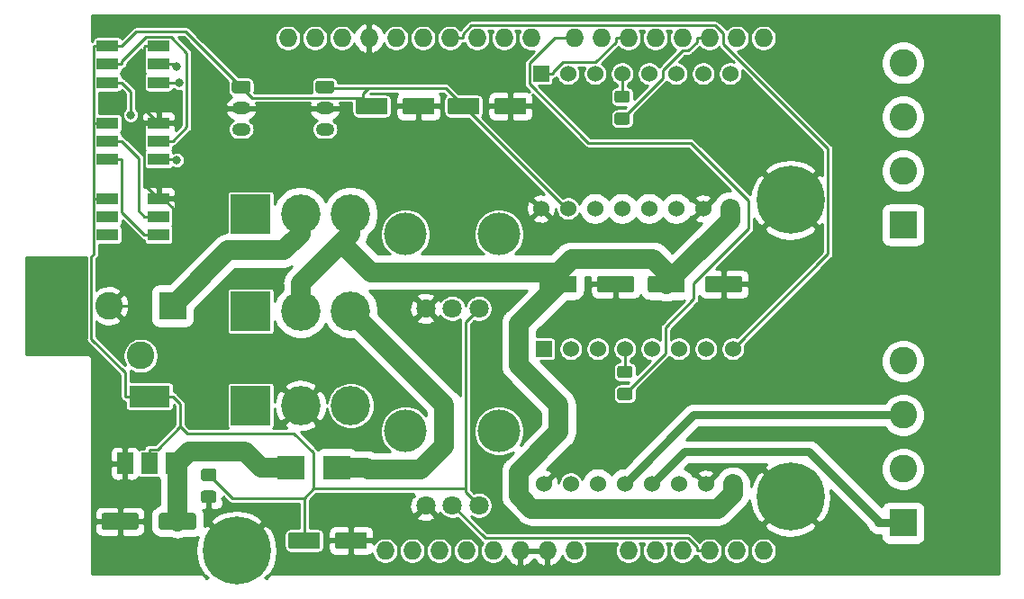
<source format=gtl>
G04 #@! TF.GenerationSoftware,KiCad,Pcbnew,5.1.9-73d0e3b20d~88~ubuntu18.04.1*
G04 #@! TF.CreationDate,2021-02-13T22:05:11-05:00*
G04 #@! TF.ProjectId,driver,64726976-6572-42e6-9b69-6361645f7063,v1.0.0*
G04 #@! TF.SameCoordinates,Original*
G04 #@! TF.FileFunction,Copper,L1,Top*
G04 #@! TF.FilePolarity,Positive*
%FSLAX46Y46*%
G04 Gerber Fmt 4.6, Leading zero omitted, Abs format (unit mm)*
G04 Created by KiCad (PCBNEW 5.1.9-73d0e3b20d~88~ubuntu18.04.1) date 2021-02-13 22:05:11*
%MOMM*%
%LPD*%
G01*
G04 APERTURE LIST*
G04 #@! TA.AperFunction,ComponentPad*
%ADD10O,1.727200X1.727200*%
G04 #@! TD*
G04 #@! TA.AperFunction,ComponentPad*
%ADD11R,1.524000X1.524000*%
G04 #@! TD*
G04 #@! TA.AperFunction,ComponentPad*
%ADD12C,1.524000*%
G04 #@! TD*
G04 #@! TA.AperFunction,ComponentPad*
%ADD13C,0.800000*%
G04 #@! TD*
G04 #@! TA.AperFunction,ComponentPad*
%ADD14C,6.400000*%
G04 #@! TD*
G04 #@! TA.AperFunction,ComponentPad*
%ADD15C,2.600000*%
G04 #@! TD*
G04 #@! TA.AperFunction,ComponentPad*
%ADD16R,2.600000X2.600000*%
G04 #@! TD*
G04 #@! TA.AperFunction,ComponentPad*
%ADD17O,1.750000X1.200000*%
G04 #@! TD*
G04 #@! TA.AperFunction,SMDPad,CuDef*
%ADD18R,2.000000X1.100000*%
G04 #@! TD*
G04 #@! TA.AperFunction,ComponentPad*
%ADD19C,1.800000*%
G04 #@! TD*
G04 #@! TA.AperFunction,WasherPad*
%ADD20C,4.000000*%
G04 #@! TD*
G04 #@! TA.AperFunction,ComponentPad*
%ADD21C,3.700000*%
G04 #@! TD*
G04 #@! TA.AperFunction,ComponentPad*
%ADD22R,3.700000X3.700000*%
G04 #@! TD*
G04 #@! TA.AperFunction,SMDPad,CuDef*
%ADD23R,3.800000X2.000000*%
G04 #@! TD*
G04 #@! TA.AperFunction,SMDPad,CuDef*
%ADD24R,1.500000X2.000000*%
G04 #@! TD*
G04 #@! TA.AperFunction,SMDPad,CuDef*
%ADD25R,2.500000X2.300000*%
G04 #@! TD*
G04 #@! TA.AperFunction,ViaPad*
%ADD26C,0.800000*%
G04 #@! TD*
G04 #@! TA.AperFunction,Conductor*
%ADD27C,1.850000*%
G04 #@! TD*
G04 #@! TA.AperFunction,Conductor*
%ADD28C,0.250000*%
G04 #@! TD*
G04 #@! TA.AperFunction,Conductor*
%ADD29C,0.750000*%
G04 #@! TD*
G04 #@! TA.AperFunction,Conductor*
%ADD30C,1.499800*%
G04 #@! TD*
G04 #@! TA.AperFunction,Conductor*
%ADD31C,0.254000*%
G04 #@! TD*
G04 #@! TA.AperFunction,Conductor*
%ADD32C,0.100000*%
G04 #@! TD*
G04 APERTURE END LIST*
D10*
X171525000Y-125170000D03*
X168985000Y-125170000D03*
X166445000Y-125170000D03*
X163905000Y-125170000D03*
X161365000Y-125170000D03*
X135965000Y-125170000D03*
X142061000Y-76910000D03*
X139521000Y-76910000D03*
X136981000Y-76910000D03*
X131901000Y-76910000D03*
X129361000Y-76910000D03*
X126821000Y-76910000D03*
X144601000Y-76910000D03*
X147141000Y-76910000D03*
X149681000Y-76910000D03*
X134441000Y-76910000D03*
X153745000Y-76910000D03*
X156285000Y-76910000D03*
X158825000Y-76910000D03*
X161365000Y-76910000D03*
X163905000Y-76910000D03*
X166445000Y-76910000D03*
X168985000Y-76910000D03*
X171525000Y-76910000D03*
X138505000Y-125170000D03*
X141045000Y-125170000D03*
X143585000Y-125170000D03*
X146125000Y-125170000D03*
X148665000Y-125170000D03*
X151205000Y-125170000D03*
X153745000Y-125170000D03*
X158825000Y-125170000D03*
D11*
X150876000Y-106172000D03*
D12*
X153416000Y-106172000D03*
X155956000Y-106172000D03*
X158496000Y-106172000D03*
X161036000Y-106172000D03*
X163576000Y-106172000D03*
X166116000Y-106172000D03*
X168656000Y-106172000D03*
X168656000Y-118872000D03*
X166116000Y-118872000D03*
X163576000Y-118872000D03*
X161036000Y-118872000D03*
X158496000Y-118872000D03*
X155956000Y-118872000D03*
X153416000Y-118872000D03*
X150876000Y-118872000D03*
X150622000Y-92964000D03*
X153162000Y-92964000D03*
X155702000Y-92964000D03*
X158242000Y-92964000D03*
X160782000Y-92964000D03*
X163322000Y-92964000D03*
X165862000Y-92964000D03*
X168402000Y-92964000D03*
X168402000Y-80264000D03*
X165862000Y-80264000D03*
X163322000Y-80264000D03*
X160782000Y-80264000D03*
X158242000Y-80264000D03*
X155702000Y-80264000D03*
X153162000Y-80264000D03*
D11*
X150622000Y-80264000D03*
D10*
X158825000Y-125170000D03*
X153745000Y-125170000D03*
X151205000Y-125170000D03*
X148665000Y-125170000D03*
X146125000Y-125170000D03*
X143585000Y-125170000D03*
X141045000Y-125170000D03*
X138505000Y-125170000D03*
X171525000Y-76910000D03*
X168985000Y-76910000D03*
X166445000Y-76910000D03*
X163905000Y-76910000D03*
X161365000Y-76910000D03*
X158825000Y-76910000D03*
X156285000Y-76910000D03*
X153745000Y-76910000D03*
X134441000Y-76910000D03*
X149681000Y-76910000D03*
X147141000Y-76910000D03*
X144601000Y-76910000D03*
X126821000Y-76910000D03*
X129361000Y-76910000D03*
X131901000Y-76910000D03*
X136981000Y-76910000D03*
X139521000Y-76910000D03*
X142061000Y-76910000D03*
X135965000Y-125170000D03*
X161365000Y-125170000D03*
X163905000Y-125170000D03*
X166445000Y-125170000D03*
X168985000Y-125170000D03*
X171525000Y-125170000D03*
G04 #@! TA.AperFunction,SMDPad,CuDef*
G36*
G01*
X141842000Y-83862000D02*
X141842000Y-82762000D01*
G75*
G02*
X142092000Y-82512000I250000J0D01*
G01*
X144592000Y-82512000D01*
G75*
G02*
X144842000Y-82762000I0J-250000D01*
G01*
X144842000Y-83862000D01*
G75*
G02*
X144592000Y-84112000I-250000J0D01*
G01*
X142092000Y-84112000D01*
G75*
G02*
X141842000Y-83862000I0J250000D01*
G01*
G37*
G04 #@! TD.AperFunction*
G04 #@! TA.AperFunction,SMDPad,CuDef*
G36*
G01*
X146242000Y-83862000D02*
X146242000Y-82762000D01*
G75*
G02*
X146492000Y-82512000I250000J0D01*
G01*
X148992000Y-82512000D01*
G75*
G02*
X149242000Y-82762000I0J-250000D01*
G01*
X149242000Y-83862000D01*
G75*
G02*
X148992000Y-84112000I-250000J0D01*
G01*
X146492000Y-84112000D01*
G75*
G02*
X146242000Y-83862000I0J250000D01*
G01*
G37*
G04 #@! TD.AperFunction*
G04 #@! TA.AperFunction,SMDPad,CuDef*
G36*
G01*
X131256000Y-124756000D02*
X131256000Y-123656000D01*
G75*
G02*
X131506000Y-123406000I250000J0D01*
G01*
X134006000Y-123406000D01*
G75*
G02*
X134256000Y-123656000I0J-250000D01*
G01*
X134256000Y-124756000D01*
G75*
G02*
X134006000Y-125006000I-250000J0D01*
G01*
X131506000Y-125006000D01*
G75*
G02*
X131256000Y-124756000I0J250000D01*
G01*
G37*
G04 #@! TD.AperFunction*
G04 #@! TA.AperFunction,SMDPad,CuDef*
G36*
G01*
X126856000Y-124756000D02*
X126856000Y-123656000D01*
G75*
G02*
X127106000Y-123406000I250000J0D01*
G01*
X129606000Y-123406000D01*
G75*
G02*
X129856000Y-123656000I0J-250000D01*
G01*
X129856000Y-124756000D01*
G75*
G02*
X129606000Y-125006000I-250000J0D01*
G01*
X127106000Y-125006000D01*
G75*
G02*
X126856000Y-124756000I0J250000D01*
G01*
G37*
G04 #@! TD.AperFunction*
G04 #@! TA.AperFunction,SMDPad,CuDef*
G36*
G01*
X118191000Y-121853000D02*
X118191000Y-122953000D01*
G75*
G02*
X117941000Y-123203000I-250000J0D01*
G01*
X114941000Y-123203000D01*
G75*
G02*
X114691000Y-122953000I0J250000D01*
G01*
X114691000Y-121853000D01*
G75*
G02*
X114941000Y-121603000I250000J0D01*
G01*
X117941000Y-121603000D01*
G75*
G02*
X118191000Y-121853000I0J-250000D01*
G01*
G37*
G04 #@! TD.AperFunction*
G04 #@! TA.AperFunction,SMDPad,CuDef*
G36*
G01*
X112791000Y-121853000D02*
X112791000Y-122953000D01*
G75*
G02*
X112541000Y-123203000I-250000J0D01*
G01*
X109541000Y-123203000D01*
G75*
G02*
X109291000Y-122953000I0J250000D01*
G01*
X109291000Y-121853000D01*
G75*
G02*
X109541000Y-121603000I250000J0D01*
G01*
X112541000Y-121603000D01*
G75*
G02*
X112791000Y-121853000I0J-250000D01*
G01*
G37*
G04 #@! TD.AperFunction*
G04 #@! TA.AperFunction,SMDPad,CuDef*
G36*
G01*
X133206000Y-83862000D02*
X133206000Y-82762000D01*
G75*
G02*
X133456000Y-82512000I250000J0D01*
G01*
X135956000Y-82512000D01*
G75*
G02*
X136206000Y-82762000I0J-250000D01*
G01*
X136206000Y-83862000D01*
G75*
G02*
X135956000Y-84112000I-250000J0D01*
G01*
X133456000Y-84112000D01*
G75*
G02*
X133206000Y-83862000I0J250000D01*
G01*
G37*
G04 #@! TD.AperFunction*
G04 #@! TA.AperFunction,SMDPad,CuDef*
G36*
G01*
X137606000Y-83862000D02*
X137606000Y-82762000D01*
G75*
G02*
X137856000Y-82512000I250000J0D01*
G01*
X140356000Y-82512000D01*
G75*
G02*
X140606000Y-82762000I0J-250000D01*
G01*
X140606000Y-83862000D01*
G75*
G02*
X140356000Y-84112000I-250000J0D01*
G01*
X137856000Y-84112000D01*
G75*
G02*
X137606000Y-83862000I0J250000D01*
G01*
G37*
G04 #@! TD.AperFunction*
G04 #@! TA.AperFunction,SMDPad,CuDef*
G36*
G01*
X166050000Y-100626000D02*
X166050000Y-99526000D01*
G75*
G02*
X166300000Y-99276000I250000J0D01*
G01*
X169300000Y-99276000D01*
G75*
G02*
X169550000Y-99526000I0J-250000D01*
G01*
X169550000Y-100626000D01*
G75*
G02*
X169300000Y-100876000I-250000J0D01*
G01*
X166300000Y-100876000D01*
G75*
G02*
X166050000Y-100626000I0J250000D01*
G01*
G37*
G04 #@! TD.AperFunction*
G04 #@! TA.AperFunction,SMDPad,CuDef*
G36*
G01*
X160650000Y-100626000D02*
X160650000Y-99526000D01*
G75*
G02*
X160900000Y-99276000I250000J0D01*
G01*
X163900000Y-99276000D01*
G75*
G02*
X164150000Y-99526000I0J-250000D01*
G01*
X164150000Y-100626000D01*
G75*
G02*
X163900000Y-100876000I-250000J0D01*
G01*
X160900000Y-100876000D01*
G75*
G02*
X160650000Y-100626000I0J250000D01*
G01*
G37*
G04 #@! TD.AperFunction*
G04 #@! TA.AperFunction,SMDPad,CuDef*
G36*
G01*
X150490000Y-100626000D02*
X150490000Y-99526000D01*
G75*
G02*
X150740000Y-99276000I250000J0D01*
G01*
X153740000Y-99276000D01*
G75*
G02*
X153990000Y-99526000I0J-250000D01*
G01*
X153990000Y-100626000D01*
G75*
G02*
X153740000Y-100876000I-250000J0D01*
G01*
X150740000Y-100876000D01*
G75*
G02*
X150490000Y-100626000I0J250000D01*
G01*
G37*
G04 #@! TD.AperFunction*
G04 #@! TA.AperFunction,SMDPad,CuDef*
G36*
G01*
X155890000Y-100626000D02*
X155890000Y-99526000D01*
G75*
G02*
X156140000Y-99276000I250000J0D01*
G01*
X159140000Y-99276000D01*
G75*
G02*
X159390000Y-99526000I0J-250000D01*
G01*
X159390000Y-100626000D01*
G75*
G02*
X159140000Y-100876000I-250000J0D01*
G01*
X156140000Y-100876000D01*
G75*
G02*
X155890000Y-100626000I0J250000D01*
G01*
G37*
G04 #@! TD.AperFunction*
D13*
X175762056Y-90452944D03*
X174065000Y-89750000D03*
X172367944Y-90452944D03*
X171665000Y-92150000D03*
X172367944Y-93847056D03*
X174065000Y-94550000D03*
X175762056Y-93847056D03*
X176465000Y-92150000D03*
D14*
X174065000Y-92150000D03*
X121995000Y-125170000D03*
D13*
X124395000Y-125170000D03*
X123692056Y-126867056D03*
X121995000Y-127570000D03*
X120297944Y-126867056D03*
X119595000Y-125170000D03*
X120297944Y-123472944D03*
X121995000Y-122770000D03*
X123692056Y-123472944D03*
X175762056Y-118392944D03*
X174065000Y-117690000D03*
X172367944Y-118392944D03*
X171665000Y-120090000D03*
X172367944Y-121787056D03*
X174065000Y-122490000D03*
X175762056Y-121787056D03*
X176465000Y-120090000D03*
D14*
X174065000Y-120090000D03*
D15*
X184658000Y-79248000D03*
X184658000Y-84328000D03*
X184658000Y-89408000D03*
D16*
X184658000Y-94488000D03*
X184658000Y-122555000D03*
D15*
X184658000Y-117475000D03*
X184658000Y-112395000D03*
X184658000Y-107315000D03*
D17*
X122428000Y-85508600D03*
X122428000Y-83508600D03*
G04 #@! TA.AperFunction,ComponentPad*
G36*
G01*
X121802999Y-80908600D02*
X123053001Y-80908600D01*
G75*
G02*
X123303000Y-81158599I0J-249999D01*
G01*
X123303000Y-81858601D01*
G75*
G02*
X123053001Y-82108600I-249999J0D01*
G01*
X121802999Y-82108600D01*
G75*
G02*
X121553000Y-81858601I0J249999D01*
G01*
X121553000Y-81158599D01*
G75*
G02*
X121802999Y-80908600I249999J0D01*
G01*
G37*
G04 #@! TD.AperFunction*
G04 #@! TA.AperFunction,ComponentPad*
G36*
G01*
X129676999Y-80908600D02*
X130927001Y-80908600D01*
G75*
G02*
X131177000Y-81158599I0J-249999D01*
G01*
X131177000Y-81858601D01*
G75*
G02*
X130927001Y-82108600I-249999J0D01*
G01*
X129676999Y-82108600D01*
G75*
G02*
X129427000Y-81858601I0J249999D01*
G01*
X129427000Y-81158599D01*
G75*
G02*
X129676999Y-80908600I249999J0D01*
G01*
G37*
G04 #@! TD.AperFunction*
X130302000Y-83508600D03*
X130302000Y-85508600D03*
D16*
X115982000Y-102108000D03*
D15*
X109982000Y-102108000D03*
X112982000Y-106808000D03*
D18*
X114668000Y-81075000D03*
X114668000Y-79375000D03*
X114668000Y-77675000D03*
X109868000Y-77675000D03*
X109868000Y-79375000D03*
X109868000Y-81075000D03*
X109868000Y-88314000D03*
X109868000Y-86614000D03*
X109868000Y-84914000D03*
X114668000Y-84914000D03*
X114668000Y-86614000D03*
X114668000Y-88314000D03*
X114668000Y-95426000D03*
X114668000Y-93726000D03*
X114668000Y-92026000D03*
X109868000Y-92026000D03*
X109868000Y-93726000D03*
X109868000Y-95426000D03*
G04 #@! TA.AperFunction,SMDPad,CuDef*
G36*
G01*
X158717000Y-85085500D02*
X157767000Y-85085500D01*
G75*
G02*
X157517000Y-84835500I0J250000D01*
G01*
X157517000Y-84160500D01*
G75*
G02*
X157767000Y-83910500I250000J0D01*
G01*
X158717000Y-83910500D01*
G75*
G02*
X158967000Y-84160500I0J-250000D01*
G01*
X158967000Y-84835500D01*
G75*
G02*
X158717000Y-85085500I-250000J0D01*
G01*
G37*
G04 #@! TD.AperFunction*
G04 #@! TA.AperFunction,SMDPad,CuDef*
G36*
G01*
X158717000Y-83010500D02*
X157767000Y-83010500D01*
G75*
G02*
X157517000Y-82760500I0J250000D01*
G01*
X157517000Y-82085500D01*
G75*
G02*
X157767000Y-81835500I250000J0D01*
G01*
X158717000Y-81835500D01*
G75*
G02*
X158967000Y-82085500I0J-250000D01*
G01*
X158967000Y-82760500D01*
G75*
G02*
X158717000Y-83010500I-250000J0D01*
G01*
G37*
G04 #@! TD.AperFunction*
G04 #@! TA.AperFunction,SMDPad,CuDef*
G36*
G01*
X158971000Y-108918000D02*
X158021000Y-108918000D01*
G75*
G02*
X157771000Y-108668000I0J250000D01*
G01*
X157771000Y-107993000D01*
G75*
G02*
X158021000Y-107743000I250000J0D01*
G01*
X158971000Y-107743000D01*
G75*
G02*
X159221000Y-107993000I0J-250000D01*
G01*
X159221000Y-108668000D01*
G75*
G02*
X158971000Y-108918000I-250000J0D01*
G01*
G37*
G04 #@! TD.AperFunction*
G04 #@! TA.AperFunction,SMDPad,CuDef*
G36*
G01*
X158971000Y-110993000D02*
X158021000Y-110993000D01*
G75*
G02*
X157771000Y-110743000I0J250000D01*
G01*
X157771000Y-110068000D01*
G75*
G02*
X158021000Y-109818000I250000J0D01*
G01*
X158971000Y-109818000D01*
G75*
G02*
X159221000Y-110068000I0J-250000D01*
G01*
X159221000Y-110743000D01*
G75*
G02*
X158971000Y-110993000I-250000J0D01*
G01*
G37*
G04 #@! TD.AperFunction*
D19*
X139780000Y-120904000D03*
X142280000Y-120904000D03*
X144780000Y-120904000D03*
D20*
X137880000Y-113904000D03*
X146680000Y-113904000D03*
X146680000Y-95362000D03*
X137880000Y-95362000D03*
D19*
X144780000Y-102362000D03*
X142280000Y-102362000D03*
X139780000Y-102362000D03*
D21*
X128016000Y-111506000D03*
D22*
X123316000Y-111506000D03*
D21*
X132716000Y-111506000D03*
X132716000Y-102616000D03*
D22*
X123316000Y-102616000D03*
D21*
X128016000Y-102616000D03*
X128016000Y-93472000D03*
D22*
X123316000Y-93472000D03*
D21*
X132716000Y-93472000D03*
D23*
X113792000Y-110642000D03*
D24*
X113792000Y-116942000D03*
X116092000Y-116942000D03*
X111492000Y-116942000D03*
G04 #@! TA.AperFunction,SMDPad,CuDef*
G36*
G01*
X118905000Y-117429000D02*
X119855000Y-117429000D01*
G75*
G02*
X120105000Y-117679000I0J-250000D01*
G01*
X120105000Y-118354000D01*
G75*
G02*
X119855000Y-118604000I-250000J0D01*
G01*
X118905000Y-118604000D01*
G75*
G02*
X118655000Y-118354000I0J250000D01*
G01*
X118655000Y-117679000D01*
G75*
G02*
X118905000Y-117429000I250000J0D01*
G01*
G37*
G04 #@! TD.AperFunction*
G04 #@! TA.AperFunction,SMDPad,CuDef*
G36*
G01*
X118905000Y-119504000D02*
X119855000Y-119504000D01*
G75*
G02*
X120105000Y-119754000I0J-250000D01*
G01*
X120105000Y-120429000D01*
G75*
G02*
X119855000Y-120679000I-250000J0D01*
G01*
X118905000Y-120679000D01*
G75*
G02*
X118655000Y-120429000I0J250000D01*
G01*
X118655000Y-119754000D01*
G75*
G02*
X118905000Y-119504000I250000J0D01*
G01*
G37*
G04 #@! TD.AperFunction*
D25*
X127136000Y-117348000D03*
X131436000Y-117348000D03*
D26*
X116586000Y-81127900D03*
X116379600Y-79587500D03*
X105029000Y-104419400D03*
X105257600Y-99695000D03*
X175869600Y-77292200D03*
X189788800Y-75336400D03*
X189026800Y-126644400D03*
X177571400Y-123977400D03*
X134315200Y-120624600D03*
X109601000Y-126644400D03*
X127990600Y-107137200D03*
X141986000Y-87553800D03*
X122453400Y-75717400D03*
X160426400Y-95148400D03*
X155625800Y-113665000D03*
X173710600Y-105460800D03*
X118414800Y-113182400D03*
X185597800Y-100863400D03*
X112043000Y-84136500D03*
X116379600Y-88397500D03*
D27*
X152240000Y-98937400D02*
X134616700Y-98937400D01*
X134616700Y-98937400D02*
X131847500Y-96168200D01*
X162963100Y-99512900D02*
X161140300Y-97690100D01*
X161140300Y-97690100D02*
X153487300Y-97690100D01*
X153487300Y-97690100D02*
X152240000Y-98937400D01*
X152240000Y-98937400D02*
X152240000Y-100076000D01*
X131847500Y-96168200D02*
X128016000Y-99999700D01*
X128016000Y-99999700D02*
X128016000Y-102616000D01*
X132716000Y-93472000D02*
X132716000Y-95299700D01*
X132716000Y-95299700D02*
X131847500Y-96168200D01*
X162963100Y-99512900D02*
X168402000Y-94074000D01*
X168402000Y-94074000D02*
X168402000Y-92964000D01*
X162400000Y-100076000D02*
X162963100Y-99512900D01*
X152240000Y-100076000D02*
X148539000Y-103777000D01*
X148539000Y-103777000D02*
X148539000Y-107700000D01*
X148539000Y-107700000D02*
X152294000Y-111455000D01*
X152294000Y-111455000D02*
X152294000Y-113995000D01*
X152294000Y-113995000D02*
X148539000Y-117750000D01*
X148539000Y-117750000D02*
X148539000Y-119994000D01*
X148539000Y-119994000D02*
X149754000Y-121209000D01*
X149754000Y-121209000D02*
X167238000Y-121209000D01*
X167238000Y-121209000D02*
X168656000Y-119791000D01*
X168656000Y-119791000D02*
X168656000Y-118872000D01*
D28*
X114668000Y-81075000D02*
X115993300Y-81075000D01*
X115993300Y-81075000D02*
X116046200Y-81127900D01*
X116046200Y-81127900D02*
X116586000Y-81127900D01*
X114668000Y-79375000D02*
X116167100Y-79375000D01*
X116167100Y-79375000D02*
X116379600Y-79587500D01*
X109982000Y-102108000D02*
X111820000Y-102108000D01*
X111820000Y-102108000D02*
X115993000Y-97935500D01*
X115993000Y-97935500D02*
X115993000Y-92916000D01*
X115993000Y-92916000D02*
X115103000Y-92026000D01*
X115103000Y-92026000D02*
X114668000Y-92026000D01*
X114668000Y-84914000D02*
X113418000Y-84914000D01*
X113418000Y-84914000D02*
X113343000Y-84989000D01*
X113343000Y-84989000D02*
X113343000Y-90701000D01*
X113343000Y-90701000D02*
X114668000Y-92026000D01*
X114668000Y-77675000D02*
X113418000Y-77675000D01*
X113418000Y-77675000D02*
X113343000Y-77750000D01*
X113343000Y-77750000D02*
X113343000Y-83589000D01*
X113343000Y-83589000D02*
X114668000Y-84914000D01*
X109868000Y-77675000D02*
X111193300Y-77675000D01*
X122929500Y-82010300D02*
X117224800Y-76305600D01*
X117224800Y-76305600D02*
X112562700Y-76305600D01*
X112562700Y-76305600D02*
X111193300Y-77675000D01*
X122929500Y-82010300D02*
X122428000Y-81508600D01*
X133906000Y-82512000D02*
X123431000Y-82512000D01*
X123431000Y-82512000D02*
X122929500Y-82010300D01*
X143342000Y-83312000D02*
X152994000Y-92964000D01*
X152994000Y-92964000D02*
X153162000Y-92964000D01*
X143342000Y-83312000D02*
X141642000Y-81612000D01*
X141642000Y-81612000D02*
X134391100Y-81612000D01*
X113792000Y-110642000D02*
X111566700Y-110642000D01*
X108542700Y-92026000D02*
X108542700Y-97253500D01*
X108542700Y-97253500D02*
X108356600Y-97439600D01*
X108356600Y-97439600D02*
X108356600Y-105206600D01*
X108356600Y-105206600D02*
X111566700Y-108416700D01*
X111566700Y-108416700D02*
X111566700Y-110642000D01*
X108655300Y-92026000D02*
X108542700Y-92026000D01*
X109868000Y-92026000D02*
X108655300Y-92026000D01*
X128356000Y-120214100D02*
X128356000Y-124206000D01*
X129233300Y-119336800D02*
X128356000Y-120214100D01*
X119380000Y-118016500D02*
X121577600Y-120214100D01*
X121577600Y-120214100D02*
X128356000Y-120214100D01*
X129233300Y-119336800D02*
X143501600Y-119336800D01*
X116717400Y-113456100D02*
X117375400Y-114114100D01*
X117375400Y-114114100D02*
X127402600Y-114114100D01*
X127402600Y-114114100D02*
X129233300Y-115944800D01*
X129233300Y-115944800D02*
X129233300Y-119336800D01*
X116717400Y-113456100D02*
X114556800Y-115616700D01*
X114556800Y-115616700D02*
X113792000Y-115616700D01*
X143501600Y-119336800D02*
X143501600Y-103640400D01*
X143501600Y-103640400D02*
X144780000Y-102362000D01*
X144780000Y-120904000D02*
X143501600Y-119625600D01*
X143501600Y-119625600D02*
X143501600Y-119336800D01*
X113792000Y-116942000D02*
X113792000Y-115616700D01*
X116717400Y-113456100D02*
X116717400Y-111342100D01*
X116717400Y-111342100D02*
X116017300Y-110642000D01*
X113792000Y-110642000D02*
X116017300Y-110642000D01*
X109205400Y-77675000D02*
X109868000Y-77675000D01*
X109205400Y-77675000D02*
X108542700Y-77675000D01*
X108542700Y-92026000D02*
X108542700Y-84914000D01*
X109868000Y-84914000D02*
X108542700Y-84914000D01*
X108542700Y-84914000D02*
X108542700Y-77675000D01*
X134706000Y-83312000D02*
X133906000Y-82512000D01*
X134391100Y-81612000D02*
X133906000Y-82097100D01*
X133906000Y-82097100D02*
X133906000Y-82512000D01*
X134391100Y-81612000D02*
X130405000Y-81612000D01*
X130405000Y-81612000D02*
X130302000Y-81508600D01*
X166445000Y-125170000D02*
X165256100Y-125170000D01*
X142280000Y-120904000D02*
X145357100Y-123981100D01*
X145357100Y-123981100D02*
X164438800Y-123981100D01*
X164438800Y-123981100D02*
X165256100Y-124798400D01*
X165256100Y-124798400D02*
X165256100Y-125170000D01*
X158242000Y-82423000D02*
X158242000Y-80264000D01*
X150622000Y-80264000D02*
X151709300Y-80264000D01*
X158825000Y-76910000D02*
X157636100Y-76910000D01*
X157636100Y-76910000D02*
X157636100Y-77281600D01*
X157636100Y-77281600D02*
X155741000Y-79176700D01*
X155741000Y-79176700D02*
X152660600Y-79176700D01*
X152660600Y-79176700D02*
X151709300Y-80128000D01*
X151709300Y-80128000D02*
X151709300Y-80264000D01*
X158496000Y-108330500D02*
X158496000Y-106172000D01*
X142061000Y-76910000D02*
X143249900Y-76910000D01*
X143249900Y-76910000D02*
X143249900Y-76538500D01*
X143249900Y-76538500D02*
X144079500Y-75708900D01*
X144079500Y-75708900D02*
X166977800Y-75708900D01*
X166977800Y-75708900D02*
X167765200Y-76496300D01*
X167765200Y-76496300D02*
X167765200Y-77480700D01*
X167765200Y-77480700D02*
X177593500Y-87309000D01*
X177593500Y-87309000D02*
X177593500Y-97234500D01*
X177593500Y-97234500D02*
X168656000Y-106172000D01*
X166445000Y-76910000D02*
X165256100Y-76910000D01*
X158242000Y-84498000D02*
X162052000Y-80688000D01*
X162052000Y-80688000D02*
X162052000Y-79965600D01*
X162052000Y-79965600D02*
X163918700Y-78098900D01*
X163918700Y-78098900D02*
X164438800Y-78098900D01*
X164438800Y-78098900D02*
X165256100Y-77281600D01*
X165256100Y-77281600D02*
X165256100Y-76910000D01*
X158496000Y-110405500D02*
X162306000Y-106595500D01*
X162306000Y-106595500D02*
X162306000Y-104152100D01*
X162306000Y-104152100D02*
X164983400Y-101474700D01*
X164983400Y-101474700D02*
X164983400Y-100004300D01*
X164983400Y-100004300D02*
X170128500Y-94859200D01*
X170128500Y-94859200D02*
X170128500Y-92227900D01*
X170128500Y-92227900D02*
X164668400Y-86767800D01*
X164668400Y-86767800D02*
X155070000Y-86767800D01*
X155070000Y-86767800D02*
X149534600Y-81232400D01*
X149534600Y-81232400D02*
X149534600Y-79287200D01*
X149534600Y-79287200D02*
X151911800Y-76910000D01*
X151911800Y-76910000D02*
X153745000Y-76910000D01*
X115993300Y-86614000D02*
X117311300Y-85296000D01*
X117311300Y-85296000D02*
X117311300Y-78294000D01*
X117311300Y-78294000D02*
X115816900Y-76799600D01*
X115816900Y-76799600D02*
X113517900Y-76799600D01*
X113517900Y-76799600D02*
X111193300Y-79124200D01*
X111193300Y-79124200D02*
X111193300Y-79375000D01*
X109868000Y-79375000D02*
X111193300Y-79375000D01*
X114668000Y-86614000D02*
X115993300Y-86614000D01*
X109868000Y-81075000D02*
X111193300Y-81075000D01*
X112043000Y-84136500D02*
X112043000Y-81924700D01*
X112043000Y-81924700D02*
X111193300Y-81075000D01*
X114668000Y-88314000D02*
X116296100Y-88314000D01*
X116296100Y-88314000D02*
X116379600Y-88397500D01*
X114668000Y-95426000D02*
X113342700Y-95426000D01*
X109868000Y-88314000D02*
X111193300Y-88314000D01*
X111193300Y-88314000D02*
X111193300Y-93276600D01*
X111193300Y-93276600D02*
X113342700Y-95426000D01*
X109868000Y-86614000D02*
X111193300Y-86614000D01*
X114668000Y-93726000D02*
X113342700Y-93726000D01*
X113342700Y-93726000D02*
X112772700Y-93156000D01*
X112772700Y-93156000D02*
X112772700Y-88193400D01*
X112772700Y-88193400D02*
X111193300Y-86614000D01*
D29*
X184658000Y-122555000D02*
X182332700Y-122555000D01*
X182332700Y-122555000D02*
X182332700Y-122337000D01*
X182332700Y-122337000D02*
X175834500Y-115838800D01*
X175834500Y-115838800D02*
X164069200Y-115838800D01*
X164069200Y-115838800D02*
X161036000Y-118872000D01*
X184658000Y-112395000D02*
X164973000Y-112395000D01*
X164973000Y-112395000D02*
X158496000Y-118872000D01*
D27*
X116441000Y-116942000D02*
X117549500Y-115833500D01*
X117549500Y-115833500D02*
X122796200Y-115833500D01*
X122796200Y-115833500D02*
X124310700Y-117348000D01*
D30*
X116441000Y-116942000D02*
X116092000Y-116942000D01*
D27*
X127136000Y-117348000D02*
X124310700Y-117348000D01*
X116441000Y-116942000D02*
X116441000Y-122403000D01*
X131436000Y-117348000D02*
X134261300Y-117348000D01*
X134261300Y-117348000D02*
X134418700Y-117505400D01*
X134418700Y-117505400D02*
X139336700Y-117505400D01*
X139336700Y-117505400D02*
X141487800Y-115354300D01*
X141487800Y-115354300D02*
X141487800Y-111387800D01*
X141487800Y-111387800D02*
X132716000Y-102616000D01*
X115982000Y-102108000D02*
X121193000Y-96897000D01*
X121193000Y-96897000D02*
X126426000Y-96897000D01*
X126426000Y-96897000D02*
X128016000Y-95307000D01*
X128016000Y-95307000D02*
X128016000Y-93472000D01*
D31*
X107850601Y-105181744D02*
X107848153Y-105206600D01*
X107857922Y-105305792D01*
X107886855Y-105401174D01*
X107886856Y-105401175D01*
X107933842Y-105489079D01*
X107997074Y-105566127D01*
X108016381Y-105581972D01*
X111060700Y-108626292D01*
X111060701Y-110617136D01*
X111058252Y-110642000D01*
X111068022Y-110741193D01*
X111096955Y-110836575D01*
X111143941Y-110924479D01*
X111207173Y-111001527D01*
X111284221Y-111064759D01*
X111372125Y-111111745D01*
X111467507Y-111140678D01*
X111509157Y-111144780D01*
X111509157Y-111642000D01*
X111516513Y-111716689D01*
X111538299Y-111788508D01*
X111573678Y-111854696D01*
X111621289Y-111912711D01*
X111679304Y-111960322D01*
X111745492Y-111995701D01*
X111817311Y-112017487D01*
X111892000Y-112024843D01*
X115692000Y-112024843D01*
X115766689Y-112017487D01*
X115838508Y-111995701D01*
X115904696Y-111960322D01*
X115962711Y-111912711D01*
X116010322Y-111854696D01*
X116045701Y-111788508D01*
X116067487Y-111716689D01*
X116074843Y-111642000D01*
X116074843Y-111415135D01*
X116211401Y-111551693D01*
X116211400Y-113246508D01*
X114347209Y-115110700D01*
X113816854Y-115110700D01*
X113792000Y-115108252D01*
X113767146Y-115110700D01*
X113692807Y-115118022D01*
X113597425Y-115146955D01*
X113509521Y-115193941D01*
X113432473Y-115257173D01*
X113369241Y-115334221D01*
X113322255Y-115422125D01*
X113293322Y-115517507D01*
X113289220Y-115559157D01*
X113042000Y-115559157D01*
X112967311Y-115566513D01*
X112895492Y-115588299D01*
X112829304Y-115623678D01*
X112803285Y-115645031D01*
X112772537Y-115587506D01*
X112693185Y-115490815D01*
X112596494Y-115411463D01*
X112486180Y-115352498D01*
X112366482Y-115316188D01*
X112242000Y-115303928D01*
X111777750Y-115307000D01*
X111619000Y-115465750D01*
X111619000Y-116815000D01*
X111639000Y-116815000D01*
X111639000Y-117069000D01*
X111619000Y-117069000D01*
X111619000Y-118418250D01*
X111777750Y-118577000D01*
X112242000Y-118580072D01*
X112366482Y-118567812D01*
X112486180Y-118531502D01*
X112596494Y-118472537D01*
X112693185Y-118393185D01*
X112772537Y-118296494D01*
X112803285Y-118238969D01*
X112829304Y-118260322D01*
X112895492Y-118295701D01*
X112967311Y-118317487D01*
X113042000Y-118324843D01*
X114542000Y-118324843D01*
X114616689Y-118317487D01*
X114655396Y-118305745D01*
X114692823Y-118375766D01*
X114739000Y-118432034D01*
X114739001Y-120842323D01*
X114546546Y-120900703D01*
X114368341Y-120995955D01*
X114212143Y-121124143D01*
X114083955Y-121280341D01*
X113988703Y-121458546D01*
X113930047Y-121651909D01*
X113910241Y-121853000D01*
X113910241Y-122953000D01*
X113930047Y-123154091D01*
X113988703Y-123347454D01*
X114083955Y-123525659D01*
X114212143Y-123681857D01*
X114368341Y-123810045D01*
X114546546Y-123905297D01*
X114739909Y-123963953D01*
X114941000Y-123983759D01*
X115788856Y-123983759D01*
X116107351Y-124080373D01*
X116441000Y-124113235D01*
X116774650Y-124080373D01*
X117093145Y-123983759D01*
X117941000Y-123983759D01*
X118142091Y-123963953D01*
X118335454Y-123905297D01*
X118379319Y-123881851D01*
X118220306Y-124394385D01*
X118141520Y-125145695D01*
X118210822Y-125897938D01*
X118425548Y-126622208D01*
X118777445Y-127290670D01*
X118804452Y-127331088D01*
X119294117Y-127691275D01*
X119190351Y-127795041D01*
X119146900Y-127755894D01*
X118897003Y-127453100D01*
X118872075Y-127422726D01*
X118810254Y-127371990D01*
X118774630Y-127352949D01*
X118774626Y-127352946D01*
X118774622Y-127352944D01*
X118739722Y-127334290D01*
X118701405Y-127322667D01*
X118701403Y-127322666D01*
X118701400Y-127322665D01*
X118663191Y-127311075D01*
X118603542Y-127305200D01*
X108432200Y-127305200D01*
X108432200Y-123203000D01*
X108652928Y-123203000D01*
X108665188Y-123327482D01*
X108701498Y-123447180D01*
X108760463Y-123557494D01*
X108839815Y-123654185D01*
X108936506Y-123733537D01*
X109046820Y-123792502D01*
X109166518Y-123828812D01*
X109291000Y-123841072D01*
X110755250Y-123838000D01*
X110914000Y-123679250D01*
X110914000Y-122530000D01*
X111168000Y-122530000D01*
X111168000Y-123679250D01*
X111326750Y-123838000D01*
X112791000Y-123841072D01*
X112915482Y-123828812D01*
X113035180Y-123792502D01*
X113145494Y-123733537D01*
X113242185Y-123654185D01*
X113321537Y-123557494D01*
X113380502Y-123447180D01*
X113416812Y-123327482D01*
X113429072Y-123203000D01*
X113426000Y-122688750D01*
X113267250Y-122530000D01*
X111168000Y-122530000D01*
X110914000Y-122530000D01*
X108814750Y-122530000D01*
X108656000Y-122688750D01*
X108652928Y-123203000D01*
X108432200Y-123203000D01*
X108432200Y-121603000D01*
X108652928Y-121603000D01*
X108656000Y-122117250D01*
X108814750Y-122276000D01*
X110914000Y-122276000D01*
X110914000Y-121126750D01*
X111168000Y-121126750D01*
X111168000Y-122276000D01*
X113267250Y-122276000D01*
X113426000Y-122117250D01*
X113429072Y-121603000D01*
X113416812Y-121478518D01*
X113380502Y-121358820D01*
X113321537Y-121248506D01*
X113242185Y-121151815D01*
X113145494Y-121072463D01*
X113035180Y-121013498D01*
X112915482Y-120977188D01*
X112791000Y-120964928D01*
X111326750Y-120968000D01*
X111168000Y-121126750D01*
X110914000Y-121126750D01*
X110755250Y-120968000D01*
X109291000Y-120964928D01*
X109166518Y-120977188D01*
X109046820Y-121013498D01*
X108936506Y-121072463D01*
X108839815Y-121151815D01*
X108760463Y-121248506D01*
X108701498Y-121358820D01*
X108665188Y-121478518D01*
X108652928Y-121603000D01*
X108432200Y-121603000D01*
X108432200Y-117942000D01*
X110103928Y-117942000D01*
X110116188Y-118066482D01*
X110152498Y-118186180D01*
X110211463Y-118296494D01*
X110290815Y-118393185D01*
X110387506Y-118472537D01*
X110497820Y-118531502D01*
X110617518Y-118567812D01*
X110742000Y-118580072D01*
X111206250Y-118577000D01*
X111365000Y-118418250D01*
X111365000Y-117069000D01*
X110265750Y-117069000D01*
X110107000Y-117227750D01*
X110103928Y-117942000D01*
X108432200Y-117942000D01*
X108432200Y-115942000D01*
X110103928Y-115942000D01*
X110107000Y-116656250D01*
X110265750Y-116815000D01*
X111365000Y-116815000D01*
X111365000Y-115465750D01*
X111206250Y-115307000D01*
X110742000Y-115303928D01*
X110617518Y-115316188D01*
X110497820Y-115352498D01*
X110387506Y-115411463D01*
X110290815Y-115490815D01*
X110211463Y-115587506D01*
X110152498Y-115697820D01*
X110116188Y-115817518D01*
X110103928Y-115942000D01*
X108432200Y-115942000D01*
X108432200Y-107131741D01*
X108434164Y-107111800D01*
X108426325Y-107032210D01*
X108403110Y-106955679D01*
X108365410Y-106885147D01*
X108314674Y-106823326D01*
X108252853Y-106772590D01*
X108182321Y-106734890D01*
X108105790Y-106711675D01*
X108046141Y-106705800D01*
X108026200Y-106703836D01*
X108006260Y-106705800D01*
X102183800Y-106705800D01*
X102183800Y-97510200D01*
X107850600Y-97510200D01*
X107850601Y-105181744D01*
G04 #@! TA.AperFunction,Conductor*
D32*
G36*
X107850601Y-105181744D02*
G01*
X107848153Y-105206600D01*
X107857922Y-105305792D01*
X107886855Y-105401174D01*
X107886856Y-105401175D01*
X107933842Y-105489079D01*
X107997074Y-105566127D01*
X108016381Y-105581972D01*
X111060700Y-108626292D01*
X111060701Y-110617136D01*
X111058252Y-110642000D01*
X111068022Y-110741193D01*
X111096955Y-110836575D01*
X111143941Y-110924479D01*
X111207173Y-111001527D01*
X111284221Y-111064759D01*
X111372125Y-111111745D01*
X111467507Y-111140678D01*
X111509157Y-111144780D01*
X111509157Y-111642000D01*
X111516513Y-111716689D01*
X111538299Y-111788508D01*
X111573678Y-111854696D01*
X111621289Y-111912711D01*
X111679304Y-111960322D01*
X111745492Y-111995701D01*
X111817311Y-112017487D01*
X111892000Y-112024843D01*
X115692000Y-112024843D01*
X115766689Y-112017487D01*
X115838508Y-111995701D01*
X115904696Y-111960322D01*
X115962711Y-111912711D01*
X116010322Y-111854696D01*
X116045701Y-111788508D01*
X116067487Y-111716689D01*
X116074843Y-111642000D01*
X116074843Y-111415135D01*
X116211401Y-111551693D01*
X116211400Y-113246508D01*
X114347209Y-115110700D01*
X113816854Y-115110700D01*
X113792000Y-115108252D01*
X113767146Y-115110700D01*
X113692807Y-115118022D01*
X113597425Y-115146955D01*
X113509521Y-115193941D01*
X113432473Y-115257173D01*
X113369241Y-115334221D01*
X113322255Y-115422125D01*
X113293322Y-115517507D01*
X113289220Y-115559157D01*
X113042000Y-115559157D01*
X112967311Y-115566513D01*
X112895492Y-115588299D01*
X112829304Y-115623678D01*
X112803285Y-115645031D01*
X112772537Y-115587506D01*
X112693185Y-115490815D01*
X112596494Y-115411463D01*
X112486180Y-115352498D01*
X112366482Y-115316188D01*
X112242000Y-115303928D01*
X111777750Y-115307000D01*
X111619000Y-115465750D01*
X111619000Y-116815000D01*
X111639000Y-116815000D01*
X111639000Y-117069000D01*
X111619000Y-117069000D01*
X111619000Y-118418250D01*
X111777750Y-118577000D01*
X112242000Y-118580072D01*
X112366482Y-118567812D01*
X112486180Y-118531502D01*
X112596494Y-118472537D01*
X112693185Y-118393185D01*
X112772537Y-118296494D01*
X112803285Y-118238969D01*
X112829304Y-118260322D01*
X112895492Y-118295701D01*
X112967311Y-118317487D01*
X113042000Y-118324843D01*
X114542000Y-118324843D01*
X114616689Y-118317487D01*
X114655396Y-118305745D01*
X114692823Y-118375766D01*
X114739000Y-118432034D01*
X114739001Y-120842323D01*
X114546546Y-120900703D01*
X114368341Y-120995955D01*
X114212143Y-121124143D01*
X114083955Y-121280341D01*
X113988703Y-121458546D01*
X113930047Y-121651909D01*
X113910241Y-121853000D01*
X113910241Y-122953000D01*
X113930047Y-123154091D01*
X113988703Y-123347454D01*
X114083955Y-123525659D01*
X114212143Y-123681857D01*
X114368341Y-123810045D01*
X114546546Y-123905297D01*
X114739909Y-123963953D01*
X114941000Y-123983759D01*
X115788856Y-123983759D01*
X116107351Y-124080373D01*
X116441000Y-124113235D01*
X116774650Y-124080373D01*
X117093145Y-123983759D01*
X117941000Y-123983759D01*
X118142091Y-123963953D01*
X118335454Y-123905297D01*
X118379319Y-123881851D01*
X118220306Y-124394385D01*
X118141520Y-125145695D01*
X118210822Y-125897938D01*
X118425548Y-126622208D01*
X118777445Y-127290670D01*
X118804452Y-127331088D01*
X119294117Y-127691275D01*
X119190351Y-127795041D01*
X119146900Y-127755894D01*
X118897003Y-127453100D01*
X118872075Y-127422726D01*
X118810254Y-127371990D01*
X118774630Y-127352949D01*
X118774626Y-127352946D01*
X118774622Y-127352944D01*
X118739722Y-127334290D01*
X118701405Y-127322667D01*
X118701403Y-127322666D01*
X118701400Y-127322665D01*
X118663191Y-127311075D01*
X118603542Y-127305200D01*
X108432200Y-127305200D01*
X108432200Y-123203000D01*
X108652928Y-123203000D01*
X108665188Y-123327482D01*
X108701498Y-123447180D01*
X108760463Y-123557494D01*
X108839815Y-123654185D01*
X108936506Y-123733537D01*
X109046820Y-123792502D01*
X109166518Y-123828812D01*
X109291000Y-123841072D01*
X110755250Y-123838000D01*
X110914000Y-123679250D01*
X110914000Y-122530000D01*
X111168000Y-122530000D01*
X111168000Y-123679250D01*
X111326750Y-123838000D01*
X112791000Y-123841072D01*
X112915482Y-123828812D01*
X113035180Y-123792502D01*
X113145494Y-123733537D01*
X113242185Y-123654185D01*
X113321537Y-123557494D01*
X113380502Y-123447180D01*
X113416812Y-123327482D01*
X113429072Y-123203000D01*
X113426000Y-122688750D01*
X113267250Y-122530000D01*
X111168000Y-122530000D01*
X110914000Y-122530000D01*
X108814750Y-122530000D01*
X108656000Y-122688750D01*
X108652928Y-123203000D01*
X108432200Y-123203000D01*
X108432200Y-121603000D01*
X108652928Y-121603000D01*
X108656000Y-122117250D01*
X108814750Y-122276000D01*
X110914000Y-122276000D01*
X110914000Y-121126750D01*
X111168000Y-121126750D01*
X111168000Y-122276000D01*
X113267250Y-122276000D01*
X113426000Y-122117250D01*
X113429072Y-121603000D01*
X113416812Y-121478518D01*
X113380502Y-121358820D01*
X113321537Y-121248506D01*
X113242185Y-121151815D01*
X113145494Y-121072463D01*
X113035180Y-121013498D01*
X112915482Y-120977188D01*
X112791000Y-120964928D01*
X111326750Y-120968000D01*
X111168000Y-121126750D01*
X110914000Y-121126750D01*
X110755250Y-120968000D01*
X109291000Y-120964928D01*
X109166518Y-120977188D01*
X109046820Y-121013498D01*
X108936506Y-121072463D01*
X108839815Y-121151815D01*
X108760463Y-121248506D01*
X108701498Y-121358820D01*
X108665188Y-121478518D01*
X108652928Y-121603000D01*
X108432200Y-121603000D01*
X108432200Y-117942000D01*
X110103928Y-117942000D01*
X110116188Y-118066482D01*
X110152498Y-118186180D01*
X110211463Y-118296494D01*
X110290815Y-118393185D01*
X110387506Y-118472537D01*
X110497820Y-118531502D01*
X110617518Y-118567812D01*
X110742000Y-118580072D01*
X111206250Y-118577000D01*
X111365000Y-118418250D01*
X111365000Y-117069000D01*
X110265750Y-117069000D01*
X110107000Y-117227750D01*
X110103928Y-117942000D01*
X108432200Y-117942000D01*
X108432200Y-115942000D01*
X110103928Y-115942000D01*
X110107000Y-116656250D01*
X110265750Y-116815000D01*
X111365000Y-116815000D01*
X111365000Y-115465750D01*
X111206250Y-115307000D01*
X110742000Y-115303928D01*
X110617518Y-115316188D01*
X110497820Y-115352498D01*
X110387506Y-115411463D01*
X110290815Y-115490815D01*
X110211463Y-115587506D01*
X110152498Y-115697820D01*
X110116188Y-115817518D01*
X110103928Y-115942000D01*
X108432200Y-115942000D01*
X108432200Y-107131741D01*
X108434164Y-107111800D01*
X108426325Y-107032210D01*
X108403110Y-106955679D01*
X108365410Y-106885147D01*
X108314674Y-106823326D01*
X108252853Y-106772590D01*
X108182321Y-106734890D01*
X108105790Y-106711675D01*
X108046141Y-106705800D01*
X108026200Y-106703836D01*
X108006260Y-106705800D01*
X102183800Y-106705800D01*
X102183800Y-97510200D01*
X107850600Y-97510200D01*
X107850601Y-105181744D01*
G37*
G04 #@! TD.AperFunction*
D31*
X193650001Y-127305200D02*
X174060704Y-127305200D01*
X174060673Y-127305197D01*
X174042681Y-127305200D01*
X174020859Y-127305200D01*
X174020822Y-127305204D01*
X126191181Y-127313179D01*
X125380502Y-127313179D01*
X125320853Y-127319054D01*
X125244322Y-127342269D01*
X125173790Y-127379969D01*
X125111969Y-127430705D01*
X125093450Y-127453270D01*
X124790000Y-127785392D01*
X124695883Y-127691275D01*
X125185548Y-127331088D01*
X125545849Y-126667118D01*
X125769694Y-125945615D01*
X125848480Y-125194305D01*
X125779178Y-124442062D01*
X125564452Y-123717792D01*
X125212555Y-123049330D01*
X125185548Y-123008912D01*
X124695881Y-122648724D01*
X123677914Y-123666692D01*
X123498309Y-123487087D01*
X124516276Y-122469119D01*
X124156088Y-121979452D01*
X123492118Y-121619151D01*
X122770615Y-121395306D01*
X122019305Y-121316520D01*
X121267062Y-121385822D01*
X120542792Y-121600548D01*
X119874330Y-121952445D01*
X119833912Y-121979452D01*
X119473724Y-122469119D01*
X120491692Y-123487087D01*
X120312087Y-123666692D01*
X119294119Y-122648724D01*
X118971759Y-122885845D01*
X118971759Y-121853000D01*
X118951953Y-121651909D01*
X118893297Y-121458546D01*
X118817072Y-121315939D01*
X119094250Y-121314000D01*
X119253000Y-121155250D01*
X119253000Y-120218500D01*
X119233000Y-120218500D01*
X119233000Y-119964500D01*
X119253000Y-119964500D01*
X119253000Y-119944500D01*
X119507000Y-119944500D01*
X119507000Y-119964500D01*
X119527000Y-119964500D01*
X119527000Y-120218500D01*
X119507000Y-120218500D01*
X119507000Y-121155250D01*
X119665750Y-121314000D01*
X120105000Y-121317072D01*
X120229482Y-121304812D01*
X120349180Y-121268502D01*
X120459494Y-121209537D01*
X120556185Y-121130185D01*
X120635537Y-121033494D01*
X120694502Y-120923180D01*
X120730812Y-120803482D01*
X120743072Y-120679000D01*
X120740000Y-120377250D01*
X120581252Y-120218502D01*
X120740000Y-120218502D01*
X120740000Y-120092092D01*
X121202228Y-120554320D01*
X121218073Y-120573627D01*
X121295121Y-120636859D01*
X121373961Y-120679000D01*
X121383025Y-120683845D01*
X121478407Y-120712778D01*
X121577600Y-120722548D01*
X121602454Y-120720100D01*
X127850000Y-120720100D01*
X127850001Y-123023157D01*
X127106000Y-123023157D01*
X126982538Y-123035317D01*
X126863821Y-123071329D01*
X126754411Y-123129810D01*
X126658512Y-123208512D01*
X126579810Y-123304411D01*
X126521329Y-123413821D01*
X126485317Y-123532538D01*
X126473157Y-123656000D01*
X126473157Y-124756000D01*
X126485317Y-124879462D01*
X126521329Y-124998179D01*
X126579810Y-125107589D01*
X126658512Y-125203488D01*
X126754411Y-125282190D01*
X126863821Y-125340671D01*
X126982538Y-125376683D01*
X127106000Y-125388843D01*
X129606000Y-125388843D01*
X129729462Y-125376683D01*
X129848179Y-125340671D01*
X129957589Y-125282190D01*
X130053488Y-125203488D01*
X130132190Y-125107589D01*
X130186490Y-125006000D01*
X130617928Y-125006000D01*
X130630188Y-125130482D01*
X130666498Y-125250180D01*
X130725463Y-125360494D01*
X130804815Y-125457185D01*
X130901506Y-125536537D01*
X131011820Y-125595502D01*
X131131518Y-125631812D01*
X131256000Y-125644072D01*
X132470250Y-125641000D01*
X132629000Y-125482250D01*
X132629000Y-124333000D01*
X132883000Y-124333000D01*
X132883000Y-125482250D01*
X133041750Y-125641000D01*
X134256000Y-125644072D01*
X134380482Y-125631812D01*
X134500180Y-125595502D01*
X134610494Y-125536537D01*
X134707185Y-125457185D01*
X134744176Y-125412111D01*
X134768229Y-125533036D01*
X134862050Y-125759539D01*
X134998256Y-125963386D01*
X135171614Y-126136744D01*
X135375461Y-126272950D01*
X135601964Y-126366771D01*
X135842418Y-126414600D01*
X136087582Y-126414600D01*
X136328036Y-126366771D01*
X136554539Y-126272950D01*
X136758386Y-126136744D01*
X136931744Y-125963386D01*
X137067950Y-125759539D01*
X137161771Y-125533036D01*
X137209600Y-125292582D01*
X137209600Y-125047418D01*
X137260400Y-125047418D01*
X137260400Y-125292582D01*
X137308229Y-125533036D01*
X137402050Y-125759539D01*
X137538256Y-125963386D01*
X137711614Y-126136744D01*
X137915461Y-126272950D01*
X138141964Y-126366771D01*
X138382418Y-126414600D01*
X138627582Y-126414600D01*
X138868036Y-126366771D01*
X139094539Y-126272950D01*
X139298386Y-126136744D01*
X139471744Y-125963386D01*
X139607950Y-125759539D01*
X139701771Y-125533036D01*
X139749600Y-125292582D01*
X139749600Y-125047418D01*
X139800400Y-125047418D01*
X139800400Y-125292582D01*
X139848229Y-125533036D01*
X139942050Y-125759539D01*
X140078256Y-125963386D01*
X140251614Y-126136744D01*
X140455461Y-126272950D01*
X140681964Y-126366771D01*
X140922418Y-126414600D01*
X141167582Y-126414600D01*
X141408036Y-126366771D01*
X141634539Y-126272950D01*
X141838386Y-126136744D01*
X142011744Y-125963386D01*
X142147950Y-125759539D01*
X142241771Y-125533036D01*
X142289600Y-125292582D01*
X142289600Y-125047418D01*
X142340400Y-125047418D01*
X142340400Y-125292582D01*
X142388229Y-125533036D01*
X142482050Y-125759539D01*
X142618256Y-125963386D01*
X142791614Y-126136744D01*
X142995461Y-126272950D01*
X143221964Y-126366771D01*
X143462418Y-126414600D01*
X143707582Y-126414600D01*
X143948036Y-126366771D01*
X144174539Y-126272950D01*
X144378386Y-126136744D01*
X144551744Y-125963386D01*
X144687950Y-125759539D01*
X144781771Y-125533036D01*
X144829600Y-125292582D01*
X144829600Y-125047418D01*
X144781771Y-124806964D01*
X144687950Y-124580461D01*
X144551744Y-124376614D01*
X144378386Y-124203256D01*
X144174539Y-124067050D01*
X143948036Y-123973229D01*
X143707582Y-123925400D01*
X143462418Y-123925400D01*
X143221964Y-123973229D01*
X142995461Y-124067050D01*
X142791614Y-124203256D01*
X142618256Y-124376614D01*
X142482050Y-124580461D01*
X142388229Y-124806964D01*
X142340400Y-125047418D01*
X142289600Y-125047418D01*
X142241771Y-124806964D01*
X142147950Y-124580461D01*
X142011744Y-124376614D01*
X141838386Y-124203256D01*
X141634539Y-124067050D01*
X141408036Y-123973229D01*
X141167582Y-123925400D01*
X140922418Y-123925400D01*
X140681964Y-123973229D01*
X140455461Y-124067050D01*
X140251614Y-124203256D01*
X140078256Y-124376614D01*
X139942050Y-124580461D01*
X139848229Y-124806964D01*
X139800400Y-125047418D01*
X139749600Y-125047418D01*
X139701771Y-124806964D01*
X139607950Y-124580461D01*
X139471744Y-124376614D01*
X139298386Y-124203256D01*
X139094539Y-124067050D01*
X138868036Y-123973229D01*
X138627582Y-123925400D01*
X138382418Y-123925400D01*
X138141964Y-123973229D01*
X137915461Y-124067050D01*
X137711614Y-124203256D01*
X137538256Y-124376614D01*
X137402050Y-124580461D01*
X137308229Y-124806964D01*
X137260400Y-125047418D01*
X137209600Y-125047418D01*
X137161771Y-124806964D01*
X137067950Y-124580461D01*
X136931744Y-124376614D01*
X136758386Y-124203256D01*
X136554539Y-124067050D01*
X136328036Y-123973229D01*
X136087582Y-123925400D01*
X135842418Y-123925400D01*
X135601964Y-123973229D01*
X135375461Y-124067050D01*
X135171614Y-124203256D01*
X134998256Y-124376614D01*
X134891269Y-124536732D01*
X134891000Y-124491750D01*
X134732250Y-124333000D01*
X132883000Y-124333000D01*
X132629000Y-124333000D01*
X130779750Y-124333000D01*
X130621000Y-124491750D01*
X130617928Y-125006000D01*
X130186490Y-125006000D01*
X130190671Y-124998179D01*
X130226683Y-124879462D01*
X130238843Y-124756000D01*
X130238843Y-123656000D01*
X130226683Y-123532538D01*
X130190671Y-123413821D01*
X130186491Y-123406000D01*
X130617928Y-123406000D01*
X130621000Y-123920250D01*
X130779750Y-124079000D01*
X132629000Y-124079000D01*
X132629000Y-122929750D01*
X132883000Y-122929750D01*
X132883000Y-124079000D01*
X134732250Y-124079000D01*
X134891000Y-123920250D01*
X134894072Y-123406000D01*
X134881812Y-123281518D01*
X134845502Y-123161820D01*
X134786537Y-123051506D01*
X134707185Y-122954815D01*
X134610494Y-122875463D01*
X134500180Y-122816498D01*
X134380482Y-122780188D01*
X134256000Y-122767928D01*
X133041750Y-122771000D01*
X132883000Y-122929750D01*
X132629000Y-122929750D01*
X132470250Y-122771000D01*
X131256000Y-122767928D01*
X131131518Y-122780188D01*
X131011820Y-122816498D01*
X130901506Y-122875463D01*
X130804815Y-122954815D01*
X130725463Y-123051506D01*
X130666498Y-123161820D01*
X130630188Y-123281518D01*
X130617928Y-123406000D01*
X130186491Y-123406000D01*
X130132190Y-123304411D01*
X130053488Y-123208512D01*
X129957589Y-123129810D01*
X129848179Y-123071329D01*
X129729462Y-123035317D01*
X129606000Y-123023157D01*
X128862000Y-123023157D01*
X128862000Y-121968080D01*
X138895525Y-121968080D01*
X138979208Y-122222261D01*
X139251775Y-122353158D01*
X139544642Y-122428365D01*
X139846553Y-122444991D01*
X140145907Y-122402397D01*
X140431199Y-122302222D01*
X140580792Y-122222261D01*
X140664475Y-121968080D01*
X139780000Y-121083605D01*
X138895525Y-121968080D01*
X128862000Y-121968080D01*
X128862000Y-120423691D01*
X129442892Y-119842800D01*
X138660748Y-119842800D01*
X138599970Y-119903578D01*
X138715918Y-120019526D01*
X138461739Y-120103208D01*
X138330842Y-120375775D01*
X138255635Y-120668642D01*
X138239009Y-120970553D01*
X138281603Y-121269907D01*
X138381778Y-121555199D01*
X138461739Y-121704792D01*
X138715920Y-121788475D01*
X139600395Y-120904000D01*
X139586253Y-120889858D01*
X139765858Y-120710253D01*
X139780000Y-120724395D01*
X139794143Y-120710253D01*
X139973748Y-120889858D01*
X139959605Y-120904000D01*
X140844080Y-121788475D01*
X141098261Y-121704792D01*
X141171929Y-121551393D01*
X141284982Y-121720590D01*
X141463410Y-121899018D01*
X141673219Y-122039207D01*
X141906346Y-122135772D01*
X142153833Y-122185000D01*
X142406167Y-122185000D01*
X142653654Y-122135772D01*
X142754435Y-122094027D01*
X144981728Y-124321320D01*
X144997573Y-124340627D01*
X145074621Y-124403859D01*
X145122833Y-124429629D01*
X145022050Y-124580461D01*
X144928229Y-124806964D01*
X144880400Y-125047418D01*
X144880400Y-125292582D01*
X144928229Y-125533036D01*
X145022050Y-125759539D01*
X145158256Y-125963386D01*
X145331614Y-126136744D01*
X145535461Y-126272950D01*
X145761964Y-126366771D01*
X146002418Y-126414600D01*
X146247582Y-126414600D01*
X146488036Y-126366771D01*
X146714539Y-126272950D01*
X146918386Y-126136744D01*
X147091744Y-125963386D01*
X147227950Y-125759539D01*
X147258559Y-125685642D01*
X147382316Y-125944944D01*
X147558146Y-126180293D01*
X147776512Y-126376817D01*
X148029022Y-126526964D01*
X148305973Y-126624963D01*
X148538000Y-126504464D01*
X148538000Y-125297000D01*
X148792000Y-125297000D01*
X148792000Y-126504464D01*
X149024027Y-126624963D01*
X149300978Y-126526964D01*
X149553488Y-126376817D01*
X149771854Y-126180293D01*
X149935000Y-125961922D01*
X150098146Y-126180293D01*
X150316512Y-126376817D01*
X150569022Y-126526964D01*
X150845973Y-126624963D01*
X151078000Y-126504464D01*
X151078000Y-125297000D01*
X148792000Y-125297000D01*
X148538000Y-125297000D01*
X148518000Y-125297000D01*
X148518000Y-125043000D01*
X148538000Y-125043000D01*
X148538000Y-125023000D01*
X148792000Y-125023000D01*
X148792000Y-125043000D01*
X151078000Y-125043000D01*
X151078000Y-125023000D01*
X151332000Y-125023000D01*
X151332000Y-125043000D01*
X151352000Y-125043000D01*
X151352000Y-125297000D01*
X151332000Y-125297000D01*
X151332000Y-126504464D01*
X151564027Y-126624963D01*
X151840978Y-126526964D01*
X152093488Y-126376817D01*
X152311854Y-126180293D01*
X152487684Y-125944944D01*
X152611441Y-125685642D01*
X152642050Y-125759539D01*
X152778256Y-125963386D01*
X152951614Y-126136744D01*
X153155461Y-126272950D01*
X153381964Y-126366771D01*
X153622418Y-126414600D01*
X153867582Y-126414600D01*
X154108036Y-126366771D01*
X154334539Y-126272950D01*
X154538386Y-126136744D01*
X154711744Y-125963386D01*
X154847950Y-125759539D01*
X154941771Y-125533036D01*
X154989600Y-125292582D01*
X154989600Y-125047418D01*
X154941771Y-124806964D01*
X154847950Y-124580461D01*
X154785568Y-124487100D01*
X157784432Y-124487100D01*
X157722050Y-124580461D01*
X157628229Y-124806964D01*
X157580400Y-125047418D01*
X157580400Y-125292582D01*
X157628229Y-125533036D01*
X157722050Y-125759539D01*
X157858256Y-125963386D01*
X158031614Y-126136744D01*
X158235461Y-126272950D01*
X158461964Y-126366771D01*
X158702418Y-126414600D01*
X158947582Y-126414600D01*
X159188036Y-126366771D01*
X159414539Y-126272950D01*
X159618386Y-126136744D01*
X159791744Y-125963386D01*
X159927950Y-125759539D01*
X160021771Y-125533036D01*
X160069600Y-125292582D01*
X160069600Y-125047418D01*
X160021771Y-124806964D01*
X159927950Y-124580461D01*
X159865568Y-124487100D01*
X160324432Y-124487100D01*
X160262050Y-124580461D01*
X160168229Y-124806964D01*
X160120400Y-125047418D01*
X160120400Y-125292582D01*
X160168229Y-125533036D01*
X160262050Y-125759539D01*
X160398256Y-125963386D01*
X160571614Y-126136744D01*
X160775461Y-126272950D01*
X161001964Y-126366771D01*
X161242418Y-126414600D01*
X161487582Y-126414600D01*
X161728036Y-126366771D01*
X161954539Y-126272950D01*
X162158386Y-126136744D01*
X162331744Y-125963386D01*
X162467950Y-125759539D01*
X162561771Y-125533036D01*
X162609600Y-125292582D01*
X162609600Y-125047418D01*
X162561771Y-124806964D01*
X162467950Y-124580461D01*
X162405568Y-124487100D01*
X162864432Y-124487100D01*
X162802050Y-124580461D01*
X162708229Y-124806964D01*
X162660400Y-125047418D01*
X162660400Y-125292582D01*
X162708229Y-125533036D01*
X162802050Y-125759539D01*
X162938256Y-125963386D01*
X163111614Y-126136744D01*
X163315461Y-126272950D01*
X163541964Y-126366771D01*
X163782418Y-126414600D01*
X164027582Y-126414600D01*
X164268036Y-126366771D01*
X164494539Y-126272950D01*
X164698386Y-126136744D01*
X164871744Y-125963386D01*
X165007950Y-125759539D01*
X165058287Y-125638014D01*
X165061525Y-125639745D01*
X165156907Y-125668678D01*
X165231246Y-125676000D01*
X165256100Y-125678448D01*
X165280954Y-125676000D01*
X165307447Y-125676000D01*
X165342050Y-125759539D01*
X165478256Y-125963386D01*
X165651614Y-126136744D01*
X165855461Y-126272950D01*
X166081964Y-126366771D01*
X166322418Y-126414600D01*
X166567582Y-126414600D01*
X166808036Y-126366771D01*
X167034539Y-126272950D01*
X167238386Y-126136744D01*
X167411744Y-125963386D01*
X167547950Y-125759539D01*
X167641771Y-125533036D01*
X167689600Y-125292582D01*
X167689600Y-125047418D01*
X167740400Y-125047418D01*
X167740400Y-125292582D01*
X167788229Y-125533036D01*
X167882050Y-125759539D01*
X168018256Y-125963386D01*
X168191614Y-126136744D01*
X168395461Y-126272950D01*
X168621964Y-126366771D01*
X168862418Y-126414600D01*
X169107582Y-126414600D01*
X169348036Y-126366771D01*
X169574539Y-126272950D01*
X169778386Y-126136744D01*
X169951744Y-125963386D01*
X170087950Y-125759539D01*
X170181771Y-125533036D01*
X170229600Y-125292582D01*
X170229600Y-125047418D01*
X170280400Y-125047418D01*
X170280400Y-125292582D01*
X170328229Y-125533036D01*
X170422050Y-125759539D01*
X170558256Y-125963386D01*
X170731614Y-126136744D01*
X170935461Y-126272950D01*
X171161964Y-126366771D01*
X171402418Y-126414600D01*
X171647582Y-126414600D01*
X171888036Y-126366771D01*
X172114539Y-126272950D01*
X172318386Y-126136744D01*
X172491744Y-125963386D01*
X172627950Y-125759539D01*
X172721771Y-125533036D01*
X172769600Y-125292582D01*
X172769600Y-125047418D01*
X172721771Y-124806964D01*
X172627950Y-124580461D01*
X172491744Y-124376614D01*
X172318386Y-124203256D01*
X172114539Y-124067050D01*
X171888036Y-123973229D01*
X171647582Y-123925400D01*
X171402418Y-123925400D01*
X171161964Y-123973229D01*
X170935461Y-124067050D01*
X170731614Y-124203256D01*
X170558256Y-124376614D01*
X170422050Y-124580461D01*
X170328229Y-124806964D01*
X170280400Y-125047418D01*
X170229600Y-125047418D01*
X170181771Y-124806964D01*
X170087950Y-124580461D01*
X169951744Y-124376614D01*
X169778386Y-124203256D01*
X169574539Y-124067050D01*
X169348036Y-123973229D01*
X169107582Y-123925400D01*
X168862418Y-123925400D01*
X168621964Y-123973229D01*
X168395461Y-124067050D01*
X168191614Y-124203256D01*
X168018256Y-124376614D01*
X167882050Y-124580461D01*
X167788229Y-124806964D01*
X167740400Y-125047418D01*
X167689600Y-125047418D01*
X167641771Y-124806964D01*
X167547950Y-124580461D01*
X167411744Y-124376614D01*
X167238386Y-124203256D01*
X167034539Y-124067050D01*
X166808036Y-123973229D01*
X166567582Y-123925400D01*
X166322418Y-123925400D01*
X166081964Y-123973229D01*
X165855461Y-124067050D01*
X165651614Y-124203256D01*
X165514081Y-124340789D01*
X164814176Y-123640885D01*
X164798327Y-123621573D01*
X164721279Y-123558341D01*
X164633375Y-123511355D01*
X164537993Y-123482422D01*
X164463654Y-123475100D01*
X164463646Y-123475100D01*
X164438800Y-123472653D01*
X164413954Y-123475100D01*
X145566692Y-123475100D01*
X144045379Y-121953788D01*
X144173219Y-122039207D01*
X144406346Y-122135772D01*
X144653833Y-122185000D01*
X144906167Y-122185000D01*
X145153654Y-122135772D01*
X145386781Y-122039207D01*
X145596590Y-121899018D01*
X145775018Y-121720590D01*
X145915207Y-121510781D01*
X146011772Y-121277654D01*
X146061000Y-121030167D01*
X146061000Y-120777833D01*
X146011772Y-120530346D01*
X145915207Y-120297219D01*
X145775018Y-120087410D01*
X145596590Y-119908982D01*
X145386781Y-119768793D01*
X145153654Y-119672228D01*
X144906167Y-119623000D01*
X144653833Y-119623000D01*
X144406346Y-119672228D01*
X144305565Y-119713973D01*
X144007600Y-119416009D01*
X144007600Y-119361653D01*
X144010048Y-119336800D01*
X144007600Y-119311946D01*
X144007600Y-103849991D01*
X144305565Y-103552027D01*
X144406346Y-103593772D01*
X144653833Y-103643000D01*
X144906167Y-103643000D01*
X145153654Y-103593772D01*
X145386781Y-103497207D01*
X145596590Y-103357018D01*
X145775018Y-103178590D01*
X145915207Y-102968781D01*
X146011772Y-102735654D01*
X146061000Y-102488167D01*
X146061000Y-102235833D01*
X146011772Y-101988346D01*
X145915207Y-101755219D01*
X145775018Y-101545410D01*
X145596590Y-101366982D01*
X145386781Y-101226793D01*
X145153654Y-101130228D01*
X144906167Y-101081000D01*
X144653833Y-101081000D01*
X144406346Y-101130228D01*
X144173219Y-101226793D01*
X143963410Y-101366982D01*
X143784982Y-101545410D01*
X143644793Y-101755219D01*
X143548228Y-101988346D01*
X143530000Y-102079985D01*
X143511772Y-101988346D01*
X143415207Y-101755219D01*
X143275018Y-101545410D01*
X143096590Y-101366982D01*
X142886781Y-101226793D01*
X142653654Y-101130228D01*
X142406167Y-101081000D01*
X142153833Y-101081000D01*
X141906346Y-101130228D01*
X141673219Y-101226793D01*
X141463410Y-101366982D01*
X141284982Y-101545410D01*
X141176555Y-101707683D01*
X141098261Y-101561208D01*
X140844080Y-101477525D01*
X139959605Y-102362000D01*
X140844080Y-103246475D01*
X141098261Y-103162792D01*
X141171929Y-103009393D01*
X141284982Y-103178590D01*
X141463410Y-103357018D01*
X141673219Y-103497207D01*
X141906346Y-103593772D01*
X142153833Y-103643000D01*
X142406167Y-103643000D01*
X142653654Y-103593772D01*
X142886781Y-103497207D01*
X143069733Y-103374963D01*
X143065828Y-103382268D01*
X143031855Y-103445826D01*
X143002922Y-103541208D01*
X142993153Y-103640400D01*
X142995601Y-103665256D01*
X142995601Y-110598150D01*
X142909808Y-110437644D01*
X142697119Y-110178481D01*
X142632175Y-110125183D01*
X135933071Y-103426080D01*
X138895525Y-103426080D01*
X138979208Y-103680261D01*
X139251775Y-103811158D01*
X139544642Y-103886365D01*
X139846553Y-103902991D01*
X140145907Y-103860397D01*
X140431199Y-103760222D01*
X140580792Y-103680261D01*
X140664475Y-103426080D01*
X139780000Y-102541605D01*
X138895525Y-103426080D01*
X135933071Y-103426080D01*
X135343000Y-102836010D01*
X135343000Y-102428553D01*
X138239009Y-102428553D01*
X138281603Y-102727907D01*
X138381778Y-103013199D01*
X138461739Y-103162792D01*
X138715920Y-103246475D01*
X139600395Y-102362000D01*
X138715920Y-101477525D01*
X138461739Y-101561208D01*
X138330842Y-101833775D01*
X138255635Y-102126642D01*
X138239009Y-102428553D01*
X135343000Y-102428553D01*
X135343000Y-102357263D01*
X135242046Y-101849732D01*
X135044017Y-101371649D01*
X134994753Y-101297920D01*
X138895525Y-101297920D01*
X139780000Y-102182395D01*
X140664475Y-101297920D01*
X140580792Y-101043739D01*
X140308225Y-100912842D01*
X140015358Y-100837635D01*
X139713447Y-100821009D01*
X139414093Y-100863603D01*
X139128801Y-100963778D01*
X138979208Y-101043739D01*
X138895525Y-101297920D01*
X134994753Y-101297920D01*
X134756524Y-100941385D01*
X134445957Y-100630818D01*
X134616699Y-100647635D01*
X134700309Y-100639400D01*
X149269609Y-100639400D01*
X147394636Y-102514374D01*
X147329681Y-102567681D01*
X147134957Y-102804955D01*
X147116992Y-102826845D01*
X146958949Y-103122522D01*
X146861627Y-103443351D01*
X146828765Y-103777000D01*
X146837000Y-103860611D01*
X146837001Y-107616380D01*
X146828765Y-107700000D01*
X146861627Y-108033649D01*
X146958949Y-108354478D01*
X147116992Y-108650155D01*
X147116993Y-108650156D01*
X147329682Y-108909319D01*
X147394632Y-108962622D01*
X150592000Y-112159991D01*
X150592001Y-113290008D01*
X148668857Y-115213152D01*
X148790015Y-115031827D01*
X148969500Y-114598512D01*
X149061000Y-114138508D01*
X149061000Y-113669492D01*
X148969500Y-113209488D01*
X148790015Y-112776173D01*
X148529444Y-112386201D01*
X148197799Y-112054556D01*
X147807827Y-111793985D01*
X147374512Y-111614500D01*
X146914508Y-111523000D01*
X146445492Y-111523000D01*
X145985488Y-111614500D01*
X145552173Y-111793985D01*
X145162201Y-112054556D01*
X144830556Y-112386201D01*
X144569985Y-112776173D01*
X144390500Y-113209488D01*
X144299000Y-113669492D01*
X144299000Y-114138508D01*
X144390500Y-114598512D01*
X144569985Y-115031827D01*
X144830556Y-115421799D01*
X145162201Y-115753444D01*
X145552173Y-116014015D01*
X145985488Y-116193500D01*
X146445492Y-116285000D01*
X146914508Y-116285000D01*
X147374512Y-116193500D01*
X147807827Y-116014015D01*
X147989153Y-115892857D01*
X147394636Y-116487374D01*
X147329681Y-116540681D01*
X147145150Y-116765534D01*
X147116992Y-116799845D01*
X146958949Y-117095522D01*
X146861627Y-117416351D01*
X146828765Y-117750000D01*
X146837000Y-117833611D01*
X146837001Y-119910380D01*
X146828765Y-119994000D01*
X146861627Y-120327649D01*
X146958949Y-120648478D01*
X147095529Y-120904000D01*
X147116993Y-120944156D01*
X147329682Y-121203319D01*
X147394631Y-121256621D01*
X148491378Y-122353369D01*
X148544681Y-122418319D01*
X148803844Y-122631008D01*
X149099521Y-122789051D01*
X149420350Y-122886373D01*
X149670390Y-122911000D01*
X149670399Y-122911000D01*
X149753999Y-122919234D01*
X149837599Y-122911000D01*
X167154390Y-122911000D01*
X167238000Y-122919235D01*
X167321610Y-122911000D01*
X167571650Y-122886373D01*
X167892479Y-122789051D01*
X168188156Y-122631008D01*
X168447319Y-122418319D01*
X168500626Y-122353365D01*
X169800375Y-121053617D01*
X169865319Y-121000319D01*
X170078008Y-120741156D01*
X170236051Y-120445479D01*
X170244072Y-120419036D01*
X170280822Y-120817938D01*
X170495548Y-121542208D01*
X170847445Y-122210670D01*
X170874452Y-122251088D01*
X171364119Y-122611276D01*
X172382087Y-121593309D01*
X172561692Y-121772914D01*
X171543724Y-122790881D01*
X171903912Y-123280548D01*
X172567882Y-123640849D01*
X173289385Y-123864694D01*
X174040695Y-123943480D01*
X174792938Y-123874178D01*
X175517208Y-123659452D01*
X176185670Y-123307555D01*
X176226088Y-123280548D01*
X176586276Y-122790881D01*
X175568309Y-121772914D01*
X175747914Y-121593309D01*
X176765881Y-122611276D01*
X177255548Y-122251088D01*
X177615849Y-121587118D01*
X177839694Y-120865615D01*
X177918480Y-120114305D01*
X177861415Y-119494889D01*
X181219145Y-122852620D01*
X181263241Y-122997984D01*
X181370212Y-123198114D01*
X181497453Y-123353156D01*
X181514172Y-123373528D01*
X181689586Y-123517488D01*
X181889716Y-123624459D01*
X182106869Y-123690332D01*
X182332700Y-123712574D01*
X182389295Y-123707000D01*
X182577241Y-123707000D01*
X182577241Y-123855000D01*
X182592243Y-124007319D01*
X182636673Y-124153784D01*
X182708823Y-124288766D01*
X182805920Y-124407080D01*
X182924234Y-124504177D01*
X183059216Y-124576327D01*
X183205681Y-124620757D01*
X183358000Y-124635759D01*
X185958000Y-124635759D01*
X186110319Y-124620757D01*
X186256784Y-124576327D01*
X186391766Y-124504177D01*
X186510080Y-124407080D01*
X186607177Y-124288766D01*
X186679327Y-124153784D01*
X186723757Y-124007319D01*
X186738759Y-123855000D01*
X186738759Y-121255000D01*
X186723757Y-121102681D01*
X186679327Y-120956216D01*
X186607177Y-120821234D01*
X186510080Y-120702920D01*
X186391766Y-120605823D01*
X186256784Y-120533673D01*
X186110319Y-120489243D01*
X185958000Y-120474241D01*
X183358000Y-120474241D01*
X183205681Y-120489243D01*
X183059216Y-120533673D01*
X182924234Y-120605823D01*
X182805920Y-120702920D01*
X182708823Y-120821234D01*
X182636673Y-120956216D01*
X182623736Y-120998862D01*
X178895307Y-117270433D01*
X182581000Y-117270433D01*
X182581000Y-117679567D01*
X182660818Y-118080839D01*
X182817386Y-118458829D01*
X183044689Y-118799011D01*
X183333989Y-119088311D01*
X183674171Y-119315614D01*
X184052161Y-119472182D01*
X184453433Y-119552000D01*
X184862567Y-119552000D01*
X185263839Y-119472182D01*
X185641829Y-119315614D01*
X185982011Y-119088311D01*
X186271311Y-118799011D01*
X186498614Y-118458829D01*
X186655182Y-118080839D01*
X186735000Y-117679567D01*
X186735000Y-117270433D01*
X186655182Y-116869161D01*
X186498614Y-116491171D01*
X186271311Y-116150989D01*
X185982011Y-115861689D01*
X185641829Y-115634386D01*
X185263839Y-115477818D01*
X184862567Y-115398000D01*
X184453433Y-115398000D01*
X184052161Y-115477818D01*
X183674171Y-115634386D01*
X183333989Y-115861689D01*
X183044689Y-116150989D01*
X182817386Y-116491171D01*
X182660818Y-116869161D01*
X182581000Y-117270433D01*
X178895307Y-117270433D01*
X176689107Y-115064234D01*
X176653028Y-115020272D01*
X176477614Y-114876312D01*
X176277484Y-114769341D01*
X176060331Y-114703468D01*
X175891095Y-114686800D01*
X175891087Y-114686800D01*
X175834500Y-114681227D01*
X175777913Y-114686800D01*
X164310374Y-114686800D01*
X165450174Y-113547000D01*
X182929755Y-113547000D01*
X183044689Y-113719011D01*
X183333989Y-114008311D01*
X183674171Y-114235614D01*
X184052161Y-114392182D01*
X184453433Y-114472000D01*
X184862567Y-114472000D01*
X185263839Y-114392182D01*
X185641829Y-114235614D01*
X185982011Y-114008311D01*
X186271311Y-113719011D01*
X186498614Y-113378829D01*
X186655182Y-113000839D01*
X186735000Y-112599567D01*
X186735000Y-112190433D01*
X186655182Y-111789161D01*
X186498614Y-111411171D01*
X186271311Y-111070989D01*
X185982011Y-110781689D01*
X185641829Y-110554386D01*
X185263839Y-110397818D01*
X184862567Y-110318000D01*
X184453433Y-110318000D01*
X184052161Y-110397818D01*
X183674171Y-110554386D01*
X183333989Y-110781689D01*
X183044689Y-111070989D01*
X182929755Y-111243000D01*
X165029584Y-111243000D01*
X164972999Y-111237427D01*
X164916414Y-111243000D01*
X164916405Y-111243000D01*
X164747169Y-111259668D01*
X164530016Y-111325541D01*
X164329886Y-111432512D01*
X164329884Y-111432513D01*
X164329885Y-111432513D01*
X164198431Y-111540395D01*
X164198429Y-111540397D01*
X164154472Y-111576472D01*
X164118397Y-111620429D01*
X158405827Y-117333000D01*
X158344422Y-117333000D01*
X158047090Y-117392142D01*
X157767010Y-117508156D01*
X157514944Y-117676580D01*
X157300580Y-117890944D01*
X157226000Y-118002562D01*
X157151420Y-117890944D01*
X156937056Y-117676580D01*
X156684990Y-117508156D01*
X156404910Y-117392142D01*
X156107578Y-117333000D01*
X155804422Y-117333000D01*
X155507090Y-117392142D01*
X155227010Y-117508156D01*
X154974944Y-117676580D01*
X154760580Y-117890944D01*
X154592156Y-118143010D01*
X154476142Y-118423090D01*
X154473251Y-118437627D01*
X154428913Y-118330587D01*
X154303826Y-118143380D01*
X154144620Y-117984174D01*
X153957413Y-117859087D01*
X153749401Y-117772925D01*
X153528576Y-117729000D01*
X153303424Y-117729000D01*
X153082599Y-117772925D01*
X152874587Y-117859087D01*
X152687380Y-117984174D01*
X152528174Y-118143380D01*
X152403087Y-118330587D01*
X152316925Y-118538599D01*
X152273000Y-118759424D01*
X152273000Y-118767386D01*
X152236922Y-118527867D01*
X152143636Y-118268977D01*
X152081656Y-118153020D01*
X151841565Y-118086040D01*
X151055605Y-118872000D01*
X151069748Y-118886143D01*
X150890143Y-119065748D01*
X150876000Y-119051605D01*
X150861858Y-119065748D01*
X150682253Y-118886143D01*
X150696395Y-118872000D01*
X150682253Y-118857858D01*
X150861858Y-118678253D01*
X150876000Y-118692395D01*
X151661960Y-117906435D01*
X151594980Y-117666344D01*
X151345952Y-117549244D01*
X151186346Y-117509644D01*
X153438369Y-115257622D01*
X153503319Y-115204319D01*
X153716008Y-114945156D01*
X153874051Y-114649479D01*
X153971373Y-114328650D01*
X153996000Y-114078610D01*
X154004235Y-113995000D01*
X153996000Y-113911390D01*
X153996000Y-111538610D01*
X154004235Y-111455000D01*
X153971373Y-111121350D01*
X153874051Y-110800521D01*
X153716008Y-110504844D01*
X153706607Y-110493389D01*
X153503319Y-110245681D01*
X153438370Y-110192379D01*
X150562833Y-107316843D01*
X151638000Y-107316843D01*
X151712689Y-107309487D01*
X151784508Y-107287701D01*
X151850696Y-107252322D01*
X151908711Y-107204711D01*
X151956322Y-107146696D01*
X151991701Y-107080508D01*
X152013487Y-107008689D01*
X152020843Y-106934000D01*
X152020843Y-106059424D01*
X152273000Y-106059424D01*
X152273000Y-106284576D01*
X152316925Y-106505401D01*
X152403087Y-106713413D01*
X152528174Y-106900620D01*
X152687380Y-107059826D01*
X152874587Y-107184913D01*
X153082599Y-107271075D01*
X153303424Y-107315000D01*
X153528576Y-107315000D01*
X153749401Y-107271075D01*
X153957413Y-107184913D01*
X154144620Y-107059826D01*
X154303826Y-106900620D01*
X154428913Y-106713413D01*
X154515075Y-106505401D01*
X154559000Y-106284576D01*
X154559000Y-106059424D01*
X154813000Y-106059424D01*
X154813000Y-106284576D01*
X154856925Y-106505401D01*
X154943087Y-106713413D01*
X155068174Y-106900620D01*
X155227380Y-107059826D01*
X155414587Y-107184913D01*
X155622599Y-107271075D01*
X155843424Y-107315000D01*
X156068576Y-107315000D01*
X156289401Y-107271075D01*
X156497413Y-107184913D01*
X156684620Y-107059826D01*
X156843826Y-106900620D01*
X156968913Y-106713413D01*
X157055075Y-106505401D01*
X157099000Y-106284576D01*
X157099000Y-106059424D01*
X157055075Y-105838599D01*
X156968913Y-105630587D01*
X156843826Y-105443380D01*
X156684620Y-105284174D01*
X156497413Y-105159087D01*
X156289401Y-105072925D01*
X156068576Y-105029000D01*
X155843424Y-105029000D01*
X155622599Y-105072925D01*
X155414587Y-105159087D01*
X155227380Y-105284174D01*
X155068174Y-105443380D01*
X154943087Y-105630587D01*
X154856925Y-105838599D01*
X154813000Y-106059424D01*
X154559000Y-106059424D01*
X154515075Y-105838599D01*
X154428913Y-105630587D01*
X154303826Y-105443380D01*
X154144620Y-105284174D01*
X153957413Y-105159087D01*
X153749401Y-105072925D01*
X153528576Y-105029000D01*
X153303424Y-105029000D01*
X153082599Y-105072925D01*
X152874587Y-105159087D01*
X152687380Y-105284174D01*
X152528174Y-105443380D01*
X152403087Y-105630587D01*
X152316925Y-105838599D01*
X152273000Y-106059424D01*
X152020843Y-106059424D01*
X152020843Y-105410000D01*
X152013487Y-105335311D01*
X151991701Y-105263492D01*
X151956322Y-105197304D01*
X151908711Y-105139289D01*
X151850696Y-105091678D01*
X151784508Y-105056299D01*
X151712689Y-105034513D01*
X151638000Y-105027157D01*
X150241000Y-105027157D01*
X150241000Y-104481990D01*
X153066232Y-101656759D01*
X153740000Y-101656759D01*
X153941091Y-101636953D01*
X154134454Y-101578297D01*
X154312659Y-101483045D01*
X154468857Y-101354857D01*
X154597045Y-101198659D01*
X154692297Y-101020454D01*
X154736116Y-100876000D01*
X155251928Y-100876000D01*
X155264188Y-101000482D01*
X155300498Y-101120180D01*
X155359463Y-101230494D01*
X155438815Y-101327185D01*
X155535506Y-101406537D01*
X155645820Y-101465502D01*
X155765518Y-101501812D01*
X155890000Y-101514072D01*
X157354250Y-101511000D01*
X157513000Y-101352250D01*
X157513000Y-100203000D01*
X155413750Y-100203000D01*
X155255000Y-100361750D01*
X155251928Y-100876000D01*
X154736116Y-100876000D01*
X154750953Y-100827091D01*
X154770759Y-100626000D01*
X154770759Y-99526000D01*
X154757571Y-99392100D01*
X155252622Y-99392100D01*
X155255000Y-99790250D01*
X155413750Y-99949000D01*
X157513000Y-99949000D01*
X157513000Y-99929000D01*
X157767000Y-99929000D01*
X157767000Y-99949000D01*
X157787000Y-99949000D01*
X157787000Y-100203000D01*
X157767000Y-100203000D01*
X157767000Y-101352250D01*
X157925750Y-101511000D01*
X159390000Y-101514072D01*
X159514482Y-101501812D01*
X159634180Y-101465502D01*
X159744494Y-101406537D01*
X159841185Y-101327185D01*
X159920537Y-101230494D01*
X159979502Y-101120180D01*
X159987288Y-101094513D01*
X160042955Y-101198659D01*
X160171143Y-101354857D01*
X160327341Y-101483045D01*
X160505546Y-101578297D01*
X160698909Y-101636953D01*
X160900000Y-101656759D01*
X161747856Y-101656759D01*
X162066351Y-101753373D01*
X162400000Y-101786235D01*
X162733649Y-101753373D01*
X163052144Y-101656759D01*
X163900000Y-101656759D01*
X164101091Y-101636953D01*
X164107499Y-101635009D01*
X161965781Y-103776728D01*
X161946474Y-103792573D01*
X161883242Y-103869621D01*
X161874292Y-103886365D01*
X161836255Y-103957526D01*
X161807322Y-104052908D01*
X161797553Y-104152100D01*
X161800001Y-104176956D01*
X161800001Y-105319555D01*
X161764620Y-105284174D01*
X161577413Y-105159087D01*
X161369401Y-105072925D01*
X161148576Y-105029000D01*
X160923424Y-105029000D01*
X160702599Y-105072925D01*
X160494587Y-105159087D01*
X160307380Y-105284174D01*
X160148174Y-105443380D01*
X160023087Y-105630587D01*
X159936925Y-105838599D01*
X159893000Y-106059424D01*
X159893000Y-106284576D01*
X159936925Y-106505401D01*
X160023087Y-106713413D01*
X160148174Y-106900620D01*
X160307380Y-107059826D01*
X160494587Y-107184913D01*
X160702599Y-107271075D01*
X160879621Y-107306287D01*
X159603843Y-108582066D01*
X159603843Y-107993000D01*
X159591683Y-107869538D01*
X159555671Y-107750821D01*
X159497190Y-107641411D01*
X159418488Y-107545512D01*
X159322589Y-107466810D01*
X159213179Y-107408329D01*
X159094462Y-107372317D01*
X159002000Y-107363210D01*
X159002000Y-107199582D01*
X159037413Y-107184913D01*
X159224620Y-107059826D01*
X159383826Y-106900620D01*
X159508913Y-106713413D01*
X159595075Y-106505401D01*
X159639000Y-106284576D01*
X159639000Y-106059424D01*
X159595075Y-105838599D01*
X159508913Y-105630587D01*
X159383826Y-105443380D01*
X159224620Y-105284174D01*
X159037413Y-105159087D01*
X158829401Y-105072925D01*
X158608576Y-105029000D01*
X158383424Y-105029000D01*
X158162599Y-105072925D01*
X157954587Y-105159087D01*
X157767380Y-105284174D01*
X157608174Y-105443380D01*
X157483087Y-105630587D01*
X157396925Y-105838599D01*
X157353000Y-106059424D01*
X157353000Y-106284576D01*
X157396925Y-106505401D01*
X157483087Y-106713413D01*
X157608174Y-106900620D01*
X157767380Y-107059826D01*
X157954587Y-107184913D01*
X157990001Y-107199582D01*
X157990000Y-107363210D01*
X157897538Y-107372317D01*
X157778821Y-107408329D01*
X157669411Y-107466810D01*
X157573512Y-107545512D01*
X157494810Y-107641411D01*
X157436329Y-107750821D01*
X157400317Y-107869538D01*
X157388157Y-107993000D01*
X157388157Y-108668000D01*
X157400317Y-108791462D01*
X157436329Y-108910179D01*
X157494810Y-109019589D01*
X157573512Y-109115488D01*
X157669411Y-109194190D01*
X157778821Y-109252671D01*
X157897538Y-109288683D01*
X158021000Y-109300843D01*
X158885066Y-109300843D01*
X158750752Y-109435157D01*
X158021000Y-109435157D01*
X157897538Y-109447317D01*
X157778821Y-109483329D01*
X157669411Y-109541810D01*
X157573512Y-109620512D01*
X157494810Y-109716411D01*
X157436329Y-109825821D01*
X157400317Y-109944538D01*
X157388157Y-110068000D01*
X157388157Y-110743000D01*
X157400317Y-110866462D01*
X157436329Y-110985179D01*
X157494810Y-111094589D01*
X157573512Y-111190488D01*
X157669411Y-111269190D01*
X157778821Y-111327671D01*
X157897538Y-111363683D01*
X158021000Y-111375843D01*
X158971000Y-111375843D01*
X159094462Y-111363683D01*
X159213179Y-111327671D01*
X159322589Y-111269190D01*
X159418488Y-111190488D01*
X159497190Y-111094589D01*
X159555671Y-110985179D01*
X159591683Y-110866462D01*
X159603843Y-110743000D01*
X159603843Y-110068000D01*
X159598934Y-110018157D01*
X162646220Y-106970872D01*
X162665527Y-106955027D01*
X162700260Y-106912706D01*
X162847380Y-107059826D01*
X163034587Y-107184913D01*
X163242599Y-107271075D01*
X163463424Y-107315000D01*
X163688576Y-107315000D01*
X163909401Y-107271075D01*
X164117413Y-107184913D01*
X164304620Y-107059826D01*
X164463826Y-106900620D01*
X164588913Y-106713413D01*
X164675075Y-106505401D01*
X164719000Y-106284576D01*
X164719000Y-106059424D01*
X164973000Y-106059424D01*
X164973000Y-106284576D01*
X165016925Y-106505401D01*
X165103087Y-106713413D01*
X165228174Y-106900620D01*
X165387380Y-107059826D01*
X165574587Y-107184913D01*
X165782599Y-107271075D01*
X166003424Y-107315000D01*
X166228576Y-107315000D01*
X166449401Y-107271075D01*
X166657413Y-107184913D01*
X166844620Y-107059826D01*
X167003826Y-106900620D01*
X167128913Y-106713413D01*
X167215075Y-106505401D01*
X167259000Y-106284576D01*
X167259000Y-106059424D01*
X167215075Y-105838599D01*
X167128913Y-105630587D01*
X167003826Y-105443380D01*
X166844620Y-105284174D01*
X166657413Y-105159087D01*
X166449401Y-105072925D01*
X166228576Y-105029000D01*
X166003424Y-105029000D01*
X165782599Y-105072925D01*
X165574587Y-105159087D01*
X165387380Y-105284174D01*
X165228174Y-105443380D01*
X165103087Y-105630587D01*
X165016925Y-105838599D01*
X164973000Y-106059424D01*
X164719000Y-106059424D01*
X164675075Y-105838599D01*
X164588913Y-105630587D01*
X164463826Y-105443380D01*
X164304620Y-105284174D01*
X164117413Y-105159087D01*
X163909401Y-105072925D01*
X163688576Y-105029000D01*
X163463424Y-105029000D01*
X163242599Y-105072925D01*
X163034587Y-105159087D01*
X162847380Y-105284174D01*
X162812000Y-105319554D01*
X162812000Y-104361691D01*
X165323620Y-101850072D01*
X165342927Y-101834227D01*
X165406159Y-101757179D01*
X165453145Y-101669275D01*
X165482078Y-101573893D01*
X165489400Y-101499554D01*
X165489400Y-101499547D01*
X165491847Y-101474701D01*
X165489400Y-101449855D01*
X165489400Y-101174251D01*
X165519463Y-101230494D01*
X165598815Y-101327185D01*
X165695506Y-101406537D01*
X165805820Y-101465502D01*
X165925518Y-101501812D01*
X166050000Y-101514072D01*
X167514250Y-101511000D01*
X167673000Y-101352250D01*
X167673000Y-100203000D01*
X167927000Y-100203000D01*
X167927000Y-101352250D01*
X168085750Y-101511000D01*
X169550000Y-101514072D01*
X169674482Y-101501812D01*
X169794180Y-101465502D01*
X169904494Y-101406537D01*
X170001185Y-101327185D01*
X170080537Y-101230494D01*
X170139502Y-101120180D01*
X170175812Y-101000482D01*
X170188072Y-100876000D01*
X170185000Y-100361750D01*
X170026250Y-100203000D01*
X167927000Y-100203000D01*
X167673000Y-100203000D01*
X167653000Y-100203000D01*
X167653000Y-99949000D01*
X167673000Y-99949000D01*
X167673000Y-98799750D01*
X167927000Y-98799750D01*
X167927000Y-99949000D01*
X170026250Y-99949000D01*
X170185000Y-99790250D01*
X170188072Y-99276000D01*
X170175812Y-99151518D01*
X170139502Y-99031820D01*
X170080537Y-98921506D01*
X170001185Y-98824815D01*
X169904494Y-98745463D01*
X169794180Y-98686498D01*
X169674482Y-98650188D01*
X169550000Y-98637928D01*
X168085750Y-98641000D01*
X167927000Y-98799750D01*
X167673000Y-98799750D01*
X167514250Y-98641000D01*
X167063238Y-98640054D01*
X170468720Y-95234572D01*
X170488027Y-95218727D01*
X170551259Y-95141679D01*
X170598245Y-95053775D01*
X170627178Y-94958393D01*
X170634500Y-94884054D01*
X170634500Y-94884047D01*
X170636947Y-94859201D01*
X170634500Y-94834355D01*
X170634500Y-93866161D01*
X170847445Y-94270670D01*
X170874452Y-94311088D01*
X171364119Y-94671276D01*
X172382087Y-93653309D01*
X172561692Y-93832914D01*
X171543724Y-94850881D01*
X171903912Y-95340548D01*
X172567882Y-95700849D01*
X173289385Y-95924694D01*
X174040695Y-96003480D01*
X174792938Y-95934178D01*
X175517208Y-95719452D01*
X176185670Y-95367555D01*
X176226088Y-95340548D01*
X176586276Y-94850881D01*
X175568309Y-93832914D01*
X175747914Y-93653309D01*
X176765881Y-94671276D01*
X177087501Y-94434700D01*
X177087501Y-97024907D01*
X169024815Y-105087594D01*
X168989401Y-105072925D01*
X168768576Y-105029000D01*
X168543424Y-105029000D01*
X168322599Y-105072925D01*
X168114587Y-105159087D01*
X167927380Y-105284174D01*
X167768174Y-105443380D01*
X167643087Y-105630587D01*
X167556925Y-105838599D01*
X167513000Y-106059424D01*
X167513000Y-106284576D01*
X167556925Y-106505401D01*
X167643087Y-106713413D01*
X167768174Y-106900620D01*
X167927380Y-107059826D01*
X168114587Y-107184913D01*
X168322599Y-107271075D01*
X168543424Y-107315000D01*
X168768576Y-107315000D01*
X168989401Y-107271075D01*
X169197413Y-107184913D01*
X169308880Y-107110433D01*
X182581000Y-107110433D01*
X182581000Y-107519567D01*
X182660818Y-107920839D01*
X182817386Y-108298829D01*
X183044689Y-108639011D01*
X183333989Y-108928311D01*
X183674171Y-109155614D01*
X184052161Y-109312182D01*
X184453433Y-109392000D01*
X184862567Y-109392000D01*
X185263839Y-109312182D01*
X185641829Y-109155614D01*
X185982011Y-108928311D01*
X186271311Y-108639011D01*
X186498614Y-108298829D01*
X186655182Y-107920839D01*
X186735000Y-107519567D01*
X186735000Y-107110433D01*
X186655182Y-106709161D01*
X186498614Y-106331171D01*
X186271311Y-105990989D01*
X185982011Y-105701689D01*
X185641829Y-105474386D01*
X185263839Y-105317818D01*
X184862567Y-105238000D01*
X184453433Y-105238000D01*
X184052161Y-105317818D01*
X183674171Y-105474386D01*
X183333989Y-105701689D01*
X183044689Y-105990989D01*
X182817386Y-106331171D01*
X182660818Y-106709161D01*
X182581000Y-107110433D01*
X169308880Y-107110433D01*
X169384620Y-107059826D01*
X169543826Y-106900620D01*
X169668913Y-106713413D01*
X169755075Y-106505401D01*
X169799000Y-106284576D01*
X169799000Y-106059424D01*
X169755075Y-105838599D01*
X169740406Y-105803185D01*
X177933720Y-97609872D01*
X177953027Y-97594027D01*
X178016259Y-97516979D01*
X178063245Y-97429075D01*
X178092178Y-97333693D01*
X178099500Y-97259354D01*
X178101948Y-97234500D01*
X178099500Y-97209646D01*
X178099500Y-93188000D01*
X182577241Y-93188000D01*
X182577241Y-95788000D01*
X182592243Y-95940319D01*
X182636673Y-96086784D01*
X182708823Y-96221766D01*
X182805920Y-96340080D01*
X182924234Y-96437177D01*
X183059216Y-96509327D01*
X183205681Y-96553757D01*
X183358000Y-96568759D01*
X185958000Y-96568759D01*
X186110319Y-96553757D01*
X186256784Y-96509327D01*
X186391766Y-96437177D01*
X186510080Y-96340080D01*
X186607177Y-96221766D01*
X186679327Y-96086784D01*
X186723757Y-95940319D01*
X186738759Y-95788000D01*
X186738759Y-93188000D01*
X186723757Y-93035681D01*
X186679327Y-92889216D01*
X186607177Y-92754234D01*
X186510080Y-92635920D01*
X186391766Y-92538823D01*
X186256784Y-92466673D01*
X186110319Y-92422243D01*
X185958000Y-92407241D01*
X183358000Y-92407241D01*
X183205681Y-92422243D01*
X183059216Y-92466673D01*
X182924234Y-92538823D01*
X182805920Y-92635920D01*
X182708823Y-92754234D01*
X182636673Y-92889216D01*
X182592243Y-93035681D01*
X182577241Y-93188000D01*
X178099500Y-93188000D01*
X178099500Y-89203433D01*
X182581000Y-89203433D01*
X182581000Y-89612567D01*
X182660818Y-90013839D01*
X182817386Y-90391829D01*
X183044689Y-90732011D01*
X183333989Y-91021311D01*
X183674171Y-91248614D01*
X184052161Y-91405182D01*
X184453433Y-91485000D01*
X184862567Y-91485000D01*
X185263839Y-91405182D01*
X185641829Y-91248614D01*
X185982011Y-91021311D01*
X186271311Y-90732011D01*
X186498614Y-90391829D01*
X186655182Y-90013839D01*
X186735000Y-89612567D01*
X186735000Y-89203433D01*
X186655182Y-88802161D01*
X186498614Y-88424171D01*
X186271311Y-88083989D01*
X185982011Y-87794689D01*
X185641829Y-87567386D01*
X185263839Y-87410818D01*
X184862567Y-87331000D01*
X184453433Y-87331000D01*
X184052161Y-87410818D01*
X183674171Y-87567386D01*
X183333989Y-87794689D01*
X183044689Y-88083989D01*
X182817386Y-88424171D01*
X182660818Y-88802161D01*
X182581000Y-89203433D01*
X178099500Y-89203433D01*
X178099500Y-87333845D01*
X178101947Y-87308999D01*
X178099500Y-87284153D01*
X178099500Y-87284146D01*
X178092178Y-87209807D01*
X178086340Y-87190559D01*
X178063245Y-87114425D01*
X178046846Y-87083745D01*
X178016259Y-87026521D01*
X177953027Y-86949473D01*
X177933720Y-86933628D01*
X175123525Y-84123433D01*
X182581000Y-84123433D01*
X182581000Y-84532567D01*
X182660818Y-84933839D01*
X182817386Y-85311829D01*
X183044689Y-85652011D01*
X183333989Y-85941311D01*
X183674171Y-86168614D01*
X184052161Y-86325182D01*
X184453433Y-86405000D01*
X184862567Y-86405000D01*
X185263839Y-86325182D01*
X185641829Y-86168614D01*
X185982011Y-85941311D01*
X186271311Y-85652011D01*
X186498614Y-85311829D01*
X186655182Y-84933839D01*
X186735000Y-84532567D01*
X186735000Y-84123433D01*
X186655182Y-83722161D01*
X186498614Y-83344171D01*
X186271311Y-83003989D01*
X185982011Y-82714689D01*
X185641829Y-82487386D01*
X185263839Y-82330818D01*
X184862567Y-82251000D01*
X184453433Y-82251000D01*
X184052161Y-82330818D01*
X183674171Y-82487386D01*
X183333989Y-82714689D01*
X183044689Y-83003989D01*
X182817386Y-83344171D01*
X182660818Y-83722161D01*
X182581000Y-84123433D01*
X175123525Y-84123433D01*
X170043525Y-79043433D01*
X182581000Y-79043433D01*
X182581000Y-79452567D01*
X182660818Y-79853839D01*
X182817386Y-80231829D01*
X183044689Y-80572011D01*
X183333989Y-80861311D01*
X183674171Y-81088614D01*
X184052161Y-81245182D01*
X184453433Y-81325000D01*
X184862567Y-81325000D01*
X185263839Y-81245182D01*
X185641829Y-81088614D01*
X185982011Y-80861311D01*
X186271311Y-80572011D01*
X186498614Y-80231829D01*
X186655182Y-79853839D01*
X186735000Y-79452567D01*
X186735000Y-79043433D01*
X186655182Y-78642161D01*
X186498614Y-78264171D01*
X186271311Y-77923989D01*
X185982011Y-77634689D01*
X185641829Y-77407386D01*
X185263839Y-77250818D01*
X184862567Y-77171000D01*
X184453433Y-77171000D01*
X184052161Y-77250818D01*
X183674171Y-77407386D01*
X183333989Y-77634689D01*
X183044689Y-77923989D01*
X182817386Y-78264171D01*
X182660818Y-78642161D01*
X182581000Y-79043433D01*
X170043525Y-79043433D01*
X169146875Y-78146784D01*
X169348036Y-78106771D01*
X169574539Y-78012950D01*
X169778386Y-77876744D01*
X169951744Y-77703386D01*
X170087950Y-77499539D01*
X170181771Y-77273036D01*
X170229600Y-77032582D01*
X170229600Y-76787418D01*
X170280400Y-76787418D01*
X170280400Y-77032582D01*
X170328229Y-77273036D01*
X170422050Y-77499539D01*
X170558256Y-77703386D01*
X170731614Y-77876744D01*
X170935461Y-78012950D01*
X171161964Y-78106771D01*
X171402418Y-78154600D01*
X171647582Y-78154600D01*
X171888036Y-78106771D01*
X172114539Y-78012950D01*
X172318386Y-77876744D01*
X172491744Y-77703386D01*
X172627950Y-77499539D01*
X172721771Y-77273036D01*
X172769600Y-77032582D01*
X172769600Y-76787418D01*
X172721771Y-76546964D01*
X172627950Y-76320461D01*
X172491744Y-76116614D01*
X172318386Y-75943256D01*
X172114539Y-75807050D01*
X171888036Y-75713229D01*
X171647582Y-75665400D01*
X171402418Y-75665400D01*
X171161964Y-75713229D01*
X170935461Y-75807050D01*
X170731614Y-75943256D01*
X170558256Y-76116614D01*
X170422050Y-76320461D01*
X170328229Y-76546964D01*
X170280400Y-76787418D01*
X170229600Y-76787418D01*
X170181771Y-76546964D01*
X170087950Y-76320461D01*
X169951744Y-76116614D01*
X169778386Y-75943256D01*
X169574539Y-75807050D01*
X169348036Y-75713229D01*
X169107582Y-75665400D01*
X168862418Y-75665400D01*
X168621964Y-75713229D01*
X168395461Y-75807050D01*
X168191614Y-75943256D01*
X168059681Y-76075189D01*
X167353176Y-75368685D01*
X167337327Y-75349373D01*
X167260279Y-75286141D01*
X167172375Y-75239155D01*
X167076993Y-75210222D01*
X167002654Y-75202900D01*
X167002646Y-75202900D01*
X166977800Y-75200453D01*
X166952954Y-75202900D01*
X144104354Y-75202900D01*
X144079500Y-75200452D01*
X144054646Y-75202900D01*
X143980307Y-75210222D01*
X143884925Y-75239155D01*
X143797021Y-75286141D01*
X143719973Y-75349373D01*
X143704128Y-75368680D01*
X142991969Y-76080839D01*
X142854386Y-75943256D01*
X142650539Y-75807050D01*
X142424036Y-75713229D01*
X142183582Y-75665400D01*
X141938418Y-75665400D01*
X141697964Y-75713229D01*
X141471461Y-75807050D01*
X141267614Y-75943256D01*
X141094256Y-76116614D01*
X140958050Y-76320461D01*
X140864229Y-76546964D01*
X140816400Y-76787418D01*
X140816400Y-77032582D01*
X140864229Y-77273036D01*
X140958050Y-77499539D01*
X141094256Y-77703386D01*
X141267614Y-77876744D01*
X141471461Y-78012950D01*
X141697964Y-78106771D01*
X141938418Y-78154600D01*
X142183582Y-78154600D01*
X142424036Y-78106771D01*
X142650539Y-78012950D01*
X142854386Y-77876744D01*
X143027744Y-77703386D01*
X143163950Y-77499539D01*
X143198553Y-77416000D01*
X143225046Y-77416000D01*
X143249900Y-77418448D01*
X143274754Y-77416000D01*
X143349093Y-77408678D01*
X143444475Y-77379745D01*
X143447713Y-77378014D01*
X143498050Y-77499539D01*
X143634256Y-77703386D01*
X143807614Y-77876744D01*
X144011461Y-78012950D01*
X144237964Y-78106771D01*
X144478418Y-78154600D01*
X144723582Y-78154600D01*
X144964036Y-78106771D01*
X145190539Y-78012950D01*
X145394386Y-77876744D01*
X145567744Y-77703386D01*
X145703950Y-77499539D01*
X145797771Y-77273036D01*
X145845600Y-77032582D01*
X145845600Y-76787418D01*
X145797771Y-76546964D01*
X145703950Y-76320461D01*
X145633417Y-76214900D01*
X146108583Y-76214900D01*
X146038050Y-76320461D01*
X145944229Y-76546964D01*
X145896400Y-76787418D01*
X145896400Y-77032582D01*
X145944229Y-77273036D01*
X146038050Y-77499539D01*
X146174256Y-77703386D01*
X146347614Y-77876744D01*
X146551461Y-78012950D01*
X146777964Y-78106771D01*
X147018418Y-78154600D01*
X147263582Y-78154600D01*
X147504036Y-78106771D01*
X147730539Y-78012950D01*
X147934386Y-77876744D01*
X148107744Y-77703386D01*
X148243950Y-77499539D01*
X148337771Y-77273036D01*
X148385600Y-77032582D01*
X148385600Y-76787418D01*
X148337771Y-76546964D01*
X148243950Y-76320461D01*
X148173417Y-76214900D01*
X148648583Y-76214900D01*
X148578050Y-76320461D01*
X148484229Y-76546964D01*
X148436400Y-76787418D01*
X148436400Y-77032582D01*
X148484229Y-77273036D01*
X148578050Y-77499539D01*
X148714256Y-77703386D01*
X148887614Y-77876744D01*
X149091461Y-78012950D01*
X149317964Y-78106771D01*
X149558418Y-78154600D01*
X149803582Y-78154600D01*
X149988364Y-78117845D01*
X149194381Y-78911828D01*
X149175074Y-78927673D01*
X149111842Y-79004721D01*
X149091150Y-79043433D01*
X149064855Y-79092626D01*
X149035922Y-79188008D01*
X149026153Y-79287200D01*
X149028601Y-79312056D01*
X149028600Y-81207554D01*
X149026153Y-81232400D01*
X149028600Y-81257246D01*
X149028600Y-81257253D01*
X149035922Y-81331592D01*
X149064855Y-81426974D01*
X149111841Y-81514879D01*
X149175073Y-81591927D01*
X149194385Y-81607776D01*
X149535434Y-81948825D01*
X149486180Y-81922498D01*
X149366482Y-81886188D01*
X149242000Y-81873928D01*
X148027750Y-81877000D01*
X147869000Y-82035750D01*
X147869000Y-83185000D01*
X149718250Y-83185000D01*
X149877000Y-83026250D01*
X149880072Y-82512000D01*
X149867812Y-82387518D01*
X149831502Y-82267820D01*
X149805175Y-82218566D01*
X154694628Y-87108020D01*
X154710473Y-87127327D01*
X154787521Y-87190559D01*
X154875425Y-87237545D01*
X154970807Y-87266478D01*
X155070000Y-87276248D01*
X155094854Y-87273800D01*
X164458809Y-87273800D01*
X168442791Y-91257783D01*
X168402000Y-91253765D01*
X168068351Y-91286627D01*
X167747522Y-91383949D01*
X167451845Y-91541992D01*
X167192682Y-91754681D01*
X166979993Y-92013844D01*
X166883837Y-92193739D01*
X166827565Y-92178040D01*
X166041605Y-92964000D01*
X166055748Y-92978143D01*
X165876143Y-93157748D01*
X165862000Y-93143605D01*
X165076040Y-93929565D01*
X165143020Y-94169656D01*
X165392048Y-94286756D01*
X165659135Y-94353023D01*
X165713440Y-94355569D01*
X162963100Y-97105910D01*
X162402926Y-96545736D01*
X162349619Y-96480781D01*
X162090456Y-96268092D01*
X161794779Y-96110049D01*
X161473950Y-96012727D01*
X161223910Y-95988100D01*
X161140300Y-95979865D01*
X161056690Y-95988100D01*
X153570910Y-95988100D01*
X153487300Y-95979865D01*
X153153650Y-96012727D01*
X152832821Y-96110049D01*
X152537144Y-96268092D01*
X152277981Y-96480781D01*
X152224682Y-96545726D01*
X151535009Y-97235400D01*
X148161946Y-97235400D01*
X148197799Y-97211444D01*
X148529444Y-96879799D01*
X148790015Y-96489827D01*
X148969500Y-96056512D01*
X149061000Y-95596508D01*
X149061000Y-95127492D01*
X148969500Y-94667488D01*
X148790015Y-94234173D01*
X148586483Y-93929565D01*
X149836040Y-93929565D01*
X149903020Y-94169656D01*
X150152048Y-94286756D01*
X150419135Y-94353023D01*
X150694017Y-94365910D01*
X150966133Y-94324922D01*
X151225023Y-94231636D01*
X151340980Y-94169656D01*
X151407960Y-93929565D01*
X150622000Y-93143605D01*
X149836040Y-93929565D01*
X148586483Y-93929565D01*
X148529444Y-93844201D01*
X148197799Y-93512556D01*
X147807827Y-93251985D01*
X147374512Y-93072500D01*
X147191099Y-93036017D01*
X149220090Y-93036017D01*
X149261078Y-93308133D01*
X149354364Y-93567023D01*
X149416344Y-93682980D01*
X149656435Y-93749960D01*
X150442395Y-92964000D01*
X149656435Y-92178040D01*
X149416344Y-92245020D01*
X149299244Y-92494048D01*
X149232977Y-92761135D01*
X149220090Y-93036017D01*
X147191099Y-93036017D01*
X146914508Y-92981000D01*
X146445492Y-92981000D01*
X145985488Y-93072500D01*
X145552173Y-93251985D01*
X145162201Y-93512556D01*
X144830556Y-93844201D01*
X144569985Y-94234173D01*
X144390500Y-94667488D01*
X144299000Y-95127492D01*
X144299000Y-95596508D01*
X144390500Y-96056512D01*
X144569985Y-96489827D01*
X144830556Y-96879799D01*
X145162201Y-97211444D01*
X145198054Y-97235400D01*
X139361946Y-97235400D01*
X139397799Y-97211444D01*
X139729444Y-96879799D01*
X139990015Y-96489827D01*
X140169500Y-96056512D01*
X140261000Y-95596508D01*
X140261000Y-95127492D01*
X140169500Y-94667488D01*
X139990015Y-94234173D01*
X139729444Y-93844201D01*
X139397799Y-93512556D01*
X139007827Y-93251985D01*
X138574512Y-93072500D01*
X138114508Y-92981000D01*
X137645492Y-92981000D01*
X137185488Y-93072500D01*
X136752173Y-93251985D01*
X136362201Y-93512556D01*
X136030556Y-93844201D01*
X135769985Y-94234173D01*
X135590500Y-94667488D01*
X135499000Y-95127492D01*
X135499000Y-95596508D01*
X135590500Y-96056512D01*
X135769985Y-96489827D01*
X136030556Y-96879799D01*
X136362201Y-97211444D01*
X136398054Y-97235400D01*
X135321691Y-97235400D01*
X134207025Y-96120735D01*
X134296051Y-95954179D01*
X134393373Y-95633350D01*
X134406875Y-95496264D01*
X134756524Y-95146615D01*
X135044017Y-94716351D01*
X135242046Y-94238268D01*
X135343000Y-93730737D01*
X135343000Y-93213263D01*
X135242046Y-92705732D01*
X135044017Y-92227649D01*
X134756524Y-91797385D01*
X134390615Y-91431476D01*
X133960351Y-91143983D01*
X133482268Y-90945954D01*
X132974737Y-90845000D01*
X132457263Y-90845000D01*
X131949732Y-90945954D01*
X131471649Y-91143983D01*
X131041385Y-91431476D01*
X130675476Y-91797385D01*
X130387983Y-92227649D01*
X130366000Y-92280721D01*
X130344017Y-92227649D01*
X130056524Y-91797385D01*
X129690615Y-91431476D01*
X129260351Y-91143983D01*
X128782268Y-90945954D01*
X128274737Y-90845000D01*
X127757263Y-90845000D01*
X127249732Y-90945954D01*
X126771649Y-91143983D01*
X126341385Y-91431476D01*
X125975476Y-91797385D01*
X125687983Y-92227649D01*
X125548843Y-92563562D01*
X125548843Y-91622000D01*
X125541487Y-91547311D01*
X125519701Y-91475492D01*
X125484322Y-91409304D01*
X125436711Y-91351289D01*
X125378696Y-91303678D01*
X125312508Y-91268299D01*
X125240689Y-91246513D01*
X125166000Y-91239157D01*
X121466000Y-91239157D01*
X121391311Y-91246513D01*
X121319492Y-91268299D01*
X121253304Y-91303678D01*
X121195289Y-91351289D01*
X121147678Y-91409304D01*
X121112299Y-91475492D01*
X121090513Y-91547311D01*
X121083157Y-91622000D01*
X121083157Y-95197584D01*
X120859350Y-95219627D01*
X120538521Y-95316949D01*
X120242844Y-95474992D01*
X119983681Y-95687681D01*
X119930383Y-95752625D01*
X115655769Y-100027241D01*
X114682000Y-100027241D01*
X114529681Y-100042243D01*
X114383216Y-100086673D01*
X114248234Y-100158823D01*
X114129920Y-100255920D01*
X114032823Y-100374234D01*
X113960673Y-100509216D01*
X113916243Y-100655681D01*
X113901241Y-100808000D01*
X113901241Y-103408000D01*
X113916243Y-103560319D01*
X113960673Y-103706784D01*
X114032823Y-103841766D01*
X114129920Y-103960080D01*
X114248234Y-104057177D01*
X114383216Y-104129327D01*
X114529681Y-104173757D01*
X114682000Y-104188759D01*
X117282000Y-104188759D01*
X117434319Y-104173757D01*
X117580784Y-104129327D01*
X117715766Y-104057177D01*
X117834080Y-103960080D01*
X117931177Y-103841766D01*
X118003327Y-103706784D01*
X118047757Y-103560319D01*
X118062759Y-103408000D01*
X118062759Y-102434231D01*
X121897992Y-98599000D01*
X126342390Y-98599000D01*
X126426000Y-98607235D01*
X126509610Y-98599000D01*
X126759650Y-98574373D01*
X127080479Y-98477051D01*
X127190428Y-98418282D01*
X126871636Y-98737074D01*
X126806681Y-98790381D01*
X126593993Y-99049544D01*
X126593992Y-99049545D01*
X126435949Y-99345222D01*
X126338627Y-99666051D01*
X126305765Y-99999700D01*
X126314000Y-100083311D01*
X126314000Y-100602861D01*
X125975476Y-100941385D01*
X125687983Y-101371649D01*
X125548843Y-101707562D01*
X125548843Y-100766000D01*
X125541487Y-100691311D01*
X125519701Y-100619492D01*
X125484322Y-100553304D01*
X125436711Y-100495289D01*
X125378696Y-100447678D01*
X125312508Y-100412299D01*
X125240689Y-100390513D01*
X125166000Y-100383157D01*
X121466000Y-100383157D01*
X121391311Y-100390513D01*
X121319492Y-100412299D01*
X121253304Y-100447678D01*
X121195289Y-100495289D01*
X121147678Y-100553304D01*
X121112299Y-100619492D01*
X121090513Y-100691311D01*
X121083157Y-100766000D01*
X121083157Y-104466000D01*
X121090513Y-104540689D01*
X121112299Y-104612508D01*
X121147678Y-104678696D01*
X121195289Y-104736711D01*
X121253304Y-104784322D01*
X121319492Y-104819701D01*
X121391311Y-104841487D01*
X121466000Y-104848843D01*
X125166000Y-104848843D01*
X125240689Y-104841487D01*
X125312508Y-104819701D01*
X125378696Y-104784322D01*
X125436711Y-104736711D01*
X125484322Y-104678696D01*
X125519701Y-104612508D01*
X125541487Y-104540689D01*
X125548843Y-104466000D01*
X125548843Y-103524438D01*
X125687983Y-103860351D01*
X125975476Y-104290615D01*
X126341385Y-104656524D01*
X126771649Y-104944017D01*
X127249732Y-105142046D01*
X127757263Y-105243000D01*
X128274737Y-105243000D01*
X128782268Y-105142046D01*
X129260351Y-104944017D01*
X129690615Y-104656524D01*
X130056524Y-104290615D01*
X130344017Y-103860351D01*
X130366000Y-103807279D01*
X130387983Y-103860351D01*
X130675476Y-104290615D01*
X131041385Y-104656524D01*
X131471649Y-104944017D01*
X131949732Y-105142046D01*
X132457263Y-105243000D01*
X132936010Y-105243000D01*
X139785801Y-112092793D01*
X139785801Y-112470545D01*
X139729444Y-112386201D01*
X139397799Y-112054556D01*
X139007827Y-111793985D01*
X138574512Y-111614500D01*
X138114508Y-111523000D01*
X137645492Y-111523000D01*
X137185488Y-111614500D01*
X136752173Y-111793985D01*
X136362201Y-112054556D01*
X136030556Y-112386201D01*
X135769985Y-112776173D01*
X135590500Y-113209488D01*
X135499000Y-113669492D01*
X135499000Y-114138508D01*
X135590500Y-114598512D01*
X135769985Y-115031827D01*
X136030556Y-115421799D01*
X136362201Y-115753444D01*
X136436965Y-115803400D01*
X134982103Y-115803400D01*
X134915779Y-115767949D01*
X134594950Y-115670627D01*
X134344910Y-115646000D01*
X134261300Y-115637765D01*
X134177690Y-115646000D01*
X133238146Y-115646000D01*
X133238080Y-115645920D01*
X133119766Y-115548823D01*
X132984784Y-115476673D01*
X132838319Y-115432243D01*
X132686000Y-115417241D01*
X130186000Y-115417241D01*
X130033681Y-115432243D01*
X129887216Y-115476673D01*
X129752234Y-115548823D01*
X129639106Y-115641664D01*
X129592827Y-115585273D01*
X129573520Y-115569428D01*
X128003331Y-113999240D01*
X128044996Y-114002856D01*
X128531552Y-113949222D01*
X128998294Y-113801697D01*
X129379069Y-113598168D01*
X129577167Y-113246772D01*
X128016000Y-111685605D01*
X126454833Y-113246772D01*
X126652931Y-113598168D01*
X126672043Y-113608100D01*
X125451984Y-113608100D01*
X125484322Y-113568696D01*
X125519701Y-113502508D01*
X125541487Y-113430689D01*
X125548843Y-113356000D01*
X125548843Y-111804419D01*
X125572778Y-112021552D01*
X125720303Y-112488294D01*
X125923832Y-112869069D01*
X126275228Y-113067167D01*
X127836395Y-111506000D01*
X128195605Y-111506000D01*
X129756772Y-113067167D01*
X130108168Y-112869069D01*
X130333890Y-112434716D01*
X130470536Y-111964673D01*
X130489366Y-111747685D01*
X130570736Y-112156759D01*
X130738913Y-112562775D01*
X130983069Y-112928180D01*
X131293820Y-113238931D01*
X131659225Y-113483087D01*
X132065241Y-113651264D01*
X132496266Y-113737000D01*
X132935734Y-113737000D01*
X133366759Y-113651264D01*
X133772775Y-113483087D01*
X134138180Y-113238931D01*
X134448931Y-112928180D01*
X134693087Y-112562775D01*
X134861264Y-112156759D01*
X134947000Y-111725734D01*
X134947000Y-111286266D01*
X134861264Y-110855241D01*
X134693087Y-110449225D01*
X134448931Y-110083820D01*
X134138180Y-109773069D01*
X133772775Y-109528913D01*
X133366759Y-109360736D01*
X132935734Y-109275000D01*
X132496266Y-109275000D01*
X132065241Y-109360736D01*
X131659225Y-109528913D01*
X131293820Y-109773069D01*
X130983069Y-110083820D01*
X130738913Y-110449225D01*
X130570736Y-110855241D01*
X130489395Y-111264171D01*
X130459222Y-110990448D01*
X130311697Y-110523706D01*
X130108168Y-110142931D01*
X129756772Y-109944833D01*
X128195605Y-111506000D01*
X127836395Y-111506000D01*
X126275228Y-109944833D01*
X125923832Y-110142931D01*
X125698110Y-110577284D01*
X125561464Y-111047327D01*
X125548843Y-111192763D01*
X125548843Y-109765228D01*
X126454833Y-109765228D01*
X128016000Y-111326395D01*
X129577167Y-109765228D01*
X129379069Y-109413832D01*
X128944716Y-109188110D01*
X128474673Y-109051464D01*
X127987004Y-109009144D01*
X127500448Y-109062778D01*
X127033706Y-109210303D01*
X126652931Y-109413832D01*
X126454833Y-109765228D01*
X125548843Y-109765228D01*
X125548843Y-109656000D01*
X125541487Y-109581311D01*
X125519701Y-109509492D01*
X125484322Y-109443304D01*
X125436711Y-109385289D01*
X125378696Y-109337678D01*
X125312508Y-109302299D01*
X125240689Y-109280513D01*
X125166000Y-109273157D01*
X121466000Y-109273157D01*
X121391311Y-109280513D01*
X121319492Y-109302299D01*
X121253304Y-109337678D01*
X121195289Y-109385289D01*
X121147678Y-109443304D01*
X121112299Y-109509492D01*
X121090513Y-109581311D01*
X121083157Y-109656000D01*
X121083157Y-113356000D01*
X121090513Y-113430689D01*
X121112299Y-113502508D01*
X121147678Y-113568696D01*
X121180016Y-113608100D01*
X117584992Y-113608100D01*
X117223400Y-113246509D01*
X117223400Y-111366954D01*
X117225848Y-111342100D01*
X117216078Y-111242907D01*
X117187145Y-111147525D01*
X117183485Y-111140678D01*
X117140159Y-111059621D01*
X117076927Y-110982573D01*
X117057620Y-110966728D01*
X116392676Y-110301785D01*
X116376827Y-110282473D01*
X116299779Y-110219241D01*
X116211875Y-110172255D01*
X116116493Y-110143322D01*
X116074843Y-110139220D01*
X116074843Y-109642000D01*
X116067487Y-109567311D01*
X116045701Y-109495492D01*
X116010322Y-109429304D01*
X115962711Y-109371289D01*
X115904696Y-109323678D01*
X115838508Y-109288299D01*
X115766689Y-109266513D01*
X115692000Y-109259157D01*
X112072700Y-109259157D01*
X112072700Y-108441546D01*
X112075147Y-108416700D01*
X112072700Y-108391854D01*
X112072700Y-108391846D01*
X112065378Y-108317507D01*
X112036445Y-108222125D01*
X112016321Y-108184475D01*
X112185748Y-108297683D01*
X112491670Y-108424400D01*
X112816436Y-108489000D01*
X113147564Y-108489000D01*
X113472330Y-108424400D01*
X113778252Y-108297683D01*
X114053575Y-108113718D01*
X114287718Y-107879575D01*
X114471683Y-107604252D01*
X114598400Y-107298330D01*
X114663000Y-106973564D01*
X114663000Y-106642436D01*
X114598400Y-106317670D01*
X114471683Y-106011748D01*
X114287718Y-105736425D01*
X114053575Y-105502282D01*
X113778252Y-105318317D01*
X113472330Y-105191600D01*
X113147564Y-105127000D01*
X112816436Y-105127000D01*
X112491670Y-105191600D01*
X112185748Y-105318317D01*
X111910425Y-105502282D01*
X111676282Y-105736425D01*
X111492317Y-106011748D01*
X111365600Y-106317670D01*
X111301000Y-106642436D01*
X111301000Y-106973564D01*
X111365600Y-107298330D01*
X111492317Y-107604252D01*
X111537570Y-107671979D01*
X108862600Y-104997009D01*
X108862600Y-103569544D01*
X108944317Y-103752312D01*
X109285045Y-103923159D01*
X109652557Y-104024250D01*
X110032729Y-104051701D01*
X110410951Y-104004457D01*
X110772690Y-103884333D01*
X111019683Y-103752312D01*
X111151619Y-103457224D01*
X109982000Y-102287605D01*
X109967858Y-102301748D01*
X109788253Y-102122143D01*
X109802395Y-102108000D01*
X110161605Y-102108000D01*
X111331224Y-103277619D01*
X111626312Y-103145683D01*
X111797159Y-102804955D01*
X111898250Y-102437443D01*
X111925701Y-102057271D01*
X111878457Y-101679049D01*
X111758333Y-101317310D01*
X111626312Y-101070317D01*
X111331224Y-100938381D01*
X110161605Y-102108000D01*
X109802395Y-102108000D01*
X109788253Y-102093858D01*
X109967858Y-101914253D01*
X109982000Y-101928395D01*
X111151619Y-100758776D01*
X111019683Y-100463688D01*
X110678955Y-100292841D01*
X110311443Y-100191750D01*
X109931271Y-100164299D01*
X109553049Y-100211543D01*
X109191310Y-100331667D01*
X108944317Y-100463688D01*
X108862600Y-100646456D01*
X108862600Y-97649191D01*
X108882915Y-97628876D01*
X108902227Y-97613027D01*
X108965459Y-97535979D01*
X109012445Y-97448075D01*
X109040238Y-97356451D01*
X109041378Y-97352694D01*
X109045329Y-97312575D01*
X109048700Y-97278354D01*
X109048700Y-97278347D01*
X109051147Y-97253501D01*
X109048700Y-97228655D01*
X109048700Y-96358843D01*
X110868000Y-96358843D01*
X110942689Y-96351487D01*
X111014508Y-96329701D01*
X111080696Y-96294322D01*
X111138711Y-96246711D01*
X111186322Y-96188696D01*
X111221701Y-96122508D01*
X111243487Y-96050689D01*
X111250843Y-95976000D01*
X111250843Y-94876000D01*
X111243487Y-94801311D01*
X111221701Y-94729492D01*
X111186322Y-94663304D01*
X111138711Y-94605289D01*
X111103022Y-94576000D01*
X111138711Y-94546711D01*
X111186322Y-94488696D01*
X111221701Y-94422508D01*
X111243487Y-94350689D01*
X111250843Y-94276000D01*
X111250843Y-94049734D01*
X112967328Y-95766220D01*
X112983173Y-95785527D01*
X113060221Y-95848759D01*
X113148125Y-95895745D01*
X113243507Y-95924678D01*
X113285157Y-95928780D01*
X113285157Y-95976000D01*
X113292513Y-96050689D01*
X113314299Y-96122508D01*
X113349678Y-96188696D01*
X113397289Y-96246711D01*
X113455304Y-96294322D01*
X113521492Y-96329701D01*
X113593311Y-96351487D01*
X113668000Y-96358843D01*
X115668000Y-96358843D01*
X115742689Y-96351487D01*
X115814508Y-96329701D01*
X115880696Y-96294322D01*
X115938711Y-96246711D01*
X115986322Y-96188696D01*
X116021701Y-96122508D01*
X116043487Y-96050689D01*
X116050843Y-95976000D01*
X116050843Y-94876000D01*
X116043487Y-94801311D01*
X116021701Y-94729492D01*
X115986322Y-94663304D01*
X115938711Y-94605289D01*
X115903022Y-94576000D01*
X115938711Y-94546711D01*
X115986322Y-94488696D01*
X116021701Y-94422508D01*
X116043487Y-94350689D01*
X116050843Y-94276000D01*
X116050843Y-93176000D01*
X116043487Y-93101311D01*
X116040572Y-93091701D01*
X116119185Y-93027185D01*
X116198537Y-92930494D01*
X116257502Y-92820180D01*
X116293812Y-92700482D01*
X116306072Y-92576000D01*
X116303000Y-92311750D01*
X116144250Y-92153000D01*
X114795000Y-92153000D01*
X114795000Y-92173000D01*
X114541000Y-92173000D01*
X114541000Y-92153000D01*
X114521000Y-92153000D01*
X114521000Y-91899000D01*
X114541000Y-91899000D01*
X114541000Y-90999750D01*
X114795000Y-90999750D01*
X114795000Y-91899000D01*
X116144250Y-91899000D01*
X116303000Y-91740250D01*
X116306072Y-91476000D01*
X116293812Y-91351518D01*
X116257502Y-91231820D01*
X116198537Y-91121506D01*
X116119185Y-91024815D01*
X116022494Y-90945463D01*
X115912180Y-90886498D01*
X115792482Y-90850188D01*
X115668000Y-90837928D01*
X114953750Y-90841000D01*
X114795000Y-90999750D01*
X114541000Y-90999750D01*
X114382250Y-90841000D01*
X113668000Y-90837928D01*
X113543518Y-90850188D01*
X113423820Y-90886498D01*
X113313506Y-90945463D01*
X113278700Y-90974027D01*
X113278700Y-88218254D01*
X113281148Y-88193400D01*
X113271378Y-88094207D01*
X113242445Y-87998825D01*
X113218738Y-87954473D01*
X113195459Y-87910921D01*
X113132227Y-87833873D01*
X113112920Y-87818028D01*
X111568676Y-86273785D01*
X111552827Y-86254473D01*
X111475779Y-86191241D01*
X111387875Y-86144255D01*
X111292493Y-86115322D01*
X111250843Y-86111220D01*
X111250843Y-86064000D01*
X111243487Y-85989311D01*
X111221701Y-85917492D01*
X111186322Y-85851304D01*
X111138711Y-85793289D01*
X111103022Y-85764000D01*
X111138711Y-85734711D01*
X111186322Y-85676696D01*
X111221701Y-85610508D01*
X111243487Y-85538689D01*
X111250843Y-85464000D01*
X111250843Y-84364000D01*
X111243487Y-84289311D01*
X111221701Y-84217492D01*
X111186322Y-84151304D01*
X111138711Y-84093289D01*
X111080696Y-84045678D01*
X111014508Y-84010299D01*
X110942689Y-83988513D01*
X110868000Y-83981157D01*
X109048700Y-83981157D01*
X109048700Y-82007843D01*
X110868000Y-82007843D01*
X110942689Y-82000487D01*
X111014508Y-81978701D01*
X111080696Y-81943322D01*
X111138711Y-81895711D01*
X111186322Y-81837696D01*
X111205161Y-81802452D01*
X111537001Y-82134293D01*
X111537000Y-83537999D01*
X111436358Y-83638641D01*
X111350887Y-83766558D01*
X111292013Y-83908691D01*
X111262000Y-84059578D01*
X111262000Y-84213422D01*
X111292013Y-84364309D01*
X111350887Y-84506442D01*
X111436358Y-84634359D01*
X111545141Y-84743142D01*
X111673058Y-84828613D01*
X111815191Y-84887487D01*
X111966078Y-84917500D01*
X112119922Y-84917500D01*
X112270809Y-84887487D01*
X112412942Y-84828613D01*
X112540859Y-84743142D01*
X112649642Y-84634359D01*
X112735113Y-84506442D01*
X112793987Y-84364309D01*
X112794048Y-84364000D01*
X113029928Y-84364000D01*
X113033000Y-84628250D01*
X113191750Y-84787000D01*
X114541000Y-84787000D01*
X114541000Y-83887750D01*
X114795000Y-83887750D01*
X114795000Y-84787000D01*
X116144250Y-84787000D01*
X116303000Y-84628250D01*
X116306072Y-84364000D01*
X116293812Y-84239518D01*
X116257502Y-84119820D01*
X116198537Y-84009506D01*
X116119185Y-83912815D01*
X116022494Y-83833463D01*
X115912180Y-83774498D01*
X115792482Y-83738188D01*
X115668000Y-83725928D01*
X114953750Y-83729000D01*
X114795000Y-83887750D01*
X114541000Y-83887750D01*
X114382250Y-83729000D01*
X113668000Y-83725928D01*
X113543518Y-83738188D01*
X113423820Y-83774498D01*
X113313506Y-83833463D01*
X113216815Y-83912815D01*
X113137463Y-84009506D01*
X113078498Y-84119820D01*
X113042188Y-84239518D01*
X113029928Y-84364000D01*
X112794048Y-84364000D01*
X112824000Y-84213422D01*
X112824000Y-84059578D01*
X112793987Y-83908691D01*
X112735113Y-83766558D01*
X112649642Y-83638641D01*
X112549000Y-83537999D01*
X112549000Y-81949545D01*
X112551447Y-81924699D01*
X112549000Y-81899853D01*
X112549000Y-81899846D01*
X112541678Y-81825507D01*
X112540012Y-81820013D01*
X112531209Y-81790994D01*
X112512745Y-81730125D01*
X112465759Y-81642221D01*
X112402527Y-81565173D01*
X112383220Y-81549328D01*
X111568676Y-80734785D01*
X111552827Y-80715473D01*
X111475779Y-80652241D01*
X111387875Y-80605255D01*
X111292493Y-80576322D01*
X111250843Y-80572220D01*
X111250843Y-80525000D01*
X111243487Y-80450311D01*
X111221701Y-80378492D01*
X111186322Y-80312304D01*
X111138711Y-80254289D01*
X111103022Y-80225000D01*
X111138711Y-80195711D01*
X111186322Y-80137696D01*
X111221701Y-80071508D01*
X111243487Y-79999689D01*
X111250843Y-79925000D01*
X111250843Y-79877780D01*
X111292493Y-79873678D01*
X111387875Y-79844745D01*
X111475779Y-79797759D01*
X111552827Y-79734527D01*
X111616059Y-79657479D01*
X111663045Y-79569575D01*
X111691978Y-79474193D01*
X111701748Y-79375000D01*
X111699300Y-79350146D01*
X111699300Y-79333791D01*
X113032537Y-78000554D01*
X113029928Y-78225000D01*
X113042188Y-78349482D01*
X113078498Y-78469180D01*
X113137463Y-78579494D01*
X113216815Y-78676185D01*
X113295428Y-78740701D01*
X113292513Y-78750311D01*
X113285157Y-78825000D01*
X113285157Y-79925000D01*
X113292513Y-79999689D01*
X113314299Y-80071508D01*
X113349678Y-80137696D01*
X113397289Y-80195711D01*
X113432978Y-80225000D01*
X113397289Y-80254289D01*
X113349678Y-80312304D01*
X113314299Y-80378492D01*
X113292513Y-80450311D01*
X113285157Y-80525000D01*
X113285157Y-81625000D01*
X113292513Y-81699689D01*
X113314299Y-81771508D01*
X113349678Y-81837696D01*
X113397289Y-81895711D01*
X113455304Y-81943322D01*
X113521492Y-81978701D01*
X113593311Y-82000487D01*
X113668000Y-82007843D01*
X115668000Y-82007843D01*
X115742689Y-82000487D01*
X115814508Y-81978701D01*
X115880696Y-81943322D01*
X115938711Y-81895711D01*
X115986322Y-81837696D01*
X116021701Y-81771508D01*
X116043487Y-81699689D01*
X116044366Y-81690767D01*
X116088141Y-81734542D01*
X116216058Y-81820013D01*
X116358191Y-81878887D01*
X116509078Y-81908900D01*
X116662922Y-81908900D01*
X116805300Y-81880579D01*
X116805300Y-85086408D01*
X116289713Y-85601996D01*
X116293812Y-85588482D01*
X116306072Y-85464000D01*
X116303000Y-85199750D01*
X116144250Y-85041000D01*
X114795000Y-85041000D01*
X114795000Y-85061000D01*
X114541000Y-85061000D01*
X114541000Y-85041000D01*
X113191750Y-85041000D01*
X113033000Y-85199750D01*
X113029928Y-85464000D01*
X113042188Y-85588482D01*
X113078498Y-85708180D01*
X113137463Y-85818494D01*
X113216815Y-85915185D01*
X113295428Y-85979701D01*
X113292513Y-85989311D01*
X113285157Y-86064000D01*
X113285157Y-87164000D01*
X113292513Y-87238689D01*
X113314299Y-87310508D01*
X113349678Y-87376696D01*
X113397289Y-87434711D01*
X113432978Y-87464000D01*
X113397289Y-87493289D01*
X113349678Y-87551304D01*
X113314299Y-87617492D01*
X113292513Y-87689311D01*
X113285157Y-87764000D01*
X113285157Y-88864000D01*
X113292513Y-88938689D01*
X113314299Y-89010508D01*
X113349678Y-89076696D01*
X113397289Y-89134711D01*
X113455304Y-89182322D01*
X113521492Y-89217701D01*
X113593311Y-89239487D01*
X113668000Y-89246843D01*
X115668000Y-89246843D01*
X115742689Y-89239487D01*
X115814508Y-89217701D01*
X115880696Y-89182322D01*
X115938711Y-89134711D01*
X115986322Y-89076696D01*
X115987376Y-89074725D01*
X116009658Y-89089613D01*
X116151791Y-89148487D01*
X116302678Y-89178500D01*
X116456522Y-89178500D01*
X116607409Y-89148487D01*
X116749542Y-89089613D01*
X116877459Y-89004142D01*
X116986242Y-88895359D01*
X117071713Y-88767442D01*
X117130587Y-88625309D01*
X117160600Y-88474422D01*
X117160600Y-88320578D01*
X117130587Y-88169691D01*
X117071713Y-88027558D01*
X116986242Y-87899641D01*
X116877459Y-87790858D01*
X116749542Y-87705387D01*
X116607409Y-87646513D01*
X116456522Y-87616500D01*
X116302678Y-87616500D01*
X116151791Y-87646513D01*
X116043682Y-87691294D01*
X116043487Y-87689311D01*
X116021701Y-87617492D01*
X115986322Y-87551304D01*
X115938711Y-87493289D01*
X115903022Y-87464000D01*
X115938711Y-87434711D01*
X115986322Y-87376696D01*
X116021701Y-87310508D01*
X116043487Y-87238689D01*
X116050843Y-87164000D01*
X116050843Y-87116780D01*
X116092493Y-87112678D01*
X116187875Y-87083745D01*
X116275779Y-87036759D01*
X116352827Y-86973527D01*
X116368676Y-86954215D01*
X117651520Y-85671372D01*
X117670827Y-85655527D01*
X117734059Y-85578479D01*
X117781045Y-85490575D01*
X117809978Y-85395193D01*
X117817300Y-85320854D01*
X117817300Y-85320847D01*
X117819747Y-85296001D01*
X117817300Y-85271155D01*
X117817300Y-83826209D01*
X120959538Y-83826209D01*
X120963409Y-83863882D01*
X121055579Y-84089133D01*
X121189922Y-84292074D01*
X121361275Y-84464907D01*
X121563054Y-84600990D01*
X121679014Y-84649607D01*
X121605349Y-84688982D01*
X121455972Y-84811572D01*
X121333382Y-84960949D01*
X121242289Y-85131371D01*
X121186195Y-85316290D01*
X121167254Y-85508600D01*
X121186195Y-85700910D01*
X121242289Y-85885829D01*
X121333382Y-86056251D01*
X121455972Y-86205628D01*
X121605349Y-86328218D01*
X121775771Y-86419311D01*
X121960690Y-86475405D01*
X122104813Y-86489600D01*
X122751187Y-86489600D01*
X122895310Y-86475405D01*
X123080229Y-86419311D01*
X123250651Y-86328218D01*
X123400028Y-86205628D01*
X123522618Y-86056251D01*
X123613711Y-85885829D01*
X123669805Y-85700910D01*
X123688746Y-85508600D01*
X123669805Y-85316290D01*
X123613711Y-85131371D01*
X123522618Y-84960949D01*
X123400028Y-84811572D01*
X123250651Y-84688982D01*
X123176986Y-84649607D01*
X123292946Y-84600990D01*
X123494725Y-84464907D01*
X123666078Y-84292074D01*
X123800421Y-84089133D01*
X123892591Y-83863882D01*
X123896462Y-83826209D01*
X128833538Y-83826209D01*
X128837409Y-83863882D01*
X128929579Y-84089133D01*
X129063922Y-84292074D01*
X129235275Y-84464907D01*
X129437054Y-84600990D01*
X129553014Y-84649607D01*
X129479349Y-84688982D01*
X129329972Y-84811572D01*
X129207382Y-84960949D01*
X129116289Y-85131371D01*
X129060195Y-85316290D01*
X129041254Y-85508600D01*
X129060195Y-85700910D01*
X129116289Y-85885829D01*
X129207382Y-86056251D01*
X129329972Y-86205628D01*
X129479349Y-86328218D01*
X129649771Y-86419311D01*
X129834690Y-86475405D01*
X129978813Y-86489600D01*
X130625187Y-86489600D01*
X130769310Y-86475405D01*
X130954229Y-86419311D01*
X131124651Y-86328218D01*
X131274028Y-86205628D01*
X131396618Y-86056251D01*
X131487711Y-85885829D01*
X131543805Y-85700910D01*
X131562746Y-85508600D01*
X131543805Y-85316290D01*
X131487711Y-85131371D01*
X131396618Y-84960949D01*
X131274028Y-84811572D01*
X131124651Y-84688982D01*
X131050986Y-84649607D01*
X131166946Y-84600990D01*
X131368725Y-84464907D01*
X131540078Y-84292074D01*
X131674421Y-84089133D01*
X131766591Y-83863882D01*
X131770462Y-83826209D01*
X131645731Y-83635600D01*
X130429000Y-83635600D01*
X130429000Y-83655600D01*
X130175000Y-83655600D01*
X130175000Y-83635600D01*
X128958269Y-83635600D01*
X128833538Y-83826209D01*
X123896462Y-83826209D01*
X123771731Y-83635600D01*
X122555000Y-83635600D01*
X122555000Y-83655600D01*
X122301000Y-83655600D01*
X122301000Y-83635600D01*
X121084269Y-83635600D01*
X120959538Y-83826209D01*
X117817300Y-83826209D01*
X117817300Y-78318854D01*
X117819748Y-78294000D01*
X117809978Y-78194807D01*
X117781045Y-78099425D01*
X117754824Y-78050370D01*
X117734059Y-78011521D01*
X117670827Y-77934473D01*
X117651520Y-77918628D01*
X116544491Y-76811600D01*
X117015209Y-76811600D01*
X121195450Y-80991842D01*
X121182317Y-81035138D01*
X121170157Y-81158599D01*
X121170157Y-81858601D01*
X121182317Y-81982062D01*
X121218329Y-82100779D01*
X121276810Y-82210189D01*
X121355512Y-82306088D01*
X121451411Y-82384790D01*
X121539682Y-82431972D01*
X121361275Y-82552293D01*
X121189922Y-82725126D01*
X121055579Y-82928067D01*
X120963409Y-83153318D01*
X120959538Y-83190991D01*
X121084269Y-83381600D01*
X122301000Y-83381600D01*
X122301000Y-83361600D01*
X122555000Y-83361600D01*
X122555000Y-83381600D01*
X123771731Y-83381600D01*
X123896462Y-83190991D01*
X123892591Y-83153318D01*
X123837221Y-83018000D01*
X128892779Y-83018000D01*
X128837409Y-83153318D01*
X128833538Y-83190991D01*
X128958269Y-83381600D01*
X130175000Y-83381600D01*
X130175000Y-83361600D01*
X130429000Y-83361600D01*
X130429000Y-83381600D01*
X131645731Y-83381600D01*
X131770462Y-83190991D01*
X131766591Y-83153318D01*
X131711221Y-83018000D01*
X132823157Y-83018000D01*
X132823157Y-83862000D01*
X132835317Y-83985462D01*
X132871329Y-84104179D01*
X132929810Y-84213589D01*
X133008512Y-84309488D01*
X133104411Y-84388190D01*
X133213821Y-84446671D01*
X133332538Y-84482683D01*
X133456000Y-84494843D01*
X135956000Y-84494843D01*
X136079462Y-84482683D01*
X136198179Y-84446671D01*
X136307589Y-84388190D01*
X136403488Y-84309488D01*
X136482190Y-84213589D01*
X136536490Y-84112000D01*
X136967928Y-84112000D01*
X136980188Y-84236482D01*
X137016498Y-84356180D01*
X137075463Y-84466494D01*
X137154815Y-84563185D01*
X137251506Y-84642537D01*
X137361820Y-84701502D01*
X137481518Y-84737812D01*
X137606000Y-84750072D01*
X138820250Y-84747000D01*
X138979000Y-84588250D01*
X138979000Y-83439000D01*
X139233000Y-83439000D01*
X139233000Y-84588250D01*
X139391750Y-84747000D01*
X140606000Y-84750072D01*
X140730482Y-84737812D01*
X140850180Y-84701502D01*
X140960494Y-84642537D01*
X141057185Y-84563185D01*
X141136537Y-84466494D01*
X141195502Y-84356180D01*
X141231812Y-84236482D01*
X141244072Y-84112000D01*
X141241000Y-83597750D01*
X141082250Y-83439000D01*
X139233000Y-83439000D01*
X138979000Y-83439000D01*
X137129750Y-83439000D01*
X136971000Y-83597750D01*
X136967928Y-84112000D01*
X136536490Y-84112000D01*
X136540671Y-84104179D01*
X136576683Y-83985462D01*
X136588843Y-83862000D01*
X136588843Y-82762000D01*
X136576683Y-82638538D01*
X136540671Y-82519821D01*
X136482190Y-82410411D01*
X136403488Y-82314512D01*
X136307589Y-82235810D01*
X136198179Y-82177329D01*
X136079462Y-82141317D01*
X135956000Y-82129157D01*
X134589535Y-82129157D01*
X134600692Y-82118000D01*
X137107885Y-82118000D01*
X137075463Y-82157506D01*
X137016498Y-82267820D01*
X136980188Y-82387518D01*
X136967928Y-82512000D01*
X136971000Y-83026250D01*
X137129750Y-83185000D01*
X138979000Y-83185000D01*
X138979000Y-83165000D01*
X139233000Y-83165000D01*
X139233000Y-83185000D01*
X141082250Y-83185000D01*
X141241000Y-83026250D01*
X141244072Y-82512000D01*
X141231812Y-82387518D01*
X141195502Y-82267820D01*
X141136537Y-82157506D01*
X141104115Y-82118000D01*
X141432409Y-82118000D01*
X141637484Y-82323075D01*
X141565810Y-82410411D01*
X141507329Y-82519821D01*
X141471317Y-82638538D01*
X141459157Y-82762000D01*
X141459157Y-83862000D01*
X141471317Y-83985462D01*
X141507329Y-84104179D01*
X141565810Y-84213589D01*
X141644512Y-84309488D01*
X141740411Y-84388190D01*
X141849821Y-84446671D01*
X141968538Y-84482683D01*
X142092000Y-84494843D01*
X143809252Y-84494843D01*
X150910676Y-91596268D01*
X150824865Y-91574977D01*
X150549983Y-91562090D01*
X150277867Y-91603078D01*
X150018977Y-91696364D01*
X149903020Y-91758344D01*
X149836040Y-91998435D01*
X150622000Y-92784395D01*
X150636143Y-92770253D01*
X150815748Y-92949858D01*
X150801605Y-92964000D01*
X151587565Y-93749960D01*
X151827656Y-93682980D01*
X151944756Y-93433952D01*
X152011023Y-93166865D01*
X152019000Y-92996714D01*
X152019000Y-93076576D01*
X152062925Y-93297401D01*
X152149087Y-93505413D01*
X152274174Y-93692620D01*
X152433380Y-93851826D01*
X152620587Y-93976913D01*
X152828599Y-94063075D01*
X153049424Y-94107000D01*
X153274576Y-94107000D01*
X153495401Y-94063075D01*
X153703413Y-93976913D01*
X153890620Y-93851826D01*
X154049826Y-93692620D01*
X154174913Y-93505413D01*
X154219251Y-93398373D01*
X154222142Y-93412910D01*
X154338156Y-93692990D01*
X154506580Y-93945056D01*
X154720944Y-94159420D01*
X154973010Y-94327844D01*
X155253090Y-94443858D01*
X155550422Y-94503000D01*
X155853578Y-94503000D01*
X156150910Y-94443858D01*
X156430990Y-94327844D01*
X156683056Y-94159420D01*
X156897420Y-93945056D01*
X156972000Y-93833438D01*
X157046580Y-93945056D01*
X157260944Y-94159420D01*
X157513010Y-94327844D01*
X157793090Y-94443858D01*
X158090422Y-94503000D01*
X158393578Y-94503000D01*
X158690910Y-94443858D01*
X158970990Y-94327844D01*
X159223056Y-94159420D01*
X159437420Y-93945056D01*
X159512000Y-93833438D01*
X159586580Y-93945056D01*
X159800944Y-94159420D01*
X160053010Y-94327844D01*
X160333090Y-94443858D01*
X160630422Y-94503000D01*
X160933578Y-94503000D01*
X161230910Y-94443858D01*
X161510990Y-94327844D01*
X161763056Y-94159420D01*
X161977420Y-93945056D01*
X162052000Y-93833438D01*
X162126580Y-93945056D01*
X162340944Y-94159420D01*
X162593010Y-94327844D01*
X162873090Y-94443858D01*
X163170422Y-94503000D01*
X163473578Y-94503000D01*
X163770910Y-94443858D01*
X164050990Y-94327844D01*
X164303056Y-94159420D01*
X164517420Y-93945056D01*
X164685844Y-93692990D01*
X164686505Y-93691394D01*
X164896435Y-93749960D01*
X165682395Y-92964000D01*
X164896435Y-92178040D01*
X164686505Y-92236606D01*
X164685844Y-92235010D01*
X164527771Y-91998435D01*
X165076040Y-91998435D01*
X165862000Y-92784395D01*
X166647960Y-91998435D01*
X166580980Y-91758344D01*
X166331952Y-91641244D01*
X166064865Y-91574977D01*
X165789983Y-91562090D01*
X165517867Y-91603078D01*
X165258977Y-91696364D01*
X165143020Y-91758344D01*
X165076040Y-91998435D01*
X164527771Y-91998435D01*
X164517420Y-91982944D01*
X164303056Y-91768580D01*
X164050990Y-91600156D01*
X163770910Y-91484142D01*
X163473578Y-91425000D01*
X163170422Y-91425000D01*
X162873090Y-91484142D01*
X162593010Y-91600156D01*
X162340944Y-91768580D01*
X162126580Y-91982944D01*
X162052000Y-92094562D01*
X161977420Y-91982944D01*
X161763056Y-91768580D01*
X161510990Y-91600156D01*
X161230910Y-91484142D01*
X160933578Y-91425000D01*
X160630422Y-91425000D01*
X160333090Y-91484142D01*
X160053010Y-91600156D01*
X159800944Y-91768580D01*
X159586580Y-91982944D01*
X159512000Y-92094562D01*
X159437420Y-91982944D01*
X159223056Y-91768580D01*
X158970990Y-91600156D01*
X158690910Y-91484142D01*
X158393578Y-91425000D01*
X158090422Y-91425000D01*
X157793090Y-91484142D01*
X157513010Y-91600156D01*
X157260944Y-91768580D01*
X157046580Y-91982944D01*
X156972000Y-92094562D01*
X156897420Y-91982944D01*
X156683056Y-91768580D01*
X156430990Y-91600156D01*
X156150910Y-91484142D01*
X155853578Y-91425000D01*
X155550422Y-91425000D01*
X155253090Y-91484142D01*
X154973010Y-91600156D01*
X154720944Y-91768580D01*
X154506580Y-91982944D01*
X154338156Y-92235010D01*
X154222142Y-92515090D01*
X154219251Y-92529627D01*
X154174913Y-92422587D01*
X154049826Y-92235380D01*
X153890620Y-92076174D01*
X153703413Y-91951087D01*
X153495401Y-91864925D01*
X153274576Y-91821000D01*
X153049424Y-91821000D01*
X152828599Y-91864925D01*
X152674392Y-91928800D01*
X145046516Y-84300925D01*
X145118190Y-84213589D01*
X145172490Y-84112000D01*
X145603928Y-84112000D01*
X145616188Y-84236482D01*
X145652498Y-84356180D01*
X145711463Y-84466494D01*
X145790815Y-84563185D01*
X145887506Y-84642537D01*
X145997820Y-84701502D01*
X146117518Y-84737812D01*
X146242000Y-84750072D01*
X147456250Y-84747000D01*
X147615000Y-84588250D01*
X147615000Y-83439000D01*
X147869000Y-83439000D01*
X147869000Y-84588250D01*
X148027750Y-84747000D01*
X149242000Y-84750072D01*
X149366482Y-84737812D01*
X149486180Y-84701502D01*
X149596494Y-84642537D01*
X149693185Y-84563185D01*
X149772537Y-84466494D01*
X149831502Y-84356180D01*
X149867812Y-84236482D01*
X149880072Y-84112000D01*
X149877000Y-83597750D01*
X149718250Y-83439000D01*
X147869000Y-83439000D01*
X147615000Y-83439000D01*
X145765750Y-83439000D01*
X145607000Y-83597750D01*
X145603928Y-84112000D01*
X145172490Y-84112000D01*
X145176671Y-84104179D01*
X145212683Y-83985462D01*
X145224843Y-83862000D01*
X145224843Y-82762000D01*
X145212683Y-82638538D01*
X145176671Y-82519821D01*
X145172491Y-82512000D01*
X145603928Y-82512000D01*
X145607000Y-83026250D01*
X145765750Y-83185000D01*
X147615000Y-83185000D01*
X147615000Y-82035750D01*
X147456250Y-81877000D01*
X146242000Y-81873928D01*
X146117518Y-81886188D01*
X145997820Y-81922498D01*
X145887506Y-81981463D01*
X145790815Y-82060815D01*
X145711463Y-82157506D01*
X145652498Y-82267820D01*
X145616188Y-82387518D01*
X145603928Y-82512000D01*
X145172491Y-82512000D01*
X145118190Y-82410411D01*
X145039488Y-82314512D01*
X144943589Y-82235810D01*
X144834179Y-82177329D01*
X144715462Y-82141317D01*
X144592000Y-82129157D01*
X142874749Y-82129157D01*
X142017376Y-81271785D01*
X142001527Y-81252473D01*
X141924479Y-81189241D01*
X141836575Y-81142255D01*
X141741193Y-81113322D01*
X141666854Y-81106000D01*
X141666846Y-81106000D01*
X141642000Y-81103553D01*
X141617154Y-81106000D01*
X134415946Y-81106000D01*
X134391100Y-81103553D01*
X134366254Y-81106000D01*
X131554662Y-81106000D01*
X131547683Y-81035138D01*
X131511671Y-80916421D01*
X131453190Y-80807011D01*
X131374488Y-80711112D01*
X131278589Y-80632410D01*
X131169179Y-80573929D01*
X131050462Y-80537917D01*
X130927001Y-80525757D01*
X129676999Y-80525757D01*
X129553538Y-80537917D01*
X129434821Y-80573929D01*
X129325411Y-80632410D01*
X129229512Y-80711112D01*
X129150810Y-80807011D01*
X129092329Y-80916421D01*
X129056317Y-81035138D01*
X129044157Y-81158599D01*
X129044157Y-81858601D01*
X129056317Y-81982062D01*
X129063578Y-82006000D01*
X123666422Y-82006000D01*
X123673683Y-81982062D01*
X123685843Y-81858601D01*
X123685843Y-81158599D01*
X123673683Y-81035138D01*
X123637671Y-80916421D01*
X123579190Y-80807011D01*
X123500488Y-80711112D01*
X123404589Y-80632410D01*
X123295179Y-80573929D01*
X123176462Y-80537917D01*
X123053001Y-80525757D01*
X122160549Y-80525757D01*
X118422210Y-76787418D01*
X125576400Y-76787418D01*
X125576400Y-77032582D01*
X125624229Y-77273036D01*
X125718050Y-77499539D01*
X125854256Y-77703386D01*
X126027614Y-77876744D01*
X126231461Y-78012950D01*
X126457964Y-78106771D01*
X126698418Y-78154600D01*
X126943582Y-78154600D01*
X127184036Y-78106771D01*
X127410539Y-78012950D01*
X127614386Y-77876744D01*
X127787744Y-77703386D01*
X127923950Y-77499539D01*
X128017771Y-77273036D01*
X128065600Y-77032582D01*
X128065600Y-76787418D01*
X128116400Y-76787418D01*
X128116400Y-77032582D01*
X128164229Y-77273036D01*
X128258050Y-77499539D01*
X128394256Y-77703386D01*
X128567614Y-77876744D01*
X128771461Y-78012950D01*
X128997964Y-78106771D01*
X129238418Y-78154600D01*
X129483582Y-78154600D01*
X129724036Y-78106771D01*
X129950539Y-78012950D01*
X130154386Y-77876744D01*
X130327744Y-77703386D01*
X130463950Y-77499539D01*
X130557771Y-77273036D01*
X130605600Y-77032582D01*
X130605600Y-76787418D01*
X130656400Y-76787418D01*
X130656400Y-77032582D01*
X130704229Y-77273036D01*
X130798050Y-77499539D01*
X130934256Y-77703386D01*
X131107614Y-77876744D01*
X131311461Y-78012950D01*
X131537964Y-78106771D01*
X131778418Y-78154600D01*
X132023582Y-78154600D01*
X132264036Y-78106771D01*
X132490539Y-78012950D01*
X132694386Y-77876744D01*
X132867744Y-77703386D01*
X133003950Y-77499539D01*
X133034559Y-77425642D01*
X133158316Y-77684944D01*
X133334146Y-77920293D01*
X133552512Y-78116817D01*
X133805022Y-78266964D01*
X134081973Y-78364963D01*
X134314000Y-78244464D01*
X134314000Y-77037000D01*
X134294000Y-77037000D01*
X134294000Y-76783000D01*
X134314000Y-76783000D01*
X134314000Y-75575536D01*
X134568000Y-75575536D01*
X134568000Y-76783000D01*
X134588000Y-76783000D01*
X134588000Y-77037000D01*
X134568000Y-77037000D01*
X134568000Y-78244464D01*
X134800027Y-78364963D01*
X135076978Y-78266964D01*
X135329488Y-78116817D01*
X135547854Y-77920293D01*
X135723684Y-77684944D01*
X135847441Y-77425642D01*
X135878050Y-77499539D01*
X136014256Y-77703386D01*
X136187614Y-77876744D01*
X136391461Y-78012950D01*
X136617964Y-78106771D01*
X136858418Y-78154600D01*
X137103582Y-78154600D01*
X137344036Y-78106771D01*
X137570539Y-78012950D01*
X137774386Y-77876744D01*
X137947744Y-77703386D01*
X138083950Y-77499539D01*
X138177771Y-77273036D01*
X138225600Y-77032582D01*
X138225600Y-76787418D01*
X138276400Y-76787418D01*
X138276400Y-77032582D01*
X138324229Y-77273036D01*
X138418050Y-77499539D01*
X138554256Y-77703386D01*
X138727614Y-77876744D01*
X138931461Y-78012950D01*
X139157964Y-78106771D01*
X139398418Y-78154600D01*
X139643582Y-78154600D01*
X139884036Y-78106771D01*
X140110539Y-78012950D01*
X140314386Y-77876744D01*
X140487744Y-77703386D01*
X140623950Y-77499539D01*
X140717771Y-77273036D01*
X140765600Y-77032582D01*
X140765600Y-76787418D01*
X140717771Y-76546964D01*
X140623950Y-76320461D01*
X140487744Y-76116614D01*
X140314386Y-75943256D01*
X140110539Y-75807050D01*
X139884036Y-75713229D01*
X139643582Y-75665400D01*
X139398418Y-75665400D01*
X139157964Y-75713229D01*
X138931461Y-75807050D01*
X138727614Y-75943256D01*
X138554256Y-76116614D01*
X138418050Y-76320461D01*
X138324229Y-76546964D01*
X138276400Y-76787418D01*
X138225600Y-76787418D01*
X138177771Y-76546964D01*
X138083950Y-76320461D01*
X137947744Y-76116614D01*
X137774386Y-75943256D01*
X137570539Y-75807050D01*
X137344036Y-75713229D01*
X137103582Y-75665400D01*
X136858418Y-75665400D01*
X136617964Y-75713229D01*
X136391461Y-75807050D01*
X136187614Y-75943256D01*
X136014256Y-76116614D01*
X135878050Y-76320461D01*
X135847441Y-76394358D01*
X135723684Y-76135056D01*
X135547854Y-75899707D01*
X135329488Y-75703183D01*
X135076978Y-75553036D01*
X134800027Y-75455037D01*
X134568000Y-75575536D01*
X134314000Y-75575536D01*
X134081973Y-75455037D01*
X133805022Y-75553036D01*
X133552512Y-75703183D01*
X133334146Y-75899707D01*
X133158316Y-76135056D01*
X133034559Y-76394358D01*
X133003950Y-76320461D01*
X132867744Y-76116614D01*
X132694386Y-75943256D01*
X132490539Y-75807050D01*
X132264036Y-75713229D01*
X132023582Y-75665400D01*
X131778418Y-75665400D01*
X131537964Y-75713229D01*
X131311461Y-75807050D01*
X131107614Y-75943256D01*
X130934256Y-76116614D01*
X130798050Y-76320461D01*
X130704229Y-76546964D01*
X130656400Y-76787418D01*
X130605600Y-76787418D01*
X130557771Y-76546964D01*
X130463950Y-76320461D01*
X130327744Y-76116614D01*
X130154386Y-75943256D01*
X129950539Y-75807050D01*
X129724036Y-75713229D01*
X129483582Y-75665400D01*
X129238418Y-75665400D01*
X128997964Y-75713229D01*
X128771461Y-75807050D01*
X128567614Y-75943256D01*
X128394256Y-76116614D01*
X128258050Y-76320461D01*
X128164229Y-76546964D01*
X128116400Y-76787418D01*
X128065600Y-76787418D01*
X128017771Y-76546964D01*
X127923950Y-76320461D01*
X127787744Y-76116614D01*
X127614386Y-75943256D01*
X127410539Y-75807050D01*
X127184036Y-75713229D01*
X126943582Y-75665400D01*
X126698418Y-75665400D01*
X126457964Y-75713229D01*
X126231461Y-75807050D01*
X126027614Y-75943256D01*
X125854256Y-76116614D01*
X125718050Y-76320461D01*
X125624229Y-76546964D01*
X125576400Y-76787418D01*
X118422210Y-76787418D01*
X117600176Y-75965385D01*
X117584327Y-75946073D01*
X117507279Y-75882841D01*
X117419375Y-75835855D01*
X117323993Y-75806922D01*
X117249654Y-75799600D01*
X117249646Y-75799600D01*
X117224800Y-75797153D01*
X117199954Y-75799600D01*
X112587545Y-75799600D01*
X112562699Y-75797153D01*
X112537853Y-75799600D01*
X112537846Y-75799600D01*
X112463507Y-75806922D01*
X112368125Y-75835855D01*
X112280221Y-75882841D01*
X112203173Y-75946073D01*
X112187328Y-75965380D01*
X111205161Y-76947548D01*
X111186322Y-76912304D01*
X111138711Y-76854289D01*
X111080696Y-76806678D01*
X111014508Y-76771299D01*
X110942689Y-76749513D01*
X110868000Y-76742157D01*
X108868000Y-76742157D01*
X108793311Y-76749513D01*
X108721492Y-76771299D01*
X108655304Y-76806678D01*
X108597289Y-76854289D01*
X108549678Y-76912304D01*
X108514299Y-76978492D01*
X108492513Y-77050311D01*
X108485157Y-77125000D01*
X108485157Y-77172220D01*
X108443507Y-77176322D01*
X108432200Y-77179752D01*
X108432200Y-74777200D01*
X193650000Y-74777200D01*
X193650001Y-127305200D01*
G04 #@! TA.AperFunction,Conductor*
D32*
G36*
X193650001Y-127305200D02*
G01*
X174060704Y-127305200D01*
X174060673Y-127305197D01*
X174042681Y-127305200D01*
X174020859Y-127305200D01*
X174020822Y-127305204D01*
X126191181Y-127313179D01*
X125380502Y-127313179D01*
X125320853Y-127319054D01*
X125244322Y-127342269D01*
X125173790Y-127379969D01*
X125111969Y-127430705D01*
X125093450Y-127453270D01*
X124790000Y-127785392D01*
X124695883Y-127691275D01*
X125185548Y-127331088D01*
X125545849Y-126667118D01*
X125769694Y-125945615D01*
X125848480Y-125194305D01*
X125779178Y-124442062D01*
X125564452Y-123717792D01*
X125212555Y-123049330D01*
X125185548Y-123008912D01*
X124695881Y-122648724D01*
X123677914Y-123666692D01*
X123498309Y-123487087D01*
X124516276Y-122469119D01*
X124156088Y-121979452D01*
X123492118Y-121619151D01*
X122770615Y-121395306D01*
X122019305Y-121316520D01*
X121267062Y-121385822D01*
X120542792Y-121600548D01*
X119874330Y-121952445D01*
X119833912Y-121979452D01*
X119473724Y-122469119D01*
X120491692Y-123487087D01*
X120312087Y-123666692D01*
X119294119Y-122648724D01*
X118971759Y-122885845D01*
X118971759Y-121853000D01*
X118951953Y-121651909D01*
X118893297Y-121458546D01*
X118817072Y-121315939D01*
X119094250Y-121314000D01*
X119253000Y-121155250D01*
X119253000Y-120218500D01*
X119233000Y-120218500D01*
X119233000Y-119964500D01*
X119253000Y-119964500D01*
X119253000Y-119944500D01*
X119507000Y-119944500D01*
X119507000Y-119964500D01*
X119527000Y-119964500D01*
X119527000Y-120218500D01*
X119507000Y-120218500D01*
X119507000Y-121155250D01*
X119665750Y-121314000D01*
X120105000Y-121317072D01*
X120229482Y-121304812D01*
X120349180Y-121268502D01*
X120459494Y-121209537D01*
X120556185Y-121130185D01*
X120635537Y-121033494D01*
X120694502Y-120923180D01*
X120730812Y-120803482D01*
X120743072Y-120679000D01*
X120740000Y-120377250D01*
X120581252Y-120218502D01*
X120740000Y-120218502D01*
X120740000Y-120092092D01*
X121202228Y-120554320D01*
X121218073Y-120573627D01*
X121295121Y-120636859D01*
X121373961Y-120679000D01*
X121383025Y-120683845D01*
X121478407Y-120712778D01*
X121577600Y-120722548D01*
X121602454Y-120720100D01*
X127850000Y-120720100D01*
X127850001Y-123023157D01*
X127106000Y-123023157D01*
X126982538Y-123035317D01*
X126863821Y-123071329D01*
X126754411Y-123129810D01*
X126658512Y-123208512D01*
X126579810Y-123304411D01*
X126521329Y-123413821D01*
X126485317Y-123532538D01*
X126473157Y-123656000D01*
X126473157Y-124756000D01*
X126485317Y-124879462D01*
X126521329Y-124998179D01*
X126579810Y-125107589D01*
X126658512Y-125203488D01*
X126754411Y-125282190D01*
X126863821Y-125340671D01*
X126982538Y-125376683D01*
X127106000Y-125388843D01*
X129606000Y-125388843D01*
X129729462Y-125376683D01*
X129848179Y-125340671D01*
X129957589Y-125282190D01*
X130053488Y-125203488D01*
X130132190Y-125107589D01*
X130186490Y-125006000D01*
X130617928Y-125006000D01*
X130630188Y-125130482D01*
X130666498Y-125250180D01*
X130725463Y-125360494D01*
X130804815Y-125457185D01*
X130901506Y-125536537D01*
X131011820Y-125595502D01*
X131131518Y-125631812D01*
X131256000Y-125644072D01*
X132470250Y-125641000D01*
X132629000Y-125482250D01*
X132629000Y-124333000D01*
X132883000Y-124333000D01*
X132883000Y-125482250D01*
X133041750Y-125641000D01*
X134256000Y-125644072D01*
X134380482Y-125631812D01*
X134500180Y-125595502D01*
X134610494Y-125536537D01*
X134707185Y-125457185D01*
X134744176Y-125412111D01*
X134768229Y-125533036D01*
X134862050Y-125759539D01*
X134998256Y-125963386D01*
X135171614Y-126136744D01*
X135375461Y-126272950D01*
X135601964Y-126366771D01*
X135842418Y-126414600D01*
X136087582Y-126414600D01*
X136328036Y-126366771D01*
X136554539Y-126272950D01*
X136758386Y-126136744D01*
X136931744Y-125963386D01*
X137067950Y-125759539D01*
X137161771Y-125533036D01*
X137209600Y-125292582D01*
X137209600Y-125047418D01*
X137260400Y-125047418D01*
X137260400Y-125292582D01*
X137308229Y-125533036D01*
X137402050Y-125759539D01*
X137538256Y-125963386D01*
X137711614Y-126136744D01*
X137915461Y-126272950D01*
X138141964Y-126366771D01*
X138382418Y-126414600D01*
X138627582Y-126414600D01*
X138868036Y-126366771D01*
X139094539Y-126272950D01*
X139298386Y-126136744D01*
X139471744Y-125963386D01*
X139607950Y-125759539D01*
X139701771Y-125533036D01*
X139749600Y-125292582D01*
X139749600Y-125047418D01*
X139800400Y-125047418D01*
X139800400Y-125292582D01*
X139848229Y-125533036D01*
X139942050Y-125759539D01*
X140078256Y-125963386D01*
X140251614Y-126136744D01*
X140455461Y-126272950D01*
X140681964Y-126366771D01*
X140922418Y-126414600D01*
X141167582Y-126414600D01*
X141408036Y-126366771D01*
X141634539Y-126272950D01*
X141838386Y-126136744D01*
X142011744Y-125963386D01*
X142147950Y-125759539D01*
X142241771Y-125533036D01*
X142289600Y-125292582D01*
X142289600Y-125047418D01*
X142340400Y-125047418D01*
X142340400Y-125292582D01*
X142388229Y-125533036D01*
X142482050Y-125759539D01*
X142618256Y-125963386D01*
X142791614Y-126136744D01*
X142995461Y-126272950D01*
X143221964Y-126366771D01*
X143462418Y-126414600D01*
X143707582Y-126414600D01*
X143948036Y-126366771D01*
X144174539Y-126272950D01*
X144378386Y-126136744D01*
X144551744Y-125963386D01*
X144687950Y-125759539D01*
X144781771Y-125533036D01*
X144829600Y-125292582D01*
X144829600Y-125047418D01*
X144781771Y-124806964D01*
X144687950Y-124580461D01*
X144551744Y-124376614D01*
X144378386Y-124203256D01*
X144174539Y-124067050D01*
X143948036Y-123973229D01*
X143707582Y-123925400D01*
X143462418Y-123925400D01*
X143221964Y-123973229D01*
X142995461Y-124067050D01*
X142791614Y-124203256D01*
X142618256Y-124376614D01*
X142482050Y-124580461D01*
X142388229Y-124806964D01*
X142340400Y-125047418D01*
X142289600Y-125047418D01*
X142241771Y-124806964D01*
X142147950Y-124580461D01*
X142011744Y-124376614D01*
X141838386Y-124203256D01*
X141634539Y-124067050D01*
X141408036Y-123973229D01*
X141167582Y-123925400D01*
X140922418Y-123925400D01*
X140681964Y-123973229D01*
X140455461Y-124067050D01*
X140251614Y-124203256D01*
X140078256Y-124376614D01*
X139942050Y-124580461D01*
X139848229Y-124806964D01*
X139800400Y-125047418D01*
X139749600Y-125047418D01*
X139701771Y-124806964D01*
X139607950Y-124580461D01*
X139471744Y-124376614D01*
X139298386Y-124203256D01*
X139094539Y-124067050D01*
X138868036Y-123973229D01*
X138627582Y-123925400D01*
X138382418Y-123925400D01*
X138141964Y-123973229D01*
X137915461Y-124067050D01*
X137711614Y-124203256D01*
X137538256Y-124376614D01*
X137402050Y-124580461D01*
X137308229Y-124806964D01*
X137260400Y-125047418D01*
X137209600Y-125047418D01*
X137161771Y-124806964D01*
X137067950Y-124580461D01*
X136931744Y-124376614D01*
X136758386Y-124203256D01*
X136554539Y-124067050D01*
X136328036Y-123973229D01*
X136087582Y-123925400D01*
X135842418Y-123925400D01*
X135601964Y-123973229D01*
X135375461Y-124067050D01*
X135171614Y-124203256D01*
X134998256Y-124376614D01*
X134891269Y-124536732D01*
X134891000Y-124491750D01*
X134732250Y-124333000D01*
X132883000Y-124333000D01*
X132629000Y-124333000D01*
X130779750Y-124333000D01*
X130621000Y-124491750D01*
X130617928Y-125006000D01*
X130186490Y-125006000D01*
X130190671Y-124998179D01*
X130226683Y-124879462D01*
X130238843Y-124756000D01*
X130238843Y-123656000D01*
X130226683Y-123532538D01*
X130190671Y-123413821D01*
X130186491Y-123406000D01*
X130617928Y-123406000D01*
X130621000Y-123920250D01*
X130779750Y-124079000D01*
X132629000Y-124079000D01*
X132629000Y-122929750D01*
X132883000Y-122929750D01*
X132883000Y-124079000D01*
X134732250Y-124079000D01*
X134891000Y-123920250D01*
X134894072Y-123406000D01*
X134881812Y-123281518D01*
X134845502Y-123161820D01*
X134786537Y-123051506D01*
X134707185Y-122954815D01*
X134610494Y-122875463D01*
X134500180Y-122816498D01*
X134380482Y-122780188D01*
X134256000Y-122767928D01*
X133041750Y-122771000D01*
X132883000Y-122929750D01*
X132629000Y-122929750D01*
X132470250Y-122771000D01*
X131256000Y-122767928D01*
X131131518Y-122780188D01*
X131011820Y-122816498D01*
X130901506Y-122875463D01*
X130804815Y-122954815D01*
X130725463Y-123051506D01*
X130666498Y-123161820D01*
X130630188Y-123281518D01*
X130617928Y-123406000D01*
X130186491Y-123406000D01*
X130132190Y-123304411D01*
X130053488Y-123208512D01*
X129957589Y-123129810D01*
X129848179Y-123071329D01*
X129729462Y-123035317D01*
X129606000Y-123023157D01*
X128862000Y-123023157D01*
X128862000Y-121968080D01*
X138895525Y-121968080D01*
X138979208Y-122222261D01*
X139251775Y-122353158D01*
X139544642Y-122428365D01*
X139846553Y-122444991D01*
X140145907Y-122402397D01*
X140431199Y-122302222D01*
X140580792Y-122222261D01*
X140664475Y-121968080D01*
X139780000Y-121083605D01*
X138895525Y-121968080D01*
X128862000Y-121968080D01*
X128862000Y-120423691D01*
X129442892Y-119842800D01*
X138660748Y-119842800D01*
X138599970Y-119903578D01*
X138715918Y-120019526D01*
X138461739Y-120103208D01*
X138330842Y-120375775D01*
X138255635Y-120668642D01*
X138239009Y-120970553D01*
X138281603Y-121269907D01*
X138381778Y-121555199D01*
X138461739Y-121704792D01*
X138715920Y-121788475D01*
X139600395Y-120904000D01*
X139586253Y-120889858D01*
X139765858Y-120710253D01*
X139780000Y-120724395D01*
X139794143Y-120710253D01*
X139973748Y-120889858D01*
X139959605Y-120904000D01*
X140844080Y-121788475D01*
X141098261Y-121704792D01*
X141171929Y-121551393D01*
X141284982Y-121720590D01*
X141463410Y-121899018D01*
X141673219Y-122039207D01*
X141906346Y-122135772D01*
X142153833Y-122185000D01*
X142406167Y-122185000D01*
X142653654Y-122135772D01*
X142754435Y-122094027D01*
X144981728Y-124321320D01*
X144997573Y-124340627D01*
X145074621Y-124403859D01*
X145122833Y-124429629D01*
X145022050Y-124580461D01*
X144928229Y-124806964D01*
X144880400Y-125047418D01*
X144880400Y-125292582D01*
X144928229Y-125533036D01*
X145022050Y-125759539D01*
X145158256Y-125963386D01*
X145331614Y-126136744D01*
X145535461Y-126272950D01*
X145761964Y-126366771D01*
X146002418Y-126414600D01*
X146247582Y-126414600D01*
X146488036Y-126366771D01*
X146714539Y-126272950D01*
X146918386Y-126136744D01*
X147091744Y-125963386D01*
X147227950Y-125759539D01*
X147258559Y-125685642D01*
X147382316Y-125944944D01*
X147558146Y-126180293D01*
X147776512Y-126376817D01*
X148029022Y-126526964D01*
X148305973Y-126624963D01*
X148538000Y-126504464D01*
X148538000Y-125297000D01*
X148792000Y-125297000D01*
X148792000Y-126504464D01*
X149024027Y-126624963D01*
X149300978Y-126526964D01*
X149553488Y-126376817D01*
X149771854Y-126180293D01*
X149935000Y-125961922D01*
X150098146Y-126180293D01*
X150316512Y-126376817D01*
X150569022Y-126526964D01*
X150845973Y-126624963D01*
X151078000Y-126504464D01*
X151078000Y-125297000D01*
X148792000Y-125297000D01*
X148538000Y-125297000D01*
X148518000Y-125297000D01*
X148518000Y-125043000D01*
X148538000Y-125043000D01*
X148538000Y-125023000D01*
X148792000Y-125023000D01*
X148792000Y-125043000D01*
X151078000Y-125043000D01*
X151078000Y-125023000D01*
X151332000Y-125023000D01*
X151332000Y-125043000D01*
X151352000Y-125043000D01*
X151352000Y-125297000D01*
X151332000Y-125297000D01*
X151332000Y-126504464D01*
X151564027Y-126624963D01*
X151840978Y-126526964D01*
X152093488Y-126376817D01*
X152311854Y-126180293D01*
X152487684Y-125944944D01*
X152611441Y-125685642D01*
X152642050Y-125759539D01*
X152778256Y-125963386D01*
X152951614Y-126136744D01*
X153155461Y-126272950D01*
X153381964Y-126366771D01*
X153622418Y-126414600D01*
X153867582Y-126414600D01*
X154108036Y-126366771D01*
X154334539Y-126272950D01*
X154538386Y-126136744D01*
X154711744Y-125963386D01*
X154847950Y-125759539D01*
X154941771Y-125533036D01*
X154989600Y-125292582D01*
X154989600Y-125047418D01*
X154941771Y-124806964D01*
X154847950Y-124580461D01*
X154785568Y-124487100D01*
X157784432Y-124487100D01*
X157722050Y-124580461D01*
X157628229Y-124806964D01*
X157580400Y-125047418D01*
X157580400Y-125292582D01*
X157628229Y-125533036D01*
X157722050Y-125759539D01*
X157858256Y-125963386D01*
X158031614Y-126136744D01*
X158235461Y-126272950D01*
X158461964Y-126366771D01*
X158702418Y-126414600D01*
X158947582Y-126414600D01*
X159188036Y-126366771D01*
X159414539Y-126272950D01*
X159618386Y-126136744D01*
X159791744Y-125963386D01*
X159927950Y-125759539D01*
X160021771Y-125533036D01*
X160069600Y-125292582D01*
X160069600Y-125047418D01*
X160021771Y-124806964D01*
X159927950Y-124580461D01*
X159865568Y-124487100D01*
X160324432Y-124487100D01*
X160262050Y-124580461D01*
X160168229Y-124806964D01*
X160120400Y-125047418D01*
X160120400Y-125292582D01*
X160168229Y-125533036D01*
X160262050Y-125759539D01*
X160398256Y-125963386D01*
X160571614Y-126136744D01*
X160775461Y-126272950D01*
X161001964Y-126366771D01*
X161242418Y-126414600D01*
X161487582Y-126414600D01*
X161728036Y-126366771D01*
X161954539Y-126272950D01*
X162158386Y-126136744D01*
X162331744Y-125963386D01*
X162467950Y-125759539D01*
X162561771Y-125533036D01*
X162609600Y-125292582D01*
X162609600Y-125047418D01*
X162561771Y-124806964D01*
X162467950Y-124580461D01*
X162405568Y-124487100D01*
X162864432Y-124487100D01*
X162802050Y-124580461D01*
X162708229Y-124806964D01*
X162660400Y-125047418D01*
X162660400Y-125292582D01*
X162708229Y-125533036D01*
X162802050Y-125759539D01*
X162938256Y-125963386D01*
X163111614Y-126136744D01*
X163315461Y-126272950D01*
X163541964Y-126366771D01*
X163782418Y-126414600D01*
X164027582Y-126414600D01*
X164268036Y-126366771D01*
X164494539Y-126272950D01*
X164698386Y-126136744D01*
X164871744Y-125963386D01*
X165007950Y-125759539D01*
X165058287Y-125638014D01*
X165061525Y-125639745D01*
X165156907Y-125668678D01*
X165231246Y-125676000D01*
X165256100Y-125678448D01*
X165280954Y-125676000D01*
X165307447Y-125676000D01*
X165342050Y-125759539D01*
X165478256Y-125963386D01*
X165651614Y-126136744D01*
X165855461Y-126272950D01*
X166081964Y-126366771D01*
X166322418Y-126414600D01*
X166567582Y-126414600D01*
X166808036Y-126366771D01*
X167034539Y-126272950D01*
X167238386Y-126136744D01*
X167411744Y-125963386D01*
X167547950Y-125759539D01*
X167641771Y-125533036D01*
X167689600Y-125292582D01*
X167689600Y-125047418D01*
X167740400Y-125047418D01*
X167740400Y-125292582D01*
X167788229Y-125533036D01*
X167882050Y-125759539D01*
X168018256Y-125963386D01*
X168191614Y-126136744D01*
X168395461Y-126272950D01*
X168621964Y-126366771D01*
X168862418Y-126414600D01*
X169107582Y-126414600D01*
X169348036Y-126366771D01*
X169574539Y-126272950D01*
X169778386Y-126136744D01*
X169951744Y-125963386D01*
X170087950Y-125759539D01*
X170181771Y-125533036D01*
X170229600Y-125292582D01*
X170229600Y-125047418D01*
X170280400Y-125047418D01*
X170280400Y-125292582D01*
X170328229Y-125533036D01*
X170422050Y-125759539D01*
X170558256Y-125963386D01*
X170731614Y-126136744D01*
X170935461Y-126272950D01*
X171161964Y-126366771D01*
X171402418Y-126414600D01*
X171647582Y-126414600D01*
X171888036Y-126366771D01*
X172114539Y-126272950D01*
X172318386Y-126136744D01*
X172491744Y-125963386D01*
X172627950Y-125759539D01*
X172721771Y-125533036D01*
X172769600Y-125292582D01*
X172769600Y-125047418D01*
X172721771Y-124806964D01*
X172627950Y-124580461D01*
X172491744Y-124376614D01*
X172318386Y-124203256D01*
X172114539Y-124067050D01*
X171888036Y-123973229D01*
X171647582Y-123925400D01*
X171402418Y-123925400D01*
X171161964Y-123973229D01*
X170935461Y-124067050D01*
X170731614Y-124203256D01*
X170558256Y-124376614D01*
X170422050Y-124580461D01*
X170328229Y-124806964D01*
X170280400Y-125047418D01*
X170229600Y-125047418D01*
X170181771Y-124806964D01*
X170087950Y-124580461D01*
X169951744Y-124376614D01*
X169778386Y-124203256D01*
X169574539Y-124067050D01*
X169348036Y-123973229D01*
X169107582Y-123925400D01*
X168862418Y-123925400D01*
X168621964Y-123973229D01*
X168395461Y-124067050D01*
X168191614Y-124203256D01*
X168018256Y-124376614D01*
X167882050Y-124580461D01*
X167788229Y-124806964D01*
X167740400Y-125047418D01*
X167689600Y-125047418D01*
X167641771Y-124806964D01*
X167547950Y-124580461D01*
X167411744Y-124376614D01*
X167238386Y-124203256D01*
X167034539Y-124067050D01*
X166808036Y-123973229D01*
X166567582Y-123925400D01*
X166322418Y-123925400D01*
X166081964Y-123973229D01*
X165855461Y-124067050D01*
X165651614Y-124203256D01*
X165514081Y-124340789D01*
X164814176Y-123640885D01*
X164798327Y-123621573D01*
X164721279Y-123558341D01*
X164633375Y-123511355D01*
X164537993Y-123482422D01*
X164463654Y-123475100D01*
X164463646Y-123475100D01*
X164438800Y-123472653D01*
X164413954Y-123475100D01*
X145566692Y-123475100D01*
X144045379Y-121953788D01*
X144173219Y-122039207D01*
X144406346Y-122135772D01*
X144653833Y-122185000D01*
X144906167Y-122185000D01*
X145153654Y-122135772D01*
X145386781Y-122039207D01*
X145596590Y-121899018D01*
X145775018Y-121720590D01*
X145915207Y-121510781D01*
X146011772Y-121277654D01*
X146061000Y-121030167D01*
X146061000Y-120777833D01*
X146011772Y-120530346D01*
X145915207Y-120297219D01*
X145775018Y-120087410D01*
X145596590Y-119908982D01*
X145386781Y-119768793D01*
X145153654Y-119672228D01*
X144906167Y-119623000D01*
X144653833Y-119623000D01*
X144406346Y-119672228D01*
X144305565Y-119713973D01*
X144007600Y-119416009D01*
X144007600Y-119361653D01*
X144010048Y-119336800D01*
X144007600Y-119311946D01*
X144007600Y-103849991D01*
X144305565Y-103552027D01*
X144406346Y-103593772D01*
X144653833Y-103643000D01*
X144906167Y-103643000D01*
X145153654Y-103593772D01*
X145386781Y-103497207D01*
X145596590Y-103357018D01*
X145775018Y-103178590D01*
X145915207Y-102968781D01*
X146011772Y-102735654D01*
X146061000Y-102488167D01*
X146061000Y-102235833D01*
X146011772Y-101988346D01*
X145915207Y-101755219D01*
X145775018Y-101545410D01*
X145596590Y-101366982D01*
X145386781Y-101226793D01*
X145153654Y-101130228D01*
X144906167Y-101081000D01*
X144653833Y-101081000D01*
X144406346Y-101130228D01*
X144173219Y-101226793D01*
X143963410Y-101366982D01*
X143784982Y-101545410D01*
X143644793Y-101755219D01*
X143548228Y-101988346D01*
X143530000Y-102079985D01*
X143511772Y-101988346D01*
X143415207Y-101755219D01*
X143275018Y-101545410D01*
X143096590Y-101366982D01*
X142886781Y-101226793D01*
X142653654Y-101130228D01*
X142406167Y-101081000D01*
X142153833Y-101081000D01*
X141906346Y-101130228D01*
X141673219Y-101226793D01*
X141463410Y-101366982D01*
X141284982Y-101545410D01*
X141176555Y-101707683D01*
X141098261Y-101561208D01*
X140844080Y-101477525D01*
X139959605Y-102362000D01*
X140844080Y-103246475D01*
X141098261Y-103162792D01*
X141171929Y-103009393D01*
X141284982Y-103178590D01*
X141463410Y-103357018D01*
X141673219Y-103497207D01*
X141906346Y-103593772D01*
X142153833Y-103643000D01*
X142406167Y-103643000D01*
X142653654Y-103593772D01*
X142886781Y-103497207D01*
X143069733Y-103374963D01*
X143065828Y-103382268D01*
X143031855Y-103445826D01*
X143002922Y-103541208D01*
X142993153Y-103640400D01*
X142995601Y-103665256D01*
X142995601Y-110598150D01*
X142909808Y-110437644D01*
X142697119Y-110178481D01*
X142632175Y-110125183D01*
X135933071Y-103426080D01*
X138895525Y-103426080D01*
X138979208Y-103680261D01*
X139251775Y-103811158D01*
X139544642Y-103886365D01*
X139846553Y-103902991D01*
X140145907Y-103860397D01*
X140431199Y-103760222D01*
X140580792Y-103680261D01*
X140664475Y-103426080D01*
X139780000Y-102541605D01*
X138895525Y-103426080D01*
X135933071Y-103426080D01*
X135343000Y-102836010D01*
X135343000Y-102428553D01*
X138239009Y-102428553D01*
X138281603Y-102727907D01*
X138381778Y-103013199D01*
X138461739Y-103162792D01*
X138715920Y-103246475D01*
X139600395Y-102362000D01*
X138715920Y-101477525D01*
X138461739Y-101561208D01*
X138330842Y-101833775D01*
X138255635Y-102126642D01*
X138239009Y-102428553D01*
X135343000Y-102428553D01*
X135343000Y-102357263D01*
X135242046Y-101849732D01*
X135044017Y-101371649D01*
X134994753Y-101297920D01*
X138895525Y-101297920D01*
X139780000Y-102182395D01*
X140664475Y-101297920D01*
X140580792Y-101043739D01*
X140308225Y-100912842D01*
X140015358Y-100837635D01*
X139713447Y-100821009D01*
X139414093Y-100863603D01*
X139128801Y-100963778D01*
X138979208Y-101043739D01*
X138895525Y-101297920D01*
X134994753Y-101297920D01*
X134756524Y-100941385D01*
X134445957Y-100630818D01*
X134616699Y-100647635D01*
X134700309Y-100639400D01*
X149269609Y-100639400D01*
X147394636Y-102514374D01*
X147329681Y-102567681D01*
X147134957Y-102804955D01*
X147116992Y-102826845D01*
X146958949Y-103122522D01*
X146861627Y-103443351D01*
X146828765Y-103777000D01*
X146837000Y-103860611D01*
X146837001Y-107616380D01*
X146828765Y-107700000D01*
X146861627Y-108033649D01*
X146958949Y-108354478D01*
X147116992Y-108650155D01*
X147116993Y-108650156D01*
X147329682Y-108909319D01*
X147394632Y-108962622D01*
X150592000Y-112159991D01*
X150592001Y-113290008D01*
X148668857Y-115213152D01*
X148790015Y-115031827D01*
X148969500Y-114598512D01*
X149061000Y-114138508D01*
X149061000Y-113669492D01*
X148969500Y-113209488D01*
X148790015Y-112776173D01*
X148529444Y-112386201D01*
X148197799Y-112054556D01*
X147807827Y-111793985D01*
X147374512Y-111614500D01*
X146914508Y-111523000D01*
X146445492Y-111523000D01*
X145985488Y-111614500D01*
X145552173Y-111793985D01*
X145162201Y-112054556D01*
X144830556Y-112386201D01*
X144569985Y-112776173D01*
X144390500Y-113209488D01*
X144299000Y-113669492D01*
X144299000Y-114138508D01*
X144390500Y-114598512D01*
X144569985Y-115031827D01*
X144830556Y-115421799D01*
X145162201Y-115753444D01*
X145552173Y-116014015D01*
X145985488Y-116193500D01*
X146445492Y-116285000D01*
X146914508Y-116285000D01*
X147374512Y-116193500D01*
X147807827Y-116014015D01*
X147989153Y-115892857D01*
X147394636Y-116487374D01*
X147329681Y-116540681D01*
X147145150Y-116765534D01*
X147116992Y-116799845D01*
X146958949Y-117095522D01*
X146861627Y-117416351D01*
X146828765Y-117750000D01*
X146837000Y-117833611D01*
X146837001Y-119910380D01*
X146828765Y-119994000D01*
X146861627Y-120327649D01*
X146958949Y-120648478D01*
X147095529Y-120904000D01*
X147116993Y-120944156D01*
X147329682Y-121203319D01*
X147394631Y-121256621D01*
X148491378Y-122353369D01*
X148544681Y-122418319D01*
X148803844Y-122631008D01*
X149099521Y-122789051D01*
X149420350Y-122886373D01*
X149670390Y-122911000D01*
X149670399Y-122911000D01*
X149753999Y-122919234D01*
X149837599Y-122911000D01*
X167154390Y-122911000D01*
X167238000Y-122919235D01*
X167321610Y-122911000D01*
X167571650Y-122886373D01*
X167892479Y-122789051D01*
X168188156Y-122631008D01*
X168447319Y-122418319D01*
X168500626Y-122353365D01*
X169800375Y-121053617D01*
X169865319Y-121000319D01*
X170078008Y-120741156D01*
X170236051Y-120445479D01*
X170244072Y-120419036D01*
X170280822Y-120817938D01*
X170495548Y-121542208D01*
X170847445Y-122210670D01*
X170874452Y-122251088D01*
X171364119Y-122611276D01*
X172382087Y-121593309D01*
X172561692Y-121772914D01*
X171543724Y-122790881D01*
X171903912Y-123280548D01*
X172567882Y-123640849D01*
X173289385Y-123864694D01*
X174040695Y-123943480D01*
X174792938Y-123874178D01*
X175517208Y-123659452D01*
X176185670Y-123307555D01*
X176226088Y-123280548D01*
X176586276Y-122790881D01*
X175568309Y-121772914D01*
X175747914Y-121593309D01*
X176765881Y-122611276D01*
X177255548Y-122251088D01*
X177615849Y-121587118D01*
X177839694Y-120865615D01*
X177918480Y-120114305D01*
X177861415Y-119494889D01*
X181219145Y-122852620D01*
X181263241Y-122997984D01*
X181370212Y-123198114D01*
X181497453Y-123353156D01*
X181514172Y-123373528D01*
X181689586Y-123517488D01*
X181889716Y-123624459D01*
X182106869Y-123690332D01*
X182332700Y-123712574D01*
X182389295Y-123707000D01*
X182577241Y-123707000D01*
X182577241Y-123855000D01*
X182592243Y-124007319D01*
X182636673Y-124153784D01*
X182708823Y-124288766D01*
X182805920Y-124407080D01*
X182924234Y-124504177D01*
X183059216Y-124576327D01*
X183205681Y-124620757D01*
X183358000Y-124635759D01*
X185958000Y-124635759D01*
X186110319Y-124620757D01*
X186256784Y-124576327D01*
X186391766Y-124504177D01*
X186510080Y-124407080D01*
X186607177Y-124288766D01*
X186679327Y-124153784D01*
X186723757Y-124007319D01*
X186738759Y-123855000D01*
X186738759Y-121255000D01*
X186723757Y-121102681D01*
X186679327Y-120956216D01*
X186607177Y-120821234D01*
X186510080Y-120702920D01*
X186391766Y-120605823D01*
X186256784Y-120533673D01*
X186110319Y-120489243D01*
X185958000Y-120474241D01*
X183358000Y-120474241D01*
X183205681Y-120489243D01*
X183059216Y-120533673D01*
X182924234Y-120605823D01*
X182805920Y-120702920D01*
X182708823Y-120821234D01*
X182636673Y-120956216D01*
X182623736Y-120998862D01*
X178895307Y-117270433D01*
X182581000Y-117270433D01*
X182581000Y-117679567D01*
X182660818Y-118080839D01*
X182817386Y-118458829D01*
X183044689Y-118799011D01*
X183333989Y-119088311D01*
X183674171Y-119315614D01*
X184052161Y-119472182D01*
X184453433Y-119552000D01*
X184862567Y-119552000D01*
X185263839Y-119472182D01*
X185641829Y-119315614D01*
X185982011Y-119088311D01*
X186271311Y-118799011D01*
X186498614Y-118458829D01*
X186655182Y-118080839D01*
X186735000Y-117679567D01*
X186735000Y-117270433D01*
X186655182Y-116869161D01*
X186498614Y-116491171D01*
X186271311Y-116150989D01*
X185982011Y-115861689D01*
X185641829Y-115634386D01*
X185263839Y-115477818D01*
X184862567Y-115398000D01*
X184453433Y-115398000D01*
X184052161Y-115477818D01*
X183674171Y-115634386D01*
X183333989Y-115861689D01*
X183044689Y-116150989D01*
X182817386Y-116491171D01*
X182660818Y-116869161D01*
X182581000Y-117270433D01*
X178895307Y-117270433D01*
X176689107Y-115064234D01*
X176653028Y-115020272D01*
X176477614Y-114876312D01*
X176277484Y-114769341D01*
X176060331Y-114703468D01*
X175891095Y-114686800D01*
X175891087Y-114686800D01*
X175834500Y-114681227D01*
X175777913Y-114686800D01*
X164310374Y-114686800D01*
X165450174Y-113547000D01*
X182929755Y-113547000D01*
X183044689Y-113719011D01*
X183333989Y-114008311D01*
X183674171Y-114235614D01*
X184052161Y-114392182D01*
X184453433Y-114472000D01*
X184862567Y-114472000D01*
X185263839Y-114392182D01*
X185641829Y-114235614D01*
X185982011Y-114008311D01*
X186271311Y-113719011D01*
X186498614Y-113378829D01*
X186655182Y-113000839D01*
X186735000Y-112599567D01*
X186735000Y-112190433D01*
X186655182Y-111789161D01*
X186498614Y-111411171D01*
X186271311Y-111070989D01*
X185982011Y-110781689D01*
X185641829Y-110554386D01*
X185263839Y-110397818D01*
X184862567Y-110318000D01*
X184453433Y-110318000D01*
X184052161Y-110397818D01*
X183674171Y-110554386D01*
X183333989Y-110781689D01*
X183044689Y-111070989D01*
X182929755Y-111243000D01*
X165029584Y-111243000D01*
X164972999Y-111237427D01*
X164916414Y-111243000D01*
X164916405Y-111243000D01*
X164747169Y-111259668D01*
X164530016Y-111325541D01*
X164329886Y-111432512D01*
X164329884Y-111432513D01*
X164329885Y-111432513D01*
X164198431Y-111540395D01*
X164198429Y-111540397D01*
X164154472Y-111576472D01*
X164118397Y-111620429D01*
X158405827Y-117333000D01*
X158344422Y-117333000D01*
X158047090Y-117392142D01*
X157767010Y-117508156D01*
X157514944Y-117676580D01*
X157300580Y-117890944D01*
X157226000Y-118002562D01*
X157151420Y-117890944D01*
X156937056Y-117676580D01*
X156684990Y-117508156D01*
X156404910Y-117392142D01*
X156107578Y-117333000D01*
X155804422Y-117333000D01*
X155507090Y-117392142D01*
X155227010Y-117508156D01*
X154974944Y-117676580D01*
X154760580Y-117890944D01*
X154592156Y-118143010D01*
X154476142Y-118423090D01*
X154473251Y-118437627D01*
X154428913Y-118330587D01*
X154303826Y-118143380D01*
X154144620Y-117984174D01*
X153957413Y-117859087D01*
X153749401Y-117772925D01*
X153528576Y-117729000D01*
X153303424Y-117729000D01*
X153082599Y-117772925D01*
X152874587Y-117859087D01*
X152687380Y-117984174D01*
X152528174Y-118143380D01*
X152403087Y-118330587D01*
X152316925Y-118538599D01*
X152273000Y-118759424D01*
X152273000Y-118767386D01*
X152236922Y-118527867D01*
X152143636Y-118268977D01*
X152081656Y-118153020D01*
X151841565Y-118086040D01*
X151055605Y-118872000D01*
X151069748Y-118886143D01*
X150890143Y-119065748D01*
X150876000Y-119051605D01*
X150861858Y-119065748D01*
X150682253Y-118886143D01*
X150696395Y-118872000D01*
X150682253Y-118857858D01*
X150861858Y-118678253D01*
X150876000Y-118692395D01*
X151661960Y-117906435D01*
X151594980Y-117666344D01*
X151345952Y-117549244D01*
X151186346Y-117509644D01*
X153438369Y-115257622D01*
X153503319Y-115204319D01*
X153716008Y-114945156D01*
X153874051Y-114649479D01*
X153971373Y-114328650D01*
X153996000Y-114078610D01*
X154004235Y-113995000D01*
X153996000Y-113911390D01*
X153996000Y-111538610D01*
X154004235Y-111455000D01*
X153971373Y-111121350D01*
X153874051Y-110800521D01*
X153716008Y-110504844D01*
X153706607Y-110493389D01*
X153503319Y-110245681D01*
X153438370Y-110192379D01*
X150562833Y-107316843D01*
X151638000Y-107316843D01*
X151712689Y-107309487D01*
X151784508Y-107287701D01*
X151850696Y-107252322D01*
X151908711Y-107204711D01*
X151956322Y-107146696D01*
X151991701Y-107080508D01*
X152013487Y-107008689D01*
X152020843Y-106934000D01*
X152020843Y-106059424D01*
X152273000Y-106059424D01*
X152273000Y-106284576D01*
X152316925Y-106505401D01*
X152403087Y-106713413D01*
X152528174Y-106900620D01*
X152687380Y-107059826D01*
X152874587Y-107184913D01*
X153082599Y-107271075D01*
X153303424Y-107315000D01*
X153528576Y-107315000D01*
X153749401Y-107271075D01*
X153957413Y-107184913D01*
X154144620Y-107059826D01*
X154303826Y-106900620D01*
X154428913Y-106713413D01*
X154515075Y-106505401D01*
X154559000Y-106284576D01*
X154559000Y-106059424D01*
X154813000Y-106059424D01*
X154813000Y-106284576D01*
X154856925Y-106505401D01*
X154943087Y-106713413D01*
X155068174Y-106900620D01*
X155227380Y-107059826D01*
X155414587Y-107184913D01*
X155622599Y-107271075D01*
X155843424Y-107315000D01*
X156068576Y-107315000D01*
X156289401Y-107271075D01*
X156497413Y-107184913D01*
X156684620Y-107059826D01*
X156843826Y-106900620D01*
X156968913Y-106713413D01*
X157055075Y-106505401D01*
X157099000Y-106284576D01*
X157099000Y-106059424D01*
X157055075Y-105838599D01*
X156968913Y-105630587D01*
X156843826Y-105443380D01*
X156684620Y-105284174D01*
X156497413Y-105159087D01*
X156289401Y-105072925D01*
X156068576Y-105029000D01*
X155843424Y-105029000D01*
X155622599Y-105072925D01*
X155414587Y-105159087D01*
X155227380Y-105284174D01*
X155068174Y-105443380D01*
X154943087Y-105630587D01*
X154856925Y-105838599D01*
X154813000Y-106059424D01*
X154559000Y-106059424D01*
X154515075Y-105838599D01*
X154428913Y-105630587D01*
X154303826Y-105443380D01*
X154144620Y-105284174D01*
X153957413Y-105159087D01*
X153749401Y-105072925D01*
X153528576Y-105029000D01*
X153303424Y-105029000D01*
X153082599Y-105072925D01*
X152874587Y-105159087D01*
X152687380Y-105284174D01*
X152528174Y-105443380D01*
X152403087Y-105630587D01*
X152316925Y-105838599D01*
X152273000Y-106059424D01*
X152020843Y-106059424D01*
X152020843Y-105410000D01*
X152013487Y-105335311D01*
X151991701Y-105263492D01*
X151956322Y-105197304D01*
X151908711Y-105139289D01*
X151850696Y-105091678D01*
X151784508Y-105056299D01*
X151712689Y-105034513D01*
X151638000Y-105027157D01*
X150241000Y-105027157D01*
X150241000Y-104481990D01*
X153066232Y-101656759D01*
X153740000Y-101656759D01*
X153941091Y-101636953D01*
X154134454Y-101578297D01*
X154312659Y-101483045D01*
X154468857Y-101354857D01*
X154597045Y-101198659D01*
X154692297Y-101020454D01*
X154736116Y-100876000D01*
X155251928Y-100876000D01*
X155264188Y-101000482D01*
X155300498Y-101120180D01*
X155359463Y-101230494D01*
X155438815Y-101327185D01*
X155535506Y-101406537D01*
X155645820Y-101465502D01*
X155765518Y-101501812D01*
X155890000Y-101514072D01*
X157354250Y-101511000D01*
X157513000Y-101352250D01*
X157513000Y-100203000D01*
X155413750Y-100203000D01*
X155255000Y-100361750D01*
X155251928Y-100876000D01*
X154736116Y-100876000D01*
X154750953Y-100827091D01*
X154770759Y-100626000D01*
X154770759Y-99526000D01*
X154757571Y-99392100D01*
X155252622Y-99392100D01*
X155255000Y-99790250D01*
X155413750Y-99949000D01*
X157513000Y-99949000D01*
X157513000Y-99929000D01*
X157767000Y-99929000D01*
X157767000Y-99949000D01*
X157787000Y-99949000D01*
X157787000Y-100203000D01*
X157767000Y-100203000D01*
X157767000Y-101352250D01*
X157925750Y-101511000D01*
X159390000Y-101514072D01*
X159514482Y-101501812D01*
X159634180Y-101465502D01*
X159744494Y-101406537D01*
X159841185Y-101327185D01*
X159920537Y-101230494D01*
X159979502Y-101120180D01*
X159987288Y-101094513D01*
X160042955Y-101198659D01*
X160171143Y-101354857D01*
X160327341Y-101483045D01*
X160505546Y-101578297D01*
X160698909Y-101636953D01*
X160900000Y-101656759D01*
X161747856Y-101656759D01*
X162066351Y-101753373D01*
X162400000Y-101786235D01*
X162733649Y-101753373D01*
X163052144Y-101656759D01*
X163900000Y-101656759D01*
X164101091Y-101636953D01*
X164107499Y-101635009D01*
X161965781Y-103776728D01*
X161946474Y-103792573D01*
X161883242Y-103869621D01*
X161874292Y-103886365D01*
X161836255Y-103957526D01*
X161807322Y-104052908D01*
X161797553Y-104152100D01*
X161800001Y-104176956D01*
X161800001Y-105319555D01*
X161764620Y-105284174D01*
X161577413Y-105159087D01*
X161369401Y-105072925D01*
X161148576Y-105029000D01*
X160923424Y-105029000D01*
X160702599Y-105072925D01*
X160494587Y-105159087D01*
X160307380Y-105284174D01*
X160148174Y-105443380D01*
X160023087Y-105630587D01*
X159936925Y-105838599D01*
X159893000Y-106059424D01*
X159893000Y-106284576D01*
X159936925Y-106505401D01*
X160023087Y-106713413D01*
X160148174Y-106900620D01*
X160307380Y-107059826D01*
X160494587Y-107184913D01*
X160702599Y-107271075D01*
X160879621Y-107306287D01*
X159603843Y-108582066D01*
X159603843Y-107993000D01*
X159591683Y-107869538D01*
X159555671Y-107750821D01*
X159497190Y-107641411D01*
X159418488Y-107545512D01*
X159322589Y-107466810D01*
X159213179Y-107408329D01*
X159094462Y-107372317D01*
X159002000Y-107363210D01*
X159002000Y-107199582D01*
X159037413Y-107184913D01*
X159224620Y-107059826D01*
X159383826Y-106900620D01*
X159508913Y-106713413D01*
X159595075Y-106505401D01*
X159639000Y-106284576D01*
X159639000Y-106059424D01*
X159595075Y-105838599D01*
X159508913Y-105630587D01*
X159383826Y-105443380D01*
X159224620Y-105284174D01*
X159037413Y-105159087D01*
X158829401Y-105072925D01*
X158608576Y-105029000D01*
X158383424Y-105029000D01*
X158162599Y-105072925D01*
X157954587Y-105159087D01*
X157767380Y-105284174D01*
X157608174Y-105443380D01*
X157483087Y-105630587D01*
X157396925Y-105838599D01*
X157353000Y-106059424D01*
X157353000Y-106284576D01*
X157396925Y-106505401D01*
X157483087Y-106713413D01*
X157608174Y-106900620D01*
X157767380Y-107059826D01*
X157954587Y-107184913D01*
X157990001Y-107199582D01*
X157990000Y-107363210D01*
X157897538Y-107372317D01*
X157778821Y-107408329D01*
X157669411Y-107466810D01*
X157573512Y-107545512D01*
X157494810Y-107641411D01*
X157436329Y-107750821D01*
X157400317Y-107869538D01*
X157388157Y-107993000D01*
X157388157Y-108668000D01*
X157400317Y-108791462D01*
X157436329Y-108910179D01*
X157494810Y-109019589D01*
X157573512Y-109115488D01*
X157669411Y-109194190D01*
X157778821Y-109252671D01*
X157897538Y-109288683D01*
X158021000Y-109300843D01*
X158885066Y-109300843D01*
X158750752Y-109435157D01*
X158021000Y-109435157D01*
X157897538Y-109447317D01*
X157778821Y-109483329D01*
X157669411Y-109541810D01*
X157573512Y-109620512D01*
X157494810Y-109716411D01*
X157436329Y-109825821D01*
X157400317Y-109944538D01*
X157388157Y-110068000D01*
X157388157Y-110743000D01*
X157400317Y-110866462D01*
X157436329Y-110985179D01*
X157494810Y-111094589D01*
X157573512Y-111190488D01*
X157669411Y-111269190D01*
X157778821Y-111327671D01*
X157897538Y-111363683D01*
X158021000Y-111375843D01*
X158971000Y-111375843D01*
X159094462Y-111363683D01*
X159213179Y-111327671D01*
X159322589Y-111269190D01*
X159418488Y-111190488D01*
X159497190Y-111094589D01*
X159555671Y-110985179D01*
X159591683Y-110866462D01*
X159603843Y-110743000D01*
X159603843Y-110068000D01*
X159598934Y-110018157D01*
X162646220Y-106970872D01*
X162665527Y-106955027D01*
X162700260Y-106912706D01*
X162847380Y-107059826D01*
X163034587Y-107184913D01*
X163242599Y-107271075D01*
X163463424Y-107315000D01*
X163688576Y-107315000D01*
X163909401Y-107271075D01*
X164117413Y-107184913D01*
X164304620Y-107059826D01*
X164463826Y-106900620D01*
X164588913Y-106713413D01*
X164675075Y-106505401D01*
X164719000Y-106284576D01*
X164719000Y-106059424D01*
X164973000Y-106059424D01*
X164973000Y-106284576D01*
X165016925Y-106505401D01*
X165103087Y-106713413D01*
X165228174Y-106900620D01*
X165387380Y-107059826D01*
X165574587Y-107184913D01*
X165782599Y-107271075D01*
X166003424Y-107315000D01*
X166228576Y-107315000D01*
X166449401Y-107271075D01*
X166657413Y-107184913D01*
X166844620Y-107059826D01*
X167003826Y-106900620D01*
X167128913Y-106713413D01*
X167215075Y-106505401D01*
X167259000Y-106284576D01*
X167259000Y-106059424D01*
X167215075Y-105838599D01*
X167128913Y-105630587D01*
X167003826Y-105443380D01*
X166844620Y-105284174D01*
X166657413Y-105159087D01*
X166449401Y-105072925D01*
X166228576Y-105029000D01*
X166003424Y-105029000D01*
X165782599Y-105072925D01*
X165574587Y-105159087D01*
X165387380Y-105284174D01*
X165228174Y-105443380D01*
X165103087Y-105630587D01*
X165016925Y-105838599D01*
X164973000Y-106059424D01*
X164719000Y-106059424D01*
X164675075Y-105838599D01*
X164588913Y-105630587D01*
X164463826Y-105443380D01*
X164304620Y-105284174D01*
X164117413Y-105159087D01*
X163909401Y-105072925D01*
X163688576Y-105029000D01*
X163463424Y-105029000D01*
X163242599Y-105072925D01*
X163034587Y-105159087D01*
X162847380Y-105284174D01*
X162812000Y-105319554D01*
X162812000Y-104361691D01*
X165323620Y-101850072D01*
X165342927Y-101834227D01*
X165406159Y-101757179D01*
X165453145Y-101669275D01*
X165482078Y-101573893D01*
X165489400Y-101499554D01*
X165489400Y-101499547D01*
X165491847Y-101474701D01*
X165489400Y-101449855D01*
X165489400Y-101174251D01*
X165519463Y-101230494D01*
X165598815Y-101327185D01*
X165695506Y-101406537D01*
X165805820Y-101465502D01*
X165925518Y-101501812D01*
X166050000Y-101514072D01*
X167514250Y-101511000D01*
X167673000Y-101352250D01*
X167673000Y-100203000D01*
X167927000Y-100203000D01*
X167927000Y-101352250D01*
X168085750Y-101511000D01*
X169550000Y-101514072D01*
X169674482Y-101501812D01*
X169794180Y-101465502D01*
X169904494Y-101406537D01*
X170001185Y-101327185D01*
X170080537Y-101230494D01*
X170139502Y-101120180D01*
X170175812Y-101000482D01*
X170188072Y-100876000D01*
X170185000Y-100361750D01*
X170026250Y-100203000D01*
X167927000Y-100203000D01*
X167673000Y-100203000D01*
X167653000Y-100203000D01*
X167653000Y-99949000D01*
X167673000Y-99949000D01*
X167673000Y-98799750D01*
X167927000Y-98799750D01*
X167927000Y-99949000D01*
X170026250Y-99949000D01*
X170185000Y-99790250D01*
X170188072Y-99276000D01*
X170175812Y-99151518D01*
X170139502Y-99031820D01*
X170080537Y-98921506D01*
X170001185Y-98824815D01*
X169904494Y-98745463D01*
X169794180Y-98686498D01*
X169674482Y-98650188D01*
X169550000Y-98637928D01*
X168085750Y-98641000D01*
X167927000Y-98799750D01*
X167673000Y-98799750D01*
X167514250Y-98641000D01*
X167063238Y-98640054D01*
X170468720Y-95234572D01*
X170488027Y-95218727D01*
X170551259Y-95141679D01*
X170598245Y-95053775D01*
X170627178Y-94958393D01*
X170634500Y-94884054D01*
X170634500Y-94884047D01*
X170636947Y-94859201D01*
X170634500Y-94834355D01*
X170634500Y-93866161D01*
X170847445Y-94270670D01*
X170874452Y-94311088D01*
X171364119Y-94671276D01*
X172382087Y-93653309D01*
X172561692Y-93832914D01*
X171543724Y-94850881D01*
X171903912Y-95340548D01*
X172567882Y-95700849D01*
X173289385Y-95924694D01*
X174040695Y-96003480D01*
X174792938Y-95934178D01*
X175517208Y-95719452D01*
X176185670Y-95367555D01*
X176226088Y-95340548D01*
X176586276Y-94850881D01*
X175568309Y-93832914D01*
X175747914Y-93653309D01*
X176765881Y-94671276D01*
X177087501Y-94434700D01*
X177087501Y-97024907D01*
X169024815Y-105087594D01*
X168989401Y-105072925D01*
X168768576Y-105029000D01*
X168543424Y-105029000D01*
X168322599Y-105072925D01*
X168114587Y-105159087D01*
X167927380Y-105284174D01*
X167768174Y-105443380D01*
X167643087Y-105630587D01*
X167556925Y-105838599D01*
X167513000Y-106059424D01*
X167513000Y-106284576D01*
X167556925Y-106505401D01*
X167643087Y-106713413D01*
X167768174Y-106900620D01*
X167927380Y-107059826D01*
X168114587Y-107184913D01*
X168322599Y-107271075D01*
X168543424Y-107315000D01*
X168768576Y-107315000D01*
X168989401Y-107271075D01*
X169197413Y-107184913D01*
X169308880Y-107110433D01*
X182581000Y-107110433D01*
X182581000Y-107519567D01*
X182660818Y-107920839D01*
X182817386Y-108298829D01*
X183044689Y-108639011D01*
X183333989Y-108928311D01*
X183674171Y-109155614D01*
X184052161Y-109312182D01*
X184453433Y-109392000D01*
X184862567Y-109392000D01*
X185263839Y-109312182D01*
X185641829Y-109155614D01*
X185982011Y-108928311D01*
X186271311Y-108639011D01*
X186498614Y-108298829D01*
X186655182Y-107920839D01*
X186735000Y-107519567D01*
X186735000Y-107110433D01*
X186655182Y-106709161D01*
X186498614Y-106331171D01*
X186271311Y-105990989D01*
X185982011Y-105701689D01*
X185641829Y-105474386D01*
X185263839Y-105317818D01*
X184862567Y-105238000D01*
X184453433Y-105238000D01*
X184052161Y-105317818D01*
X183674171Y-105474386D01*
X183333989Y-105701689D01*
X183044689Y-105990989D01*
X182817386Y-106331171D01*
X182660818Y-106709161D01*
X182581000Y-107110433D01*
X169308880Y-107110433D01*
X169384620Y-107059826D01*
X169543826Y-106900620D01*
X169668913Y-106713413D01*
X169755075Y-106505401D01*
X169799000Y-106284576D01*
X169799000Y-106059424D01*
X169755075Y-105838599D01*
X169740406Y-105803185D01*
X177933720Y-97609872D01*
X177953027Y-97594027D01*
X178016259Y-97516979D01*
X178063245Y-97429075D01*
X178092178Y-97333693D01*
X178099500Y-97259354D01*
X178101948Y-97234500D01*
X178099500Y-97209646D01*
X178099500Y-93188000D01*
X182577241Y-93188000D01*
X182577241Y-95788000D01*
X182592243Y-95940319D01*
X182636673Y-96086784D01*
X182708823Y-96221766D01*
X182805920Y-96340080D01*
X182924234Y-96437177D01*
X183059216Y-96509327D01*
X183205681Y-96553757D01*
X183358000Y-96568759D01*
X185958000Y-96568759D01*
X186110319Y-96553757D01*
X186256784Y-96509327D01*
X186391766Y-96437177D01*
X186510080Y-96340080D01*
X186607177Y-96221766D01*
X186679327Y-96086784D01*
X186723757Y-95940319D01*
X186738759Y-95788000D01*
X186738759Y-93188000D01*
X186723757Y-93035681D01*
X186679327Y-92889216D01*
X186607177Y-92754234D01*
X186510080Y-92635920D01*
X186391766Y-92538823D01*
X186256784Y-92466673D01*
X186110319Y-92422243D01*
X185958000Y-92407241D01*
X183358000Y-92407241D01*
X183205681Y-92422243D01*
X183059216Y-92466673D01*
X182924234Y-92538823D01*
X182805920Y-92635920D01*
X182708823Y-92754234D01*
X182636673Y-92889216D01*
X182592243Y-93035681D01*
X182577241Y-93188000D01*
X178099500Y-93188000D01*
X178099500Y-89203433D01*
X182581000Y-89203433D01*
X182581000Y-89612567D01*
X182660818Y-90013839D01*
X182817386Y-90391829D01*
X183044689Y-90732011D01*
X183333989Y-91021311D01*
X183674171Y-91248614D01*
X184052161Y-91405182D01*
X184453433Y-91485000D01*
X184862567Y-91485000D01*
X185263839Y-91405182D01*
X185641829Y-91248614D01*
X185982011Y-91021311D01*
X186271311Y-90732011D01*
X186498614Y-90391829D01*
X186655182Y-90013839D01*
X186735000Y-89612567D01*
X186735000Y-89203433D01*
X186655182Y-88802161D01*
X186498614Y-88424171D01*
X186271311Y-88083989D01*
X185982011Y-87794689D01*
X185641829Y-87567386D01*
X185263839Y-87410818D01*
X184862567Y-87331000D01*
X184453433Y-87331000D01*
X184052161Y-87410818D01*
X183674171Y-87567386D01*
X183333989Y-87794689D01*
X183044689Y-88083989D01*
X182817386Y-88424171D01*
X182660818Y-88802161D01*
X182581000Y-89203433D01*
X178099500Y-89203433D01*
X178099500Y-87333845D01*
X178101947Y-87308999D01*
X178099500Y-87284153D01*
X178099500Y-87284146D01*
X178092178Y-87209807D01*
X178086340Y-87190559D01*
X178063245Y-87114425D01*
X178046846Y-87083745D01*
X178016259Y-87026521D01*
X177953027Y-86949473D01*
X177933720Y-86933628D01*
X175123525Y-84123433D01*
X182581000Y-84123433D01*
X182581000Y-84532567D01*
X182660818Y-84933839D01*
X182817386Y-85311829D01*
X183044689Y-85652011D01*
X183333989Y-85941311D01*
X183674171Y-86168614D01*
X184052161Y-86325182D01*
X184453433Y-86405000D01*
X184862567Y-86405000D01*
X185263839Y-86325182D01*
X185641829Y-86168614D01*
X185982011Y-85941311D01*
X186271311Y-85652011D01*
X186498614Y-85311829D01*
X186655182Y-84933839D01*
X186735000Y-84532567D01*
X186735000Y-84123433D01*
X186655182Y-83722161D01*
X186498614Y-83344171D01*
X186271311Y-83003989D01*
X185982011Y-82714689D01*
X185641829Y-82487386D01*
X185263839Y-82330818D01*
X184862567Y-82251000D01*
X184453433Y-82251000D01*
X184052161Y-82330818D01*
X183674171Y-82487386D01*
X183333989Y-82714689D01*
X183044689Y-83003989D01*
X182817386Y-83344171D01*
X182660818Y-83722161D01*
X182581000Y-84123433D01*
X175123525Y-84123433D01*
X170043525Y-79043433D01*
X182581000Y-79043433D01*
X182581000Y-79452567D01*
X182660818Y-79853839D01*
X182817386Y-80231829D01*
X183044689Y-80572011D01*
X183333989Y-80861311D01*
X183674171Y-81088614D01*
X184052161Y-81245182D01*
X184453433Y-81325000D01*
X184862567Y-81325000D01*
X185263839Y-81245182D01*
X185641829Y-81088614D01*
X185982011Y-80861311D01*
X186271311Y-80572011D01*
X186498614Y-80231829D01*
X186655182Y-79853839D01*
X186735000Y-79452567D01*
X186735000Y-79043433D01*
X186655182Y-78642161D01*
X186498614Y-78264171D01*
X186271311Y-77923989D01*
X185982011Y-77634689D01*
X185641829Y-77407386D01*
X185263839Y-77250818D01*
X184862567Y-77171000D01*
X184453433Y-77171000D01*
X184052161Y-77250818D01*
X183674171Y-77407386D01*
X183333989Y-77634689D01*
X183044689Y-77923989D01*
X182817386Y-78264171D01*
X182660818Y-78642161D01*
X182581000Y-79043433D01*
X170043525Y-79043433D01*
X169146875Y-78146784D01*
X169348036Y-78106771D01*
X169574539Y-78012950D01*
X169778386Y-77876744D01*
X169951744Y-77703386D01*
X170087950Y-77499539D01*
X170181771Y-77273036D01*
X170229600Y-77032582D01*
X170229600Y-76787418D01*
X170280400Y-76787418D01*
X170280400Y-77032582D01*
X170328229Y-77273036D01*
X170422050Y-77499539D01*
X170558256Y-77703386D01*
X170731614Y-77876744D01*
X170935461Y-78012950D01*
X171161964Y-78106771D01*
X171402418Y-78154600D01*
X171647582Y-78154600D01*
X171888036Y-78106771D01*
X172114539Y-78012950D01*
X172318386Y-77876744D01*
X172491744Y-77703386D01*
X172627950Y-77499539D01*
X172721771Y-77273036D01*
X172769600Y-77032582D01*
X172769600Y-76787418D01*
X172721771Y-76546964D01*
X172627950Y-76320461D01*
X172491744Y-76116614D01*
X172318386Y-75943256D01*
X172114539Y-75807050D01*
X171888036Y-75713229D01*
X171647582Y-75665400D01*
X171402418Y-75665400D01*
X171161964Y-75713229D01*
X170935461Y-75807050D01*
X170731614Y-75943256D01*
X170558256Y-76116614D01*
X170422050Y-76320461D01*
X170328229Y-76546964D01*
X170280400Y-76787418D01*
X170229600Y-76787418D01*
X170181771Y-76546964D01*
X170087950Y-76320461D01*
X169951744Y-76116614D01*
X169778386Y-75943256D01*
X169574539Y-75807050D01*
X169348036Y-75713229D01*
X169107582Y-75665400D01*
X168862418Y-75665400D01*
X168621964Y-75713229D01*
X168395461Y-75807050D01*
X168191614Y-75943256D01*
X168059681Y-76075189D01*
X167353176Y-75368685D01*
X167337327Y-75349373D01*
X167260279Y-75286141D01*
X167172375Y-75239155D01*
X167076993Y-75210222D01*
X167002654Y-75202900D01*
X167002646Y-75202900D01*
X166977800Y-75200453D01*
X166952954Y-75202900D01*
X144104354Y-75202900D01*
X144079500Y-75200452D01*
X144054646Y-75202900D01*
X143980307Y-75210222D01*
X143884925Y-75239155D01*
X143797021Y-75286141D01*
X143719973Y-75349373D01*
X143704128Y-75368680D01*
X142991969Y-76080839D01*
X142854386Y-75943256D01*
X142650539Y-75807050D01*
X142424036Y-75713229D01*
X142183582Y-75665400D01*
X141938418Y-75665400D01*
X141697964Y-75713229D01*
X141471461Y-75807050D01*
X141267614Y-75943256D01*
X141094256Y-76116614D01*
X140958050Y-76320461D01*
X140864229Y-76546964D01*
X140816400Y-76787418D01*
X140816400Y-77032582D01*
X140864229Y-77273036D01*
X140958050Y-77499539D01*
X141094256Y-77703386D01*
X141267614Y-77876744D01*
X141471461Y-78012950D01*
X141697964Y-78106771D01*
X141938418Y-78154600D01*
X142183582Y-78154600D01*
X142424036Y-78106771D01*
X142650539Y-78012950D01*
X142854386Y-77876744D01*
X143027744Y-77703386D01*
X143163950Y-77499539D01*
X143198553Y-77416000D01*
X143225046Y-77416000D01*
X143249900Y-77418448D01*
X143274754Y-77416000D01*
X143349093Y-77408678D01*
X143444475Y-77379745D01*
X143447713Y-77378014D01*
X143498050Y-77499539D01*
X143634256Y-77703386D01*
X143807614Y-77876744D01*
X144011461Y-78012950D01*
X144237964Y-78106771D01*
X144478418Y-78154600D01*
X144723582Y-78154600D01*
X144964036Y-78106771D01*
X145190539Y-78012950D01*
X145394386Y-77876744D01*
X145567744Y-77703386D01*
X145703950Y-77499539D01*
X145797771Y-77273036D01*
X145845600Y-77032582D01*
X145845600Y-76787418D01*
X145797771Y-76546964D01*
X145703950Y-76320461D01*
X145633417Y-76214900D01*
X146108583Y-76214900D01*
X146038050Y-76320461D01*
X145944229Y-76546964D01*
X145896400Y-76787418D01*
X145896400Y-77032582D01*
X145944229Y-77273036D01*
X146038050Y-77499539D01*
X146174256Y-77703386D01*
X146347614Y-77876744D01*
X146551461Y-78012950D01*
X146777964Y-78106771D01*
X147018418Y-78154600D01*
X147263582Y-78154600D01*
X147504036Y-78106771D01*
X147730539Y-78012950D01*
X147934386Y-77876744D01*
X148107744Y-77703386D01*
X148243950Y-77499539D01*
X148337771Y-77273036D01*
X148385600Y-77032582D01*
X148385600Y-76787418D01*
X148337771Y-76546964D01*
X148243950Y-76320461D01*
X148173417Y-76214900D01*
X148648583Y-76214900D01*
X148578050Y-76320461D01*
X148484229Y-76546964D01*
X148436400Y-76787418D01*
X148436400Y-77032582D01*
X148484229Y-77273036D01*
X148578050Y-77499539D01*
X148714256Y-77703386D01*
X148887614Y-77876744D01*
X149091461Y-78012950D01*
X149317964Y-78106771D01*
X149558418Y-78154600D01*
X149803582Y-78154600D01*
X149988364Y-78117845D01*
X149194381Y-78911828D01*
X149175074Y-78927673D01*
X149111842Y-79004721D01*
X149091150Y-79043433D01*
X149064855Y-79092626D01*
X149035922Y-79188008D01*
X149026153Y-79287200D01*
X149028601Y-79312056D01*
X149028600Y-81207554D01*
X149026153Y-81232400D01*
X149028600Y-81257246D01*
X149028600Y-81257253D01*
X149035922Y-81331592D01*
X149064855Y-81426974D01*
X149111841Y-81514879D01*
X149175073Y-81591927D01*
X149194385Y-81607776D01*
X149535434Y-81948825D01*
X149486180Y-81922498D01*
X149366482Y-81886188D01*
X149242000Y-81873928D01*
X148027750Y-81877000D01*
X147869000Y-82035750D01*
X147869000Y-83185000D01*
X149718250Y-83185000D01*
X149877000Y-83026250D01*
X149880072Y-82512000D01*
X149867812Y-82387518D01*
X149831502Y-82267820D01*
X149805175Y-82218566D01*
X154694628Y-87108020D01*
X154710473Y-87127327D01*
X154787521Y-87190559D01*
X154875425Y-87237545D01*
X154970807Y-87266478D01*
X155070000Y-87276248D01*
X155094854Y-87273800D01*
X164458809Y-87273800D01*
X168442791Y-91257783D01*
X168402000Y-91253765D01*
X168068351Y-91286627D01*
X167747522Y-91383949D01*
X167451845Y-91541992D01*
X167192682Y-91754681D01*
X166979993Y-92013844D01*
X166883837Y-92193739D01*
X166827565Y-92178040D01*
X166041605Y-92964000D01*
X166055748Y-92978143D01*
X165876143Y-93157748D01*
X165862000Y-93143605D01*
X165076040Y-93929565D01*
X165143020Y-94169656D01*
X165392048Y-94286756D01*
X165659135Y-94353023D01*
X165713440Y-94355569D01*
X162963100Y-97105910D01*
X162402926Y-96545736D01*
X162349619Y-96480781D01*
X162090456Y-96268092D01*
X161794779Y-96110049D01*
X161473950Y-96012727D01*
X161223910Y-95988100D01*
X161140300Y-95979865D01*
X161056690Y-95988100D01*
X153570910Y-95988100D01*
X153487300Y-95979865D01*
X153153650Y-96012727D01*
X152832821Y-96110049D01*
X152537144Y-96268092D01*
X152277981Y-96480781D01*
X152224682Y-96545726D01*
X151535009Y-97235400D01*
X148161946Y-97235400D01*
X148197799Y-97211444D01*
X148529444Y-96879799D01*
X148790015Y-96489827D01*
X148969500Y-96056512D01*
X149061000Y-95596508D01*
X149061000Y-95127492D01*
X148969500Y-94667488D01*
X148790015Y-94234173D01*
X148586483Y-93929565D01*
X149836040Y-93929565D01*
X149903020Y-94169656D01*
X150152048Y-94286756D01*
X150419135Y-94353023D01*
X150694017Y-94365910D01*
X150966133Y-94324922D01*
X151225023Y-94231636D01*
X151340980Y-94169656D01*
X151407960Y-93929565D01*
X150622000Y-93143605D01*
X149836040Y-93929565D01*
X148586483Y-93929565D01*
X148529444Y-93844201D01*
X148197799Y-93512556D01*
X147807827Y-93251985D01*
X147374512Y-93072500D01*
X147191099Y-93036017D01*
X149220090Y-93036017D01*
X149261078Y-93308133D01*
X149354364Y-93567023D01*
X149416344Y-93682980D01*
X149656435Y-93749960D01*
X150442395Y-92964000D01*
X149656435Y-92178040D01*
X149416344Y-92245020D01*
X149299244Y-92494048D01*
X149232977Y-92761135D01*
X149220090Y-93036017D01*
X147191099Y-93036017D01*
X146914508Y-92981000D01*
X146445492Y-92981000D01*
X145985488Y-93072500D01*
X145552173Y-93251985D01*
X145162201Y-93512556D01*
X144830556Y-93844201D01*
X144569985Y-94234173D01*
X144390500Y-94667488D01*
X144299000Y-95127492D01*
X144299000Y-95596508D01*
X144390500Y-96056512D01*
X144569985Y-96489827D01*
X144830556Y-96879799D01*
X145162201Y-97211444D01*
X145198054Y-97235400D01*
X139361946Y-97235400D01*
X139397799Y-97211444D01*
X139729444Y-96879799D01*
X139990015Y-96489827D01*
X140169500Y-96056512D01*
X140261000Y-95596508D01*
X140261000Y-95127492D01*
X140169500Y-94667488D01*
X139990015Y-94234173D01*
X139729444Y-93844201D01*
X139397799Y-93512556D01*
X139007827Y-93251985D01*
X138574512Y-93072500D01*
X138114508Y-92981000D01*
X137645492Y-92981000D01*
X137185488Y-93072500D01*
X136752173Y-93251985D01*
X136362201Y-93512556D01*
X136030556Y-93844201D01*
X135769985Y-94234173D01*
X135590500Y-94667488D01*
X135499000Y-95127492D01*
X135499000Y-95596508D01*
X135590500Y-96056512D01*
X135769985Y-96489827D01*
X136030556Y-96879799D01*
X136362201Y-97211444D01*
X136398054Y-97235400D01*
X135321691Y-97235400D01*
X134207025Y-96120735D01*
X134296051Y-95954179D01*
X134393373Y-95633350D01*
X134406875Y-95496264D01*
X134756524Y-95146615D01*
X135044017Y-94716351D01*
X135242046Y-94238268D01*
X135343000Y-93730737D01*
X135343000Y-93213263D01*
X135242046Y-92705732D01*
X135044017Y-92227649D01*
X134756524Y-91797385D01*
X134390615Y-91431476D01*
X133960351Y-91143983D01*
X133482268Y-90945954D01*
X132974737Y-90845000D01*
X132457263Y-90845000D01*
X131949732Y-90945954D01*
X131471649Y-91143983D01*
X131041385Y-91431476D01*
X130675476Y-91797385D01*
X130387983Y-92227649D01*
X130366000Y-92280721D01*
X130344017Y-92227649D01*
X130056524Y-91797385D01*
X129690615Y-91431476D01*
X129260351Y-91143983D01*
X128782268Y-90945954D01*
X128274737Y-90845000D01*
X127757263Y-90845000D01*
X127249732Y-90945954D01*
X126771649Y-91143983D01*
X126341385Y-91431476D01*
X125975476Y-91797385D01*
X125687983Y-92227649D01*
X125548843Y-92563562D01*
X125548843Y-91622000D01*
X125541487Y-91547311D01*
X125519701Y-91475492D01*
X125484322Y-91409304D01*
X125436711Y-91351289D01*
X125378696Y-91303678D01*
X125312508Y-91268299D01*
X125240689Y-91246513D01*
X125166000Y-91239157D01*
X121466000Y-91239157D01*
X121391311Y-91246513D01*
X121319492Y-91268299D01*
X121253304Y-91303678D01*
X121195289Y-91351289D01*
X121147678Y-91409304D01*
X121112299Y-91475492D01*
X121090513Y-91547311D01*
X121083157Y-91622000D01*
X121083157Y-95197584D01*
X120859350Y-95219627D01*
X120538521Y-95316949D01*
X120242844Y-95474992D01*
X119983681Y-95687681D01*
X119930383Y-95752625D01*
X115655769Y-100027241D01*
X114682000Y-100027241D01*
X114529681Y-100042243D01*
X114383216Y-100086673D01*
X114248234Y-100158823D01*
X114129920Y-100255920D01*
X114032823Y-100374234D01*
X113960673Y-100509216D01*
X113916243Y-100655681D01*
X113901241Y-100808000D01*
X113901241Y-103408000D01*
X113916243Y-103560319D01*
X113960673Y-103706784D01*
X114032823Y-103841766D01*
X114129920Y-103960080D01*
X114248234Y-104057177D01*
X114383216Y-104129327D01*
X114529681Y-104173757D01*
X114682000Y-104188759D01*
X117282000Y-104188759D01*
X117434319Y-104173757D01*
X117580784Y-104129327D01*
X117715766Y-104057177D01*
X117834080Y-103960080D01*
X117931177Y-103841766D01*
X118003327Y-103706784D01*
X118047757Y-103560319D01*
X118062759Y-103408000D01*
X118062759Y-102434231D01*
X121897992Y-98599000D01*
X126342390Y-98599000D01*
X126426000Y-98607235D01*
X126509610Y-98599000D01*
X126759650Y-98574373D01*
X127080479Y-98477051D01*
X127190428Y-98418282D01*
X126871636Y-98737074D01*
X126806681Y-98790381D01*
X126593993Y-99049544D01*
X126593992Y-99049545D01*
X126435949Y-99345222D01*
X126338627Y-99666051D01*
X126305765Y-99999700D01*
X126314000Y-100083311D01*
X126314000Y-100602861D01*
X125975476Y-100941385D01*
X125687983Y-101371649D01*
X125548843Y-101707562D01*
X125548843Y-100766000D01*
X125541487Y-100691311D01*
X125519701Y-100619492D01*
X125484322Y-100553304D01*
X125436711Y-100495289D01*
X125378696Y-100447678D01*
X125312508Y-100412299D01*
X125240689Y-100390513D01*
X125166000Y-100383157D01*
X121466000Y-100383157D01*
X121391311Y-100390513D01*
X121319492Y-100412299D01*
X121253304Y-100447678D01*
X121195289Y-100495289D01*
X121147678Y-100553304D01*
X121112299Y-100619492D01*
X121090513Y-100691311D01*
X121083157Y-100766000D01*
X121083157Y-104466000D01*
X121090513Y-104540689D01*
X121112299Y-104612508D01*
X121147678Y-104678696D01*
X121195289Y-104736711D01*
X121253304Y-104784322D01*
X121319492Y-104819701D01*
X121391311Y-104841487D01*
X121466000Y-104848843D01*
X125166000Y-104848843D01*
X125240689Y-104841487D01*
X125312508Y-104819701D01*
X125378696Y-104784322D01*
X125436711Y-104736711D01*
X125484322Y-104678696D01*
X125519701Y-104612508D01*
X125541487Y-104540689D01*
X125548843Y-104466000D01*
X125548843Y-103524438D01*
X125687983Y-103860351D01*
X125975476Y-104290615D01*
X126341385Y-104656524D01*
X126771649Y-104944017D01*
X127249732Y-105142046D01*
X127757263Y-105243000D01*
X128274737Y-105243000D01*
X128782268Y-105142046D01*
X129260351Y-104944017D01*
X129690615Y-104656524D01*
X130056524Y-104290615D01*
X130344017Y-103860351D01*
X130366000Y-103807279D01*
X130387983Y-103860351D01*
X130675476Y-104290615D01*
X131041385Y-104656524D01*
X131471649Y-104944017D01*
X131949732Y-105142046D01*
X132457263Y-105243000D01*
X132936010Y-105243000D01*
X139785801Y-112092793D01*
X139785801Y-112470545D01*
X139729444Y-112386201D01*
X139397799Y-112054556D01*
X139007827Y-111793985D01*
X138574512Y-111614500D01*
X138114508Y-111523000D01*
X137645492Y-111523000D01*
X137185488Y-111614500D01*
X136752173Y-111793985D01*
X136362201Y-112054556D01*
X136030556Y-112386201D01*
X135769985Y-112776173D01*
X135590500Y-113209488D01*
X135499000Y-113669492D01*
X135499000Y-114138508D01*
X135590500Y-114598512D01*
X135769985Y-115031827D01*
X136030556Y-115421799D01*
X136362201Y-115753444D01*
X136436965Y-115803400D01*
X134982103Y-115803400D01*
X134915779Y-115767949D01*
X134594950Y-115670627D01*
X134344910Y-115646000D01*
X134261300Y-115637765D01*
X134177690Y-115646000D01*
X133238146Y-115646000D01*
X133238080Y-115645920D01*
X133119766Y-115548823D01*
X132984784Y-115476673D01*
X132838319Y-115432243D01*
X132686000Y-115417241D01*
X130186000Y-115417241D01*
X130033681Y-115432243D01*
X129887216Y-115476673D01*
X129752234Y-115548823D01*
X129639106Y-115641664D01*
X129592827Y-115585273D01*
X129573520Y-115569428D01*
X128003331Y-113999240D01*
X128044996Y-114002856D01*
X128531552Y-113949222D01*
X128998294Y-113801697D01*
X129379069Y-113598168D01*
X129577167Y-113246772D01*
X128016000Y-111685605D01*
X126454833Y-113246772D01*
X126652931Y-113598168D01*
X126672043Y-113608100D01*
X125451984Y-113608100D01*
X125484322Y-113568696D01*
X125519701Y-113502508D01*
X125541487Y-113430689D01*
X125548843Y-113356000D01*
X125548843Y-111804419D01*
X125572778Y-112021552D01*
X125720303Y-112488294D01*
X125923832Y-112869069D01*
X126275228Y-113067167D01*
X127836395Y-111506000D01*
X128195605Y-111506000D01*
X129756772Y-113067167D01*
X130108168Y-112869069D01*
X130333890Y-112434716D01*
X130470536Y-111964673D01*
X130489366Y-111747685D01*
X130570736Y-112156759D01*
X130738913Y-112562775D01*
X130983069Y-112928180D01*
X131293820Y-113238931D01*
X131659225Y-113483087D01*
X132065241Y-113651264D01*
X132496266Y-113737000D01*
X132935734Y-113737000D01*
X133366759Y-113651264D01*
X133772775Y-113483087D01*
X134138180Y-113238931D01*
X134448931Y-112928180D01*
X134693087Y-112562775D01*
X134861264Y-112156759D01*
X134947000Y-111725734D01*
X134947000Y-111286266D01*
X134861264Y-110855241D01*
X134693087Y-110449225D01*
X134448931Y-110083820D01*
X134138180Y-109773069D01*
X133772775Y-109528913D01*
X133366759Y-109360736D01*
X132935734Y-109275000D01*
X132496266Y-109275000D01*
X132065241Y-109360736D01*
X131659225Y-109528913D01*
X131293820Y-109773069D01*
X130983069Y-110083820D01*
X130738913Y-110449225D01*
X130570736Y-110855241D01*
X130489395Y-111264171D01*
X130459222Y-110990448D01*
X130311697Y-110523706D01*
X130108168Y-110142931D01*
X129756772Y-109944833D01*
X128195605Y-111506000D01*
X127836395Y-111506000D01*
X126275228Y-109944833D01*
X125923832Y-110142931D01*
X125698110Y-110577284D01*
X125561464Y-111047327D01*
X125548843Y-111192763D01*
X125548843Y-109765228D01*
X126454833Y-109765228D01*
X128016000Y-111326395D01*
X129577167Y-109765228D01*
X129379069Y-109413832D01*
X128944716Y-109188110D01*
X128474673Y-109051464D01*
X127987004Y-109009144D01*
X127500448Y-109062778D01*
X127033706Y-109210303D01*
X126652931Y-109413832D01*
X126454833Y-109765228D01*
X125548843Y-109765228D01*
X125548843Y-109656000D01*
X125541487Y-109581311D01*
X125519701Y-109509492D01*
X125484322Y-109443304D01*
X125436711Y-109385289D01*
X125378696Y-109337678D01*
X125312508Y-109302299D01*
X125240689Y-109280513D01*
X125166000Y-109273157D01*
X121466000Y-109273157D01*
X121391311Y-109280513D01*
X121319492Y-109302299D01*
X121253304Y-109337678D01*
X121195289Y-109385289D01*
X121147678Y-109443304D01*
X121112299Y-109509492D01*
X121090513Y-109581311D01*
X121083157Y-109656000D01*
X121083157Y-113356000D01*
X121090513Y-113430689D01*
X121112299Y-113502508D01*
X121147678Y-113568696D01*
X121180016Y-113608100D01*
X117584992Y-113608100D01*
X117223400Y-113246509D01*
X117223400Y-111366954D01*
X117225848Y-111342100D01*
X117216078Y-111242907D01*
X117187145Y-111147525D01*
X117183485Y-111140678D01*
X117140159Y-111059621D01*
X117076927Y-110982573D01*
X117057620Y-110966728D01*
X116392676Y-110301785D01*
X116376827Y-110282473D01*
X116299779Y-110219241D01*
X116211875Y-110172255D01*
X116116493Y-110143322D01*
X116074843Y-110139220D01*
X116074843Y-109642000D01*
X116067487Y-109567311D01*
X116045701Y-109495492D01*
X116010322Y-109429304D01*
X115962711Y-109371289D01*
X115904696Y-109323678D01*
X115838508Y-109288299D01*
X115766689Y-109266513D01*
X115692000Y-109259157D01*
X112072700Y-109259157D01*
X112072700Y-108441546D01*
X112075147Y-108416700D01*
X112072700Y-108391854D01*
X112072700Y-108391846D01*
X112065378Y-108317507D01*
X112036445Y-108222125D01*
X112016321Y-108184475D01*
X112185748Y-108297683D01*
X112491670Y-108424400D01*
X112816436Y-108489000D01*
X113147564Y-108489000D01*
X113472330Y-108424400D01*
X113778252Y-108297683D01*
X114053575Y-108113718D01*
X114287718Y-107879575D01*
X114471683Y-107604252D01*
X114598400Y-107298330D01*
X114663000Y-106973564D01*
X114663000Y-106642436D01*
X114598400Y-106317670D01*
X114471683Y-106011748D01*
X114287718Y-105736425D01*
X114053575Y-105502282D01*
X113778252Y-105318317D01*
X113472330Y-105191600D01*
X113147564Y-105127000D01*
X112816436Y-105127000D01*
X112491670Y-105191600D01*
X112185748Y-105318317D01*
X111910425Y-105502282D01*
X111676282Y-105736425D01*
X111492317Y-106011748D01*
X111365600Y-106317670D01*
X111301000Y-106642436D01*
X111301000Y-106973564D01*
X111365600Y-107298330D01*
X111492317Y-107604252D01*
X111537570Y-107671979D01*
X108862600Y-104997009D01*
X108862600Y-103569544D01*
X108944317Y-103752312D01*
X109285045Y-103923159D01*
X109652557Y-104024250D01*
X110032729Y-104051701D01*
X110410951Y-104004457D01*
X110772690Y-103884333D01*
X111019683Y-103752312D01*
X111151619Y-103457224D01*
X109982000Y-102287605D01*
X109967858Y-102301748D01*
X109788253Y-102122143D01*
X109802395Y-102108000D01*
X110161605Y-102108000D01*
X111331224Y-103277619D01*
X111626312Y-103145683D01*
X111797159Y-102804955D01*
X111898250Y-102437443D01*
X111925701Y-102057271D01*
X111878457Y-101679049D01*
X111758333Y-101317310D01*
X111626312Y-101070317D01*
X111331224Y-100938381D01*
X110161605Y-102108000D01*
X109802395Y-102108000D01*
X109788253Y-102093858D01*
X109967858Y-101914253D01*
X109982000Y-101928395D01*
X111151619Y-100758776D01*
X111019683Y-100463688D01*
X110678955Y-100292841D01*
X110311443Y-100191750D01*
X109931271Y-100164299D01*
X109553049Y-100211543D01*
X109191310Y-100331667D01*
X108944317Y-100463688D01*
X108862600Y-100646456D01*
X108862600Y-97649191D01*
X108882915Y-97628876D01*
X108902227Y-97613027D01*
X108965459Y-97535979D01*
X109012445Y-97448075D01*
X109040238Y-97356451D01*
X109041378Y-97352694D01*
X109045329Y-97312575D01*
X109048700Y-97278354D01*
X109048700Y-97278347D01*
X109051147Y-97253501D01*
X109048700Y-97228655D01*
X109048700Y-96358843D01*
X110868000Y-96358843D01*
X110942689Y-96351487D01*
X111014508Y-96329701D01*
X111080696Y-96294322D01*
X111138711Y-96246711D01*
X111186322Y-96188696D01*
X111221701Y-96122508D01*
X111243487Y-96050689D01*
X111250843Y-95976000D01*
X111250843Y-94876000D01*
X111243487Y-94801311D01*
X111221701Y-94729492D01*
X111186322Y-94663304D01*
X111138711Y-94605289D01*
X111103022Y-94576000D01*
X111138711Y-94546711D01*
X111186322Y-94488696D01*
X111221701Y-94422508D01*
X111243487Y-94350689D01*
X111250843Y-94276000D01*
X111250843Y-94049734D01*
X112967328Y-95766220D01*
X112983173Y-95785527D01*
X113060221Y-95848759D01*
X113148125Y-95895745D01*
X113243507Y-95924678D01*
X113285157Y-95928780D01*
X113285157Y-95976000D01*
X113292513Y-96050689D01*
X113314299Y-96122508D01*
X113349678Y-96188696D01*
X113397289Y-96246711D01*
X113455304Y-96294322D01*
X113521492Y-96329701D01*
X113593311Y-96351487D01*
X113668000Y-96358843D01*
X115668000Y-96358843D01*
X115742689Y-96351487D01*
X115814508Y-96329701D01*
X115880696Y-96294322D01*
X115938711Y-96246711D01*
X115986322Y-96188696D01*
X116021701Y-96122508D01*
X116043487Y-96050689D01*
X116050843Y-95976000D01*
X116050843Y-94876000D01*
X116043487Y-94801311D01*
X116021701Y-94729492D01*
X115986322Y-94663304D01*
X115938711Y-94605289D01*
X115903022Y-94576000D01*
X115938711Y-94546711D01*
X115986322Y-94488696D01*
X116021701Y-94422508D01*
X116043487Y-94350689D01*
X116050843Y-94276000D01*
X116050843Y-93176000D01*
X116043487Y-93101311D01*
X116040572Y-93091701D01*
X116119185Y-93027185D01*
X116198537Y-92930494D01*
X116257502Y-92820180D01*
X116293812Y-92700482D01*
X116306072Y-92576000D01*
X116303000Y-92311750D01*
X116144250Y-92153000D01*
X114795000Y-92153000D01*
X114795000Y-92173000D01*
X114541000Y-92173000D01*
X114541000Y-92153000D01*
X114521000Y-92153000D01*
X114521000Y-91899000D01*
X114541000Y-91899000D01*
X114541000Y-90999750D01*
X114795000Y-90999750D01*
X114795000Y-91899000D01*
X116144250Y-91899000D01*
X116303000Y-91740250D01*
X116306072Y-91476000D01*
X116293812Y-91351518D01*
X116257502Y-91231820D01*
X116198537Y-91121506D01*
X116119185Y-91024815D01*
X116022494Y-90945463D01*
X115912180Y-90886498D01*
X115792482Y-90850188D01*
X115668000Y-90837928D01*
X114953750Y-90841000D01*
X114795000Y-90999750D01*
X114541000Y-90999750D01*
X114382250Y-90841000D01*
X113668000Y-90837928D01*
X113543518Y-90850188D01*
X113423820Y-90886498D01*
X113313506Y-90945463D01*
X113278700Y-90974027D01*
X113278700Y-88218254D01*
X113281148Y-88193400D01*
X113271378Y-88094207D01*
X113242445Y-87998825D01*
X113218738Y-87954473D01*
X113195459Y-87910921D01*
X113132227Y-87833873D01*
X113112920Y-87818028D01*
X111568676Y-86273785D01*
X111552827Y-86254473D01*
X111475779Y-86191241D01*
X111387875Y-86144255D01*
X111292493Y-86115322D01*
X111250843Y-86111220D01*
X111250843Y-86064000D01*
X111243487Y-85989311D01*
X111221701Y-85917492D01*
X111186322Y-85851304D01*
X111138711Y-85793289D01*
X111103022Y-85764000D01*
X111138711Y-85734711D01*
X111186322Y-85676696D01*
X111221701Y-85610508D01*
X111243487Y-85538689D01*
X111250843Y-85464000D01*
X111250843Y-84364000D01*
X111243487Y-84289311D01*
X111221701Y-84217492D01*
X111186322Y-84151304D01*
X111138711Y-84093289D01*
X111080696Y-84045678D01*
X111014508Y-84010299D01*
X110942689Y-83988513D01*
X110868000Y-83981157D01*
X109048700Y-83981157D01*
X109048700Y-82007843D01*
X110868000Y-82007843D01*
X110942689Y-82000487D01*
X111014508Y-81978701D01*
X111080696Y-81943322D01*
X111138711Y-81895711D01*
X111186322Y-81837696D01*
X111205161Y-81802452D01*
X111537001Y-82134293D01*
X111537000Y-83537999D01*
X111436358Y-83638641D01*
X111350887Y-83766558D01*
X111292013Y-83908691D01*
X111262000Y-84059578D01*
X111262000Y-84213422D01*
X111292013Y-84364309D01*
X111350887Y-84506442D01*
X111436358Y-84634359D01*
X111545141Y-84743142D01*
X111673058Y-84828613D01*
X111815191Y-84887487D01*
X111966078Y-84917500D01*
X112119922Y-84917500D01*
X112270809Y-84887487D01*
X112412942Y-84828613D01*
X112540859Y-84743142D01*
X112649642Y-84634359D01*
X112735113Y-84506442D01*
X112793987Y-84364309D01*
X112794048Y-84364000D01*
X113029928Y-84364000D01*
X113033000Y-84628250D01*
X113191750Y-84787000D01*
X114541000Y-84787000D01*
X114541000Y-83887750D01*
X114795000Y-83887750D01*
X114795000Y-84787000D01*
X116144250Y-84787000D01*
X116303000Y-84628250D01*
X116306072Y-84364000D01*
X116293812Y-84239518D01*
X116257502Y-84119820D01*
X116198537Y-84009506D01*
X116119185Y-83912815D01*
X116022494Y-83833463D01*
X115912180Y-83774498D01*
X115792482Y-83738188D01*
X115668000Y-83725928D01*
X114953750Y-83729000D01*
X114795000Y-83887750D01*
X114541000Y-83887750D01*
X114382250Y-83729000D01*
X113668000Y-83725928D01*
X113543518Y-83738188D01*
X113423820Y-83774498D01*
X113313506Y-83833463D01*
X113216815Y-83912815D01*
X113137463Y-84009506D01*
X113078498Y-84119820D01*
X113042188Y-84239518D01*
X113029928Y-84364000D01*
X112794048Y-84364000D01*
X112824000Y-84213422D01*
X112824000Y-84059578D01*
X112793987Y-83908691D01*
X112735113Y-83766558D01*
X112649642Y-83638641D01*
X112549000Y-83537999D01*
X112549000Y-81949545D01*
X112551447Y-81924699D01*
X112549000Y-81899853D01*
X112549000Y-81899846D01*
X112541678Y-81825507D01*
X112540012Y-81820013D01*
X112531209Y-81790994D01*
X112512745Y-81730125D01*
X112465759Y-81642221D01*
X112402527Y-81565173D01*
X112383220Y-81549328D01*
X111568676Y-80734785D01*
X111552827Y-80715473D01*
X111475779Y-80652241D01*
X111387875Y-80605255D01*
X111292493Y-80576322D01*
X111250843Y-80572220D01*
X111250843Y-80525000D01*
X111243487Y-80450311D01*
X111221701Y-80378492D01*
X111186322Y-80312304D01*
X111138711Y-80254289D01*
X111103022Y-80225000D01*
X111138711Y-80195711D01*
X111186322Y-80137696D01*
X111221701Y-80071508D01*
X111243487Y-79999689D01*
X111250843Y-79925000D01*
X111250843Y-79877780D01*
X111292493Y-79873678D01*
X111387875Y-79844745D01*
X111475779Y-79797759D01*
X111552827Y-79734527D01*
X111616059Y-79657479D01*
X111663045Y-79569575D01*
X111691978Y-79474193D01*
X111701748Y-79375000D01*
X111699300Y-79350146D01*
X111699300Y-79333791D01*
X113032537Y-78000554D01*
X113029928Y-78225000D01*
X113042188Y-78349482D01*
X113078498Y-78469180D01*
X113137463Y-78579494D01*
X113216815Y-78676185D01*
X113295428Y-78740701D01*
X113292513Y-78750311D01*
X113285157Y-78825000D01*
X113285157Y-79925000D01*
X113292513Y-79999689D01*
X113314299Y-80071508D01*
X113349678Y-80137696D01*
X113397289Y-80195711D01*
X113432978Y-80225000D01*
X113397289Y-80254289D01*
X113349678Y-80312304D01*
X113314299Y-80378492D01*
X113292513Y-80450311D01*
X113285157Y-80525000D01*
X113285157Y-81625000D01*
X113292513Y-81699689D01*
X113314299Y-81771508D01*
X113349678Y-81837696D01*
X113397289Y-81895711D01*
X113455304Y-81943322D01*
X113521492Y-81978701D01*
X113593311Y-82000487D01*
X113668000Y-82007843D01*
X115668000Y-82007843D01*
X115742689Y-82000487D01*
X115814508Y-81978701D01*
X115880696Y-81943322D01*
X115938711Y-81895711D01*
X115986322Y-81837696D01*
X116021701Y-81771508D01*
X116043487Y-81699689D01*
X116044366Y-81690767D01*
X116088141Y-81734542D01*
X116216058Y-81820013D01*
X116358191Y-81878887D01*
X116509078Y-81908900D01*
X116662922Y-81908900D01*
X116805300Y-81880579D01*
X116805300Y-85086408D01*
X116289713Y-85601996D01*
X116293812Y-85588482D01*
X116306072Y-85464000D01*
X116303000Y-85199750D01*
X116144250Y-85041000D01*
X114795000Y-85041000D01*
X114795000Y-85061000D01*
X114541000Y-85061000D01*
X114541000Y-85041000D01*
X113191750Y-85041000D01*
X113033000Y-85199750D01*
X113029928Y-85464000D01*
X113042188Y-85588482D01*
X113078498Y-85708180D01*
X113137463Y-
... [42435 chars truncated]
</source>
